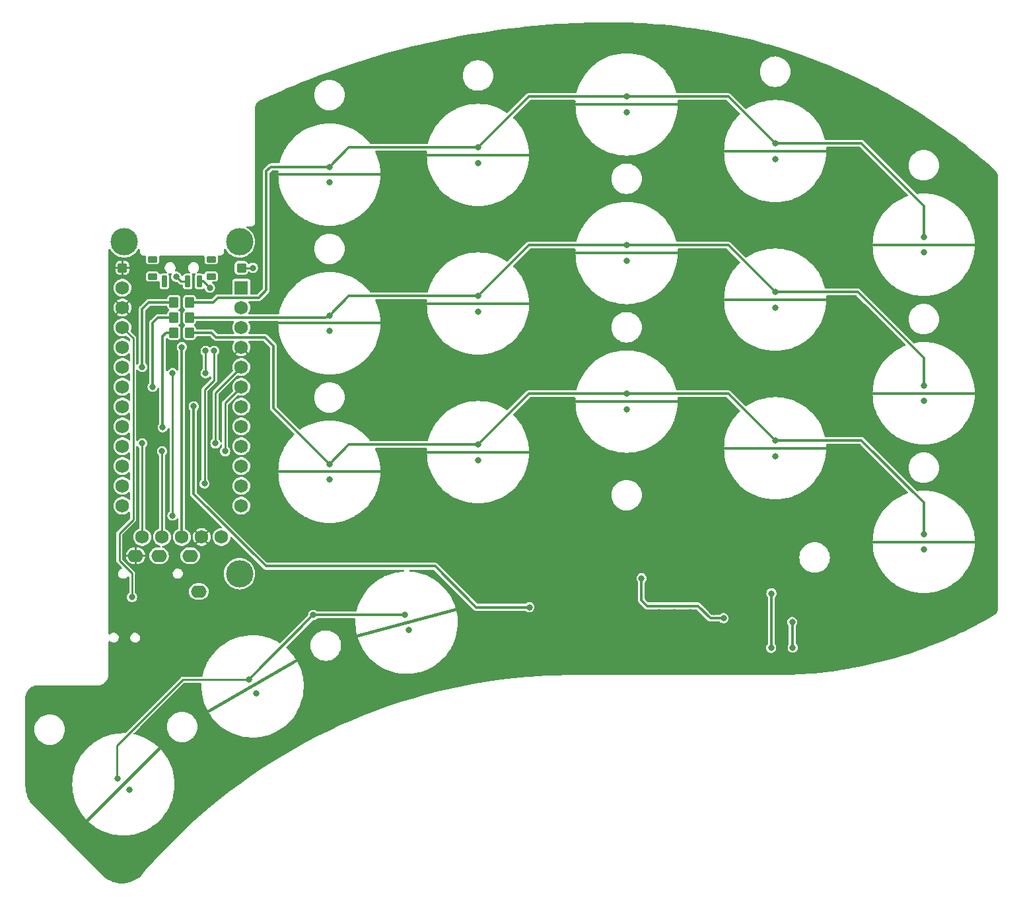
<source format=gbl>
%TF.GenerationSoftware,KiCad,Pcbnew,7.0.7-2.fc38*%
%TF.CreationDate,2023-10-08T12:29:28+05:30*%
%TF.ProjectId,tako_left,74616b6f-5f6c-4656-9674-2e6b69636164,rev?*%
%TF.SameCoordinates,Original*%
%TF.FileFunction,Copper,L2,Bot*%
%TF.FilePolarity,Positive*%
%FSLAX46Y46*%
G04 Gerber Fmt 4.6, Leading zero omitted, Abs format (unit mm)*
G04 Created by KiCad (PCBNEW 7.0.7-2.fc38) date 2023-10-08 12:29:28*
%MOMM*%
%LPD*%
G01*
G04 APERTURE LIST*
G04 Aperture macros list*
%AMRoundRect*
0 Rectangle with rounded corners*
0 $1 Rounding radius*
0 $2 $3 $4 $5 $6 $7 $8 $9 X,Y pos of 4 corners*
0 Add a 4 corners polygon primitive as box body*
4,1,4,$2,$3,$4,$5,$6,$7,$8,$9,$2,$3,0*
0 Add four circle primitives for the rounded corners*
1,1,$1+$1,$2,$3*
1,1,$1+$1,$4,$5*
1,1,$1+$1,$6,$7*
1,1,$1+$1,$8,$9*
0 Add four rect primitives between the rounded corners*
20,1,$1+$1,$2,$3,$4,$5,0*
20,1,$1+$1,$4,$5,$6,$7,0*
20,1,$1+$1,$6,$7,$8,$9,0*
20,1,$1+$1,$8,$9,$2,$3,0*%
%AMFreePoly0*
4,1,17,0.124698,6.656366,0.180194,6.586777,0.200000,6.500000,0.200000,-6.500000,0.180194,-6.586777,0.124698,-6.656366,0.044504,-6.694986,-0.044504,-6.694986,-0.124698,-6.656366,-0.180194,-6.586777,-0.200000,-6.500000,-0.200000,6.500000,-0.180194,6.586777,-0.124698,6.656366,-0.044504,6.694986,0.044504,6.694986,0.124698,6.656366,0.124698,6.656366,$1*%
G04 Aperture macros list end*
%TA.AperFunction,SMDPad,CuDef*%
%ADD10RoundRect,0.312500X-0.312500X-0.312500X0.312500X-0.312500X0.312500X0.312500X-0.312500X0.312500X0*%
%TD*%
%TA.AperFunction,SMDPad,CuDef*%
%ADD11FreePoly0,90.000000*%
%TD*%
%TA.AperFunction,ComponentPad*%
%ADD12C,3.500000*%
%TD*%
%TA.AperFunction,SMDPad,CuDef*%
%ADD13FreePoly0,135.000000*%
%TD*%
%TA.AperFunction,SMDPad,CuDef*%
%ADD14FreePoly0,105.000000*%
%TD*%
%TA.AperFunction,SMDPad,CuDef*%
%ADD15RoundRect,0.312500X0.312500X0.312500X-0.312500X0.312500X-0.312500X-0.312500X0.312500X-0.312500X0*%
%TD*%
%TA.AperFunction,ComponentPad*%
%ADD16C,1.752600*%
%TD*%
%TA.AperFunction,SMDPad,CuDef*%
%ADD17FreePoly0,120.000000*%
%TD*%
%TA.AperFunction,ComponentPad*%
%ADD18O,2.000000X1.600000*%
%TD*%
%TA.AperFunction,SMDPad,CuDef*%
%ADD19RoundRect,0.250000X0.350000X0.450000X-0.350000X0.450000X-0.350000X-0.450000X0.350000X-0.450000X0*%
%TD*%
%TA.AperFunction,SMDPad,CuDef*%
%ADD20RoundRect,0.120000X-0.480000X-0.280000X0.480000X-0.280000X0.480000X0.280000X-0.480000X0.280000X0*%
%TD*%
%TA.AperFunction,SMDPad,CuDef*%
%ADD21RoundRect,0.105000X-0.245000X-0.645000X0.245000X-0.645000X0.245000X0.645000X-0.245000X0.645000X0*%
%TD*%
%TA.AperFunction,SMDPad,CuDef*%
%ADD22RoundRect,0.250000X-0.350000X-0.450000X0.350000X-0.450000X0.350000X0.450000X-0.350000X0.450000X0*%
%TD*%
%TA.AperFunction,ComponentPad*%
%ADD23R,1.752600X1.752600*%
%TD*%
%TA.AperFunction,ViaPad*%
%ADD24C,0.800000*%
%TD*%
%TA.AperFunction,Conductor*%
%ADD25C,0.250000*%
%TD*%
%TA.AperFunction,Conductor*%
%ADD26C,0.350000*%
%TD*%
G04 APERTURE END LIST*
D10*
%TO.P,BAT_HOLE-101,1,1*%
%TO.N,GND_R*%
X38155480Y-57819423D03*
%TD*%
D11*
%TO.P,SW111,3,SG*%
%TO.N,GND_R*%
X140906339Y-92960495D03*
%TD*%
%TO.P,SW103,3,SG*%
%TO.N,GND_R*%
X102806345Y-36859995D03*
%TD*%
%TO.P,SW105,3,SG*%
%TO.N,GND_R*%
X64706339Y-45859993D03*
%TD*%
%TO.P,SW104,3,SG*%
%TO.N,GND_R*%
X83756340Y-43360003D03*
%TD*%
D12*
%TO.P,H115,*%
%TO.N,*%
X53181889Y-54480531D03*
%TD*%
D13*
%TO.P,SW116,3,SG*%
%TO.N,GND_R*%
X38296377Y-124047384D03*
%TD*%
D12*
%TO.P,H116,*%
%TO.N,*%
X38400564Y-54480077D03*
%TD*%
%TO.P,H117,*%
%TO.N,*%
X53181888Y-97039423D03*
%TD*%
D11*
%TO.P,SW114,3,SG*%
%TO.N,GND_R*%
X83756343Y-81459993D03*
%TD*%
%TO.P,SW107,3,SG*%
%TO.N,GND_R*%
X121856339Y-61910496D03*
%TD*%
%TO.P,SW102,3,SG*%
%TO.N,GND_R*%
X121856343Y-42860499D03*
%TD*%
D14*
%TO.P,SW118,3,SG*%
%TO.N,GND_R*%
X74603297Y-103300695D03*
%TD*%
D15*
%TO.P,BAT_HOLE+101,1,1*%
%TO.N,BAT+_R*%
X53428978Y-57819423D03*
%TD*%
D11*
%TO.P,SW109,3,SG*%
%TO.N,GND_R*%
X83756338Y-62409992D03*
%TD*%
D16*
%TO.P,DISP101,1,MOSI*%
%TO.N,MOSI_R*%
X40711557Y-92332635D03*
%TO.P,DISP101,2,SCK*%
%TO.N,SCK_R*%
X43251557Y-92332635D03*
%TO.P,DISP101,3,VCC*%
%TO.N,+3.3V_R*%
X45791557Y-92332635D03*
%TO.P,DISP101,4,GND*%
%TO.N,GND_R*%
X48331557Y-92332635D03*
%TO.P,DISP101,5,CS*%
%TO.N,CS_R*%
X50871557Y-92332635D03*
%TD*%
D11*
%TO.P,SW112,3,SG*%
%TO.N,GND_R*%
X121856338Y-80960495D03*
%TD*%
D17*
%TO.P,SW117,3,SG*%
%TO.N,GND_R*%
X54856377Y-111480384D03*
%TD*%
D11*
%TO.P,SW108,3,SG*%
%TO.N,GND_R*%
X102806341Y-55909999D03*
%TD*%
%TO.P,SW106,3,SG*%
%TO.N,GND_R*%
X140906336Y-73910494D03*
%TD*%
%TO.P,SW101,3,SG*%
%TO.N,GND_R*%
X140906348Y-54860496D03*
%TD*%
D18*
%TO.P,J101,A*%
%TO.N,unconnected-(J101-PadA)*%
X47962468Y-99330596D03*
%TO.P,J101,B*%
%TO.N,GND_R*%
X39862468Y-94730596D03*
%TO.P,J101,C*%
%TO.N,DATA_R*%
X42862468Y-94730596D03*
%TO.P,J101,D*%
%TO.N,+3.3V_R*%
X46862468Y-94730596D03*
%TD*%
D11*
%TO.P,SW115,3,SG*%
%TO.N,GND_R*%
X64706339Y-83959995D03*
%TD*%
%TO.P,SW113,3,SG*%
%TO.N,GND_R*%
X102806340Y-74959989D03*
%TD*%
%TO.P,SW110,3,SG*%
%TO.N,GND_R*%
X64706340Y-64909997D03*
%TD*%
D19*
%TO.P,R101,1*%
%TO.N,Net-(R101-Pad1)*%
X46773372Y-62242136D03*
%TO.P,R101,2*%
%TO.N,ROW0_R*%
X44773372Y-62242136D03*
%TD*%
D20*
%TO.P,PSW101,*%
%TO.N,*%
X42041307Y-56712135D03*
X42041307Y-58922135D03*
X49541307Y-56712135D03*
X49541307Y-58922135D03*
D21*
%TO.P,PSW101,1,A*%
%TO.N,unconnected-(PSW101-A-Pad1)*%
X43541307Y-59572135D03*
%TO.P,PSW101,2,B*%
%TO.N,BAT+_R*%
X46541307Y-59572135D03*
%TO.P,PSW101,3,C*%
%TO.N,RAW_R*%
X48041307Y-59572135D03*
%TD*%
D22*
%TO.P,R102,1*%
%TO.N,ROW1_R*%
X44773374Y-64192135D03*
%TO.P,R102,2*%
%TO.N,Net-(R102-Pad2)*%
X46773374Y-64192135D03*
%TD*%
D23*
%TO.P,U101,1,TX0/D3*%
%TO.N,DATA_R*%
X53411311Y-60373658D03*
D16*
%TO.P,U101,2,RX1/D2*%
%TO.N,HAND_R*%
X53411311Y-62913658D03*
%TO.P,U101,3,GND*%
%TO.N,GND_R*%
X53411311Y-65453658D03*
%TO.P,U101,4,GND*%
X53411311Y-67993658D03*
%TO.P,U101,5,2/D1/SDA*%
%TO.N,MOSI_R*%
X53411311Y-70533658D03*
%TO.P,U101,6,3/D0/SCL*%
%TO.N,SCK_R*%
X53411311Y-73073658D03*
%TO.P,U101,7,4/D4*%
%TO.N,APLEX_EN_PIN_0_R*%
X53411311Y-75613658D03*
%TO.P,U101,8,5/C6*%
%TO.N,POWER_R*%
X53411311Y-78153658D03*
%TO.P,U101,9,6/D7*%
%TO.N,APLEX_OUT_PIN_0_R*%
X53411311Y-80693658D03*
%TO.P,U101,10,7/E6*%
%TO.N,AMUX_SEL_2_R*%
X53411311Y-83233658D03*
%TO.P,U101,11,8/B4*%
%TO.N,AMUX_SEL_1_R*%
X53411311Y-85773658D03*
%TO.P,U101,12,9/B5*%
%TO.N,AMUX_SEL_0_R*%
X53411311Y-88313658D03*
%TO.P,U101,13,B6/10*%
%TO.N,CS_R*%
X38171311Y-88313658D03*
%TO.P,U101,14,B2/16*%
%TO.N,unconnected-(U101-B2{slash}16-Pad14)*%
X38171311Y-85773658D03*
%TO.P,U101,15,B3/14*%
%TO.N,ROW3_R*%
X38171311Y-83233658D03*
%TO.P,U101,16,B1/15*%
%TO.N,unconnected-(U101-B1{slash}15-Pad16)*%
X38171311Y-80693658D03*
%TO.P,U101,17,F7/A0*%
%TO.N,ROW2_R*%
X38171311Y-78153658D03*
%TO.P,U101,18,F6/A1*%
%TO.N,ADC_R*%
X38171311Y-75613658D03*
%TO.P,U101,19,F5/A2*%
%TO.N,ROW1_R*%
X38171311Y-73073658D03*
%TO.P,U101,20,F4/A3*%
%TO.N,ROW0_R*%
X38171311Y-70533658D03*
%TO.P,U101,21,VCC*%
%TO.N,+3.3V_R*%
X38171311Y-67993658D03*
%TO.P,U101,22,RST*%
%TO.N,RESET_R*%
X38171311Y-65453658D03*
%TO.P,U101,23,GND*%
%TO.N,GND_R*%
X38171311Y-62913658D03*
%TO.P,U101,24,RAW*%
%TO.N,RAW_R*%
X38171311Y-60373658D03*
%TD*%
D22*
%TO.P,R103,1*%
%TO.N,ROW2_R*%
X44773372Y-66142134D03*
%TO.P,R103,2*%
%TO.N,Net-(R103-Pad2)*%
X46773372Y-66142134D03*
%TD*%
D24*
%TO.N,BAT+_R*%
X54889966Y-57816057D03*
X45081801Y-58966055D03*
%TO.N,MOSI_R*%
X50089549Y-80330491D03*
X40711557Y-80330491D03*
%TO.N,SCK_R*%
X43251559Y-81330491D03*
X51339549Y-81330490D03*
%TO.N,DATA_R*%
X48839548Y-71330490D03*
X44589550Y-89580491D03*
X48839552Y-68466056D03*
X44589550Y-71330491D03*
%TO.N,ADC_R*%
X47309548Y-75580490D03*
X90339549Y-101330491D03*
%TO.N,RAW_R*%
X49381803Y-60366058D03*
%TO.N,Net-(R101-Pad1)*%
X140906344Y-53860500D03*
X64706339Y-44859994D03*
X83756336Y-42360002D03*
X102806342Y-35859995D03*
X121856344Y-41860498D03*
%TO.N,ROW0_R*%
X40709548Y-70533662D03*
%TO.N,ROW1_R*%
X42046381Y-73073660D03*
%TO.N,Net-(R102-Pad2)*%
X121856337Y-60910493D03*
X140906337Y-72910491D03*
X102806340Y-54909996D03*
X83756338Y-61409992D03*
X64706340Y-63909993D03*
%TO.N,ROW2_R*%
X43339548Y-78250491D03*
%TO.N,Net-(R103-Pad2)*%
X140906341Y-91960493D03*
X121856340Y-79960494D03*
X64706337Y-82959993D03*
X83756341Y-80459996D03*
X102806341Y-73959991D03*
%TO.N,Net-(R104-Pad2)*%
X54356376Y-110614360D03*
X74344478Y-102334771D03*
X37562468Y-123330596D03*
X62635965Y-102334771D03*
%TO.N,COL3_R*%
X83756338Y-44360001D03*
X83756345Y-82459992D03*
X83756338Y-63409992D03*
%TO.N,COL2_R*%
X102806339Y-75959992D03*
X102806345Y-56909998D03*
X102806349Y-37859994D03*
X121385896Y-99557581D03*
X121335897Y-106532582D03*
X74862115Y-104266622D03*
%TO.N,COL4_R*%
X64706341Y-65909997D03*
X64706340Y-46859995D03*
X64706337Y-84959996D03*
%TO.N,COL0_R*%
X140906340Y-74910489D03*
X39037468Y-124770627D03*
X140906347Y-55860495D03*
X140906338Y-93960490D03*
%TO.N,COL1_R*%
X124110896Y-106507580D03*
X121856340Y-81960498D03*
X121856344Y-43860498D03*
X124035895Y-103232582D03*
X121856341Y-62910497D03*
X55356376Y-112346413D03*
%TO.N,RESET_R*%
X39387468Y-100030596D03*
%TO.N,GND_R*%
X84049547Y-107000492D03*
X110876257Y-74950602D03*
X83759547Y-100330489D03*
X120210896Y-99932581D03*
X93876256Y-74960601D03*
X132626258Y-78960603D03*
X112058372Y-106466057D03*
X130126256Y-78960602D03*
X59589548Y-91830242D03*
X112876256Y-72950602D03*
X72289549Y-91830489D03*
X74876257Y-60450602D03*
X86589550Y-107000492D03*
X112741403Y-93892136D03*
X102423373Y-98842492D03*
X110866258Y-55910601D03*
X112876255Y-74950599D03*
X101829548Y-107000490D03*
X94589547Y-102500491D03*
X136510589Y-82117372D03*
X106938549Y-101942490D03*
X112866255Y-53910601D03*
X136275889Y-63279340D03*
X79909548Y-91830489D03*
X110876256Y-72950603D03*
X97689547Y-91830492D03*
X41959550Y-89530492D03*
X109449550Y-107000489D03*
X72876258Y-60450602D03*
X74876260Y-81450600D03*
X134861675Y-64693553D03*
X134861676Y-61865126D03*
X122685897Y-103932579D03*
X89129550Y-107000490D03*
X100229551Y-91830492D03*
X102769547Y-91830493D03*
X72876255Y-81450600D03*
X87529551Y-91830493D03*
X40926834Y-96389598D03*
X82449549Y-91830492D03*
X110866257Y-53910603D03*
X120410896Y-104032581D03*
X91669549Y-107000491D03*
X90589548Y-95750491D03*
X125101834Y-104039598D03*
X120435896Y-101857580D03*
X132176258Y-61950602D03*
X86759547Y-102330491D03*
X135096375Y-80703158D03*
X94209550Y-107000490D03*
X98638549Y-95542491D03*
X132626259Y-80960602D03*
X107638549Y-97342491D03*
X128960897Y-102257581D03*
X112866257Y-55910601D03*
X93876256Y-53900602D03*
X99338550Y-100042492D03*
X84989550Y-91830491D03*
X91876259Y-72960600D03*
X102638551Y-97242491D03*
X117057339Y-93892134D03*
X86759549Y-100330490D03*
X125710897Y-98407581D03*
X74876260Y-62450600D03*
X104431802Y-104416058D03*
X64669550Y-91830491D03*
X89559550Y-100330491D03*
X62129551Y-91830490D03*
X95149550Y-91830491D03*
X121316133Y-97362635D03*
X104938548Y-101942488D03*
X122710896Y-101807580D03*
X114038551Y-101942490D03*
X121373275Y-93892136D03*
X93876256Y-55900601D03*
X135096374Y-83531586D03*
X106909549Y-107000491D03*
X67209549Y-91830493D03*
X72876255Y-62450602D03*
X90069548Y-91830491D03*
X96749549Y-107000492D03*
X125326834Y-102314598D03*
X108938552Y-101942492D03*
X91876256Y-55900601D03*
X91876257Y-53900601D03*
X125635896Y-106032581D03*
X99289548Y-107000487D03*
X110938550Y-101942490D03*
X92609548Y-91830489D03*
X74829548Y-91830490D03*
X133682161Y-82117372D03*
X83759550Y-102330490D03*
X93876256Y-72960598D03*
X72876260Y-79450602D03*
X130176257Y-61950598D03*
X107849550Y-91830492D03*
X109559551Y-93080493D03*
X91876256Y-74960602D03*
X122585897Y-106082581D03*
X130176255Y-59950602D03*
X77369547Y-91830492D03*
X69749549Y-91830491D03*
X132176259Y-59950598D03*
X104369548Y-107000492D03*
X130126257Y-80960599D03*
X133447464Y-63279339D03*
X51080945Y-65466058D03*
X119685896Y-106132582D03*
X105309548Y-91830492D03*
X74876256Y-79450600D03*
X122485897Y-99957580D03*
%TO.N,+3.3V_R*%
X45791558Y-67982499D03*
%TO.N,POWER_R*%
X115238548Y-102742493D03*
X104723375Y-97624487D03*
%TO.N,HAND_R*%
X49939968Y-68466057D03*
X48689966Y-85466057D03*
%TD*%
D25*
%TO.N,BAT+_R*%
X45687879Y-59572134D02*
X45081801Y-58966055D01*
X54889966Y-57816057D02*
X53432350Y-57816056D01*
X53432350Y-57816056D02*
X53428978Y-57819423D01*
X46541309Y-59572135D02*
X45687879Y-59572134D01*
%TO.N,MOSI_R*%
X53411310Y-70533659D02*
X50089548Y-73855423D01*
X50089548Y-73855423D02*
X50089549Y-80330491D01*
X40711557Y-80330491D02*
X40711560Y-92332636D01*
%TO.N,SCK_R*%
X53411310Y-73073657D02*
X51339546Y-75145422D01*
X51339546Y-75145422D02*
X51339549Y-81330490D01*
X43251559Y-81330491D02*
X43251558Y-92332636D01*
%TO.N,DATA_R*%
X44589550Y-89580491D02*
X44589550Y-71330491D01*
X48839552Y-68466056D02*
X48839548Y-71330490D01*
D26*
%TO.N,ADC_R*%
X78259551Y-96080490D02*
X56559547Y-96080492D01*
X47309550Y-86830490D02*
X56559547Y-96080492D01*
X90339549Y-101330491D02*
X83509549Y-101330489D01*
X47309548Y-75580490D02*
X47309550Y-86830490D01*
X83509549Y-101330489D02*
X78259551Y-96080490D01*
%TO.N,RAW_R*%
X48041309Y-59572135D02*
X48587877Y-59572134D01*
X48587877Y-59572134D02*
X49381803Y-60366058D01*
%TO.N,Net-(R101-Pad1)*%
X56623374Y-60669489D02*
X55650725Y-61642133D01*
X121856344Y-41860498D02*
X115855841Y-35859996D01*
X50391755Y-61642134D02*
X49791757Y-62242133D01*
X57182865Y-44859994D02*
X56623371Y-45419488D01*
X64706340Y-44859992D02*
X57182865Y-44859994D01*
X115855841Y-35859996D02*
X102806342Y-35859995D01*
X83756336Y-42360002D02*
X90256340Y-35859997D01*
X49791757Y-62242133D02*
X46773373Y-62242136D01*
X56623371Y-45419488D02*
X56623374Y-60669489D01*
X132911538Y-41860498D02*
X121856344Y-41860498D01*
X140906344Y-53860500D02*
X140906345Y-49855306D01*
X90256340Y-35859997D02*
X102806342Y-35859995D01*
X55650725Y-61642133D02*
X50391755Y-61642134D01*
X140906345Y-49855306D02*
X132911538Y-41860498D01*
X64706339Y-44859994D02*
X67206331Y-42359999D01*
X64706340Y-44859992D02*
X64706339Y-44859994D01*
X67206331Y-42359999D02*
X83756336Y-42360002D01*
%TO.N,ROW0_R*%
X40709547Y-63083309D02*
X41550725Y-62242135D01*
X41550725Y-62242135D02*
X44773370Y-62242133D01*
X40709548Y-70533662D02*
X40709547Y-63083309D01*
%TO.N,ROW1_R*%
X42727904Y-64192137D02*
X42046382Y-64873660D01*
X44773373Y-64192135D02*
X42727904Y-64192137D01*
X42046382Y-64873660D02*
X42046381Y-73073660D01*
%TO.N,Net-(R102-Pad2)*%
X132431351Y-60910495D02*
X140906338Y-69385477D01*
X121856337Y-60910493D02*
X132431351Y-60910495D01*
X64217091Y-64192136D02*
X46773370Y-64192135D01*
X115855845Y-54909998D02*
X121856337Y-60910493D01*
X90256331Y-54909997D02*
X102806340Y-54909996D01*
X64706340Y-63909993D02*
X64570643Y-64045689D01*
X140906338Y-69385477D02*
X140906337Y-72910491D01*
X64706340Y-63909993D02*
X67206342Y-61409991D01*
X102806340Y-54909996D02*
X115855845Y-54909998D01*
X67206342Y-61409991D02*
X83756338Y-61409992D01*
X83756338Y-61409992D02*
X90256331Y-54909997D01*
X64217091Y-64192117D02*
G75*
G03*
X64570642Y-64045688I9J500017D01*
G01*
%TO.N,ROW2_R*%
X44773368Y-66142136D02*
X43777907Y-66142135D01*
X43777907Y-66142135D02*
X43339550Y-66580490D01*
X43339550Y-66580490D02*
X43339548Y-78250491D01*
%TO.N,Net-(R103-Pad2)*%
X83756341Y-80459996D02*
X67206339Y-80459995D01*
X83756341Y-80459996D02*
X90256345Y-73959991D01*
X49591046Y-66142134D02*
X46773372Y-66142134D01*
X67206339Y-80459995D02*
X64706337Y-82959993D01*
X64706337Y-82959993D02*
X57523376Y-75777036D01*
X115855837Y-73959994D02*
X121856340Y-79960494D01*
X140906340Y-87943091D02*
X132923748Y-79960494D01*
X102806341Y-73959991D02*
X115855837Y-73959994D01*
X57523372Y-67812627D02*
X56427879Y-66717136D01*
X132923748Y-79960494D02*
X121856340Y-79960494D01*
X140906341Y-91960493D02*
X140906340Y-87943091D01*
X56427879Y-66717136D02*
X50166046Y-66717137D01*
X50166046Y-66717137D02*
X49591046Y-66142134D01*
X57523376Y-75777036D02*
X57523372Y-67812627D01*
X90256345Y-73959991D02*
X102806341Y-73959991D01*
D25*
%TO.N,Net-(R104-Pad2)*%
X54356376Y-110614360D02*
X45933393Y-110614360D01*
X45933393Y-110614360D02*
X37490975Y-119056779D01*
D26*
X62635965Y-102334771D02*
X74344478Y-102334771D01*
D25*
X37490975Y-119056779D02*
X37490975Y-123195626D01*
D26*
X54356376Y-110614360D02*
X62635965Y-102334771D01*
%TO.N,COL2_R*%
X121385896Y-106482580D02*
X121335897Y-106532582D01*
X121385896Y-99557581D02*
X121385896Y-106482580D01*
D25*
%TO.N,COL1_R*%
X124110896Y-106507580D02*
X124135895Y-106532581D01*
D26*
X124035896Y-106432581D02*
X124110896Y-106507580D01*
X124035895Y-103232582D02*
X124035896Y-106432581D01*
D25*
%TO.N,RESET_R*%
X39559551Y-66841898D02*
X39559546Y-90080492D01*
X37776834Y-91863204D02*
X37776834Y-95364598D01*
X39412468Y-97000232D02*
X39412468Y-100005596D01*
X38171309Y-65453661D02*
X39559551Y-66841898D01*
X39559546Y-90080492D02*
X37776834Y-91863204D01*
X37776834Y-95364598D02*
X39412468Y-97000232D01*
X39412468Y-100005596D02*
X39387468Y-100030596D01*
D26*
%TO.N,+3.3V_R*%
X45791558Y-67982499D02*
X45791558Y-90330492D01*
X45791558Y-90330492D02*
X45791560Y-92332636D01*
X45791558Y-90330492D02*
X45791557Y-91559424D01*
%TO.N,POWER_R*%
X115238548Y-102742493D02*
X113539020Y-102742491D01*
X113539020Y-102742491D02*
X111962586Y-101166056D01*
X105431803Y-101166060D02*
X104723372Y-100457629D01*
X104723372Y-100457629D02*
X104723375Y-97624487D01*
X111962586Y-101166056D02*
X105431803Y-101166060D01*
D25*
%TO.N,HAND_R*%
X48689966Y-85466057D02*
X48689965Y-73466056D01*
X49939962Y-72216056D02*
X49939968Y-68466057D01*
X48689965Y-73466056D02*
X49939962Y-72216056D01*
%TD*%
%TA.AperFunction,Conductor*%
%TO.N,GND_R*%
G36*
X52435812Y-64641637D02*
G01*
X52482305Y-64695293D01*
X52492409Y-64765567D01*
X52468242Y-64823566D01*
X52444486Y-64855023D01*
X52350949Y-65042871D01*
X52350946Y-65042879D01*
X52293522Y-65244703D01*
X52274160Y-65453658D01*
X52293522Y-65662612D01*
X52350946Y-65864436D01*
X52350949Y-65864444D01*
X52444487Y-66052292D01*
X52469718Y-66085704D01*
X52494808Y-66152120D01*
X52480008Y-66221557D01*
X52430017Y-66271969D01*
X52369168Y-66287636D01*
X50396142Y-66287636D01*
X50328021Y-66267634D01*
X50307046Y-66250731D01*
X50226058Y-66169743D01*
X49914303Y-65857986D01*
X49909591Y-65852713D01*
X49886480Y-65823731D01*
X49839625Y-65791787D01*
X49794007Y-65758118D01*
X49786836Y-65754328D01*
X49779506Y-65750798D01*
X49779504Y-65750797D01*
X49779501Y-65750796D01*
X49779499Y-65750795D01*
X49762487Y-65745548D01*
X49725319Y-65734083D01*
X49671798Y-65715355D01*
X49671797Y-65715354D01*
X49671795Y-65715354D01*
X49663822Y-65713845D01*
X49655783Y-65712634D01*
X49599075Y-65712634D01*
X49542412Y-65710513D01*
X49533030Y-65711571D01*
X49532927Y-65710656D01*
X49517914Y-65712634D01*
X47748443Y-65712634D01*
X47680322Y-65692632D01*
X47633829Y-65638976D01*
X47623165Y-65600102D01*
X47621412Y-65583792D01*
X47570714Y-65447867D01*
X47483776Y-65331730D01*
X47398647Y-65268004D01*
X47356100Y-65211168D01*
X47351034Y-65140353D01*
X47385059Y-65078040D01*
X47398642Y-65066269D01*
X47483778Y-65002539D01*
X47570716Y-64886402D01*
X47621414Y-64750477D01*
X47623167Y-64734165D01*
X47650336Y-64668575D01*
X47708653Y-64628083D01*
X47748445Y-64621635D01*
X52367691Y-64621635D01*
X52435812Y-64641637D01*
G37*
%TD.AperFunction*%
%TA.AperFunction,Conductor*%
G36*
X102242792Y-26351094D02*
G01*
X102447619Y-26353450D01*
X103502270Y-26388755D01*
X104109861Y-26409731D01*
X105083357Y-26464082D01*
X105770381Y-26503640D01*
X106708447Y-26577035D01*
X107428279Y-26635123D01*
X108345902Y-26727556D01*
X109082740Y-26804113D01*
X109986512Y-26915567D01*
X110733011Y-27010534D01*
X111625889Y-27140927D01*
X112378073Y-27254256D01*
X113262262Y-27403595D01*
X113900357Y-27514805D01*
X114017189Y-27535166D01*
X114893549Y-27703372D01*
X115496682Y-27822845D01*
X115649436Y-27853104D01*
X116518679Y-28040139D01*
X117274030Y-28207911D01*
X118136466Y-28413713D01*
X118890112Y-28599397D01*
X119745943Y-28823915D01*
X120496891Y-29027368D01*
X121346151Y-29270535D01*
X122093431Y-29491567D01*
X122936034Y-29753302D01*
X123679066Y-29991799D01*
X124514905Y-30272026D01*
X125252751Y-30527724D01*
X125879178Y-30753408D01*
X126081844Y-30826423D01*
X126813853Y-31099117D01*
X127635960Y-31416191D01*
X128361516Y-31705659D01*
X129176469Y-32041045D01*
X129350434Y-32115134D01*
X129894885Y-32347005D01*
X130702557Y-32700664D01*
X131413154Y-33022802D01*
X132213292Y-33394648D01*
X132387271Y-33478396D01*
X132915619Y-33732725D01*
X133708130Y-34122755D01*
X134077439Y-34311113D01*
X134401242Y-34476261D01*
X135126885Y-34853719D01*
X135186097Y-34884519D01*
X135869344Y-35253040D01*
X136007910Y-35329092D01*
X136646564Y-35679619D01*
X137318975Y-36062520D01*
X137775317Y-36326400D01*
X138088666Y-36507594D01*
X138241586Y-36599395D01*
X138749335Y-36904207D01*
X139511701Y-37368040D01*
X140159606Y-37777558D01*
X140914912Y-38260505D01*
X141548410Y-38681617D01*
X142297603Y-39184548D01*
X142914669Y-39615530D01*
X143659029Y-40139675D01*
X144224438Y-40554251D01*
X144256470Y-40577737D01*
X144998533Y-41125429D01*
X145423657Y-41452444D01*
X145570988Y-41565774D01*
X146315345Y-42141245D01*
X146851119Y-42573350D01*
X147498422Y-43097270D01*
X147608890Y-43186681D01*
X148073321Y-43579220D01*
X148322730Y-43790468D01*
X148878438Y-44261151D01*
X149026202Y-44391988D01*
X149033828Y-44398740D01*
X150104428Y-45347352D01*
X150108907Y-45351739D01*
X150122192Y-45366124D01*
X150123120Y-45367129D01*
X150224033Y-45481044D01*
X150235106Y-45495538D01*
X150267575Y-45545108D01*
X150269618Y-45548449D01*
X150326049Y-45647532D01*
X150328982Y-45653365D01*
X150356757Y-45716560D01*
X150359070Y-45722664D01*
X150393914Y-45831248D01*
X150394995Y-45835016D01*
X150409558Y-45892454D01*
X150412749Y-45910418D01*
X150428361Y-46060898D01*
X150430224Y-46083419D01*
X150430439Y-46088617D01*
X150430441Y-60218149D01*
X150430439Y-86245958D01*
X150430439Y-86245959D01*
X150430446Y-101482973D01*
X150430220Y-101488304D01*
X150427964Y-101514882D01*
X150413212Y-101659510D01*
X150409812Y-101678412D01*
X150394273Y-101738212D01*
X150393390Y-101741290D01*
X150360588Y-101845458D01*
X150357923Y-101852446D01*
X150327916Y-101918973D01*
X150325516Y-101923744D01*
X150274705Y-102014905D01*
X150271911Y-102019455D01*
X150231108Y-102079973D01*
X150226566Y-102085915D01*
X150155209Y-102168616D01*
X150153055Y-102170988D01*
X150110380Y-102215641D01*
X150096094Y-102228472D01*
X149980853Y-102317082D01*
X149960230Y-102332389D01*
X149954101Y-102336408D01*
X149276853Y-102726165D01*
X148726346Y-103042515D01*
X148057691Y-103404975D01*
X147460506Y-103727218D01*
X146790537Y-104068604D01*
X146177276Y-104378639D01*
X145502066Y-104701304D01*
X144877504Y-104996352D01*
X144196038Y-105300935D01*
X143562089Y-105579930D01*
X142874165Y-105866607D01*
X142231901Y-106128991D01*
X141537672Y-106397753D01*
X140887876Y-106643147D01*
X140187442Y-106893990D01*
X139530967Y-107122039D01*
X138824645Y-107354871D01*
X138162015Y-107565373D01*
X137450154Y-107780090D01*
X136782053Y-107972819D01*
X136065026Y-108169315D01*
X135391903Y-108344134D01*
X134670103Y-108522302D01*
X133992723Y-108679017D01*
X133266414Y-108838788D01*
X132585315Y-108977284D01*
X131854902Y-109118555D01*
X131170816Y-109238703D01*
X130436528Y-109361410D01*
X129750232Y-109463107D01*
X129012258Y-109567184D01*
X128324681Y-109650346D01*
X127583113Y-109735729D01*
X126895408Y-109800299D01*
X126150022Y-109866935D01*
X125464509Y-109912844D01*
X124713940Y-109960710D01*
X124036225Y-109987917D01*
X123275894Y-110016985D01*
X122649269Y-110025372D01*
X121855244Y-110035487D01*
X95846698Y-110035149D01*
X95845999Y-110034943D01*
X95798295Y-110035133D01*
X94967190Y-110037794D01*
X94049130Y-110061637D01*
X94015726Y-110062134D01*
X94014033Y-110062549D01*
X93313810Y-110080735D01*
X92345230Y-110127970D01*
X92339640Y-110128184D01*
X92339373Y-110128256D01*
X91661837Y-110161299D01*
X90012125Y-110279442D01*
X88365529Y-110435105D01*
X86722903Y-110628206D01*
X85085098Y-110858646D01*
X83452962Y-111126304D01*
X81827342Y-111431043D01*
X80209078Y-111772704D01*
X78599011Y-112151110D01*
X76997974Y-112566066D01*
X75406797Y-113017356D01*
X73826304Y-113504747D01*
X72257314Y-114027985D01*
X70700640Y-114586800D01*
X69157089Y-115180903D01*
X67627460Y-115809985D01*
X66112546Y-116473720D01*
X64613133Y-117171765D01*
X63129996Y-117903758D01*
X61663905Y-118669319D01*
X60215618Y-119468052D01*
X58785887Y-120299543D01*
X57375453Y-121163362D01*
X55985045Y-122059060D01*
X54615385Y-122986173D01*
X53267183Y-123944222D01*
X51941136Y-124932709D01*
X50637932Y-125951123D01*
X49358246Y-126998936D01*
X48102741Y-128075605D01*
X46872068Y-129180572D01*
X45666864Y-130313264D01*
X44487753Y-131473095D01*
X43335349Y-132659464D01*
X42873934Y-133156635D01*
X42873755Y-133156741D01*
X42869980Y-133160894D01*
X42210246Y-133871755D01*
X41745560Y-134395888D01*
X41744439Y-134396590D01*
X41722341Y-134422079D01*
X41113028Y-135109342D01*
X40584623Y-135733400D01*
X40571760Y-135746518D01*
X40472397Y-135834066D01*
X40309096Y-135976925D01*
X40304381Y-135980668D01*
X40165563Y-136080440D01*
X40010342Y-136189520D01*
X40005644Y-136192520D01*
X39852767Y-136280888D01*
X39691403Y-136370388D01*
X39686821Y-136372691D01*
X39523705Y-136446517D01*
X39355658Y-136517613D01*
X39351281Y-136519276D01*
X39180338Y-136577051D01*
X39006590Y-136629671D01*
X39002498Y-136630762D01*
X38825879Y-136671529D01*
X38647864Y-136705379D01*
X38644121Y-136705975D01*
X38465242Y-136728952D01*
X38462360Y-136729255D01*
X38283253Y-136743929D01*
X38279914Y-136744113D01*
X38099537Y-136749286D01*
X38096193Y-136749293D01*
X37916554Y-136744907D01*
X37913658Y-136744770D01*
X37733724Y-136732076D01*
X37729953Y-136731696D01*
X37550320Y-136708107D01*
X37371644Y-136677527D01*
X37367495Y-136676672D01*
X37191007Y-136634091D01*
X37017052Y-136586211D01*
X37012595Y-136584804D01*
X36929044Y-136554976D01*
X36840742Y-136523451D01*
X36673648Y-136459087D01*
X36668941Y-136457050D01*
X36502755Y-136376964D01*
X36345032Y-136297485D01*
X36340170Y-136294759D01*
X36213521Y-136216196D01*
X36179024Y-136194797D01*
X36034641Y-136103095D01*
X36029725Y-136099632D01*
X35858614Y-135966450D01*
X35842505Y-135953820D01*
X35750277Y-135881509D01*
X35744157Y-135876029D01*
X26310208Y-126247192D01*
X26289604Y-126219363D01*
X26271289Y-126185796D01*
X26116420Y-125895798D01*
X26114223Y-125891250D01*
X26055221Y-125755426D01*
X25965156Y-125531822D01*
X25963813Y-125528160D01*
X25913049Y-125375048D01*
X25912220Y-125372348D01*
X25849785Y-125151332D01*
X25849097Y-125148668D01*
X25812239Y-124991591D01*
X25811470Y-124987779D01*
X25771227Y-124750089D01*
X25750442Y-124603466D01*
X25749939Y-124598476D01*
X25730166Y-124269974D01*
X25727415Y-124216242D01*
X25727334Y-124213045D01*
X25727334Y-124047383D01*
X31738122Y-124047383D01*
X31758337Y-124561928D01*
X31758337Y-124561935D01*
X31758338Y-124561938D01*
X31763256Y-124603493D01*
X31818863Y-125073324D01*
X31818863Y-125073323D01*
X31856649Y-125263281D01*
X31919327Y-125578378D01*
X32059105Y-126073998D01*
X32237339Y-126557120D01*
X32452927Y-127024770D01*
X32704545Y-127474064D01*
X32704550Y-127474072D01*
X32704551Y-127474073D01*
X32704551Y-127474074D01*
X32821479Y-127649069D01*
X32990637Y-127902230D01*
X33309440Y-128306629D01*
X33658988Y-128684771D01*
X34037132Y-129034321D01*
X34441531Y-129353124D01*
X34869696Y-129639216D01*
X35318991Y-129890834D01*
X35691413Y-130062521D01*
X35786643Y-130106423D01*
X35786644Y-130106423D01*
X36269766Y-130284656D01*
X36269765Y-130284656D01*
X36590397Y-130375083D01*
X36765383Y-130424434D01*
X36969050Y-130464946D01*
X37270437Y-130524896D01*
X37270438Y-130524896D01*
X37781830Y-130585424D01*
X37781831Y-130585424D01*
X38296376Y-130605639D01*
X38810921Y-130585424D01*
X38810928Y-130585423D01*
X38810931Y-130585423D01*
X38985198Y-130564797D01*
X39322317Y-130524898D01*
X39322316Y-130524898D01*
X39573136Y-130475005D01*
X39827371Y-130424434D01*
X40322991Y-130284656D01*
X40806110Y-130106423D01*
X40806111Y-130106423D01*
X41273763Y-129890834D01*
X41529440Y-129747647D01*
X41723057Y-129639216D01*
X41723066Y-129639210D01*
X41723067Y-129639210D01*
X41898062Y-129522281D01*
X42151223Y-129353124D01*
X42555622Y-129034321D01*
X42933764Y-128684773D01*
X43283314Y-128306629D01*
X43602117Y-127902230D01*
X43888209Y-127474065D01*
X44139827Y-127024770D01*
X44355415Y-126557120D01*
X44533649Y-126073995D01*
X44533649Y-126073996D01*
X44673426Y-125578381D01*
X44682688Y-125531822D01*
X44769974Y-125093004D01*
X44773889Y-125073324D01*
X44773889Y-125073323D01*
X44834417Y-124561931D01*
X44834417Y-124561930D01*
X44854632Y-124047385D01*
X44834417Y-123532840D01*
X44773891Y-123021444D01*
X44773891Y-123021445D01*
X44773890Y-123021444D01*
X44673426Y-122516387D01*
X44533652Y-122020781D01*
X44533649Y-122020770D01*
X44355415Y-121537648D01*
X44139827Y-121069998D01*
X43888209Y-120620704D01*
X43888203Y-120620695D01*
X43888203Y-120620694D01*
X43771274Y-120445698D01*
X43602117Y-120192538D01*
X43283314Y-119788139D01*
X42933766Y-119409997D01*
X42555622Y-119060447D01*
X42151223Y-118741644D01*
X41723058Y-118455552D01*
X41273763Y-118203934D01*
X40806113Y-117988346D01*
X40806111Y-117988345D01*
X40806110Y-117988345D01*
X40706676Y-117951662D01*
X40322988Y-117810112D01*
X40322989Y-117810112D01*
X40002356Y-117719684D01*
X39827371Y-117670334D01*
X39752604Y-117655461D01*
X39713875Y-117647758D01*
X39650965Y-117614850D01*
X39615834Y-117553155D01*
X39619634Y-117482260D01*
X39649360Y-117435086D01*
X40413354Y-116671092D01*
X43874508Y-116671092D01*
X43894411Y-116949383D01*
X43953718Y-117222014D01*
X44051221Y-117483429D01*
X44051222Y-117483433D01*
X44153279Y-117670335D01*
X44184934Y-117728306D01*
X44316275Y-117903758D01*
X44352136Y-117951662D01*
X44352144Y-117951671D01*
X44549411Y-118148938D01*
X44549420Y-118148946D01*
X44549422Y-118148948D01*
X44772777Y-118316149D01*
X45017653Y-118449862D01*
X45279067Y-118547364D01*
X45551696Y-118606671D01*
X45760333Y-118621593D01*
X45760339Y-118621593D01*
X45899641Y-118621593D01*
X45899647Y-118621593D01*
X46108284Y-118606671D01*
X46380913Y-118547364D01*
X46642327Y-118449862D01*
X46887203Y-118316149D01*
X47110558Y-118148948D01*
X47307845Y-117951661D01*
X47475046Y-117728306D01*
X47608759Y-117483430D01*
X47706261Y-117222016D01*
X47765568Y-116949387D01*
X47785472Y-116671093D01*
X47765568Y-116392799D01*
X47706261Y-116120170D01*
X47608759Y-115858756D01*
X47475046Y-115613880D01*
X47307845Y-115390525D01*
X47307843Y-115390523D01*
X47307835Y-115390514D01*
X47110568Y-115193247D01*
X47110559Y-115193239D01*
X46938046Y-115064098D01*
X46887203Y-115026037D01*
X46887201Y-115026036D01*
X46887200Y-115026035D01*
X46642330Y-114892325D01*
X46642327Y-114892324D01*
X46486824Y-114834324D01*
X46380911Y-114794821D01*
X46108280Y-114735514D01*
X45977969Y-114726194D01*
X45899647Y-114720593D01*
X45760333Y-114720593D01*
X45686622Y-114725864D01*
X45551699Y-114735514D01*
X45279068Y-114794821D01*
X45017653Y-114892324D01*
X45017649Y-114892325D01*
X44772779Y-115026035D01*
X44549420Y-115193239D01*
X44549411Y-115193247D01*
X44352144Y-115390514D01*
X44352136Y-115390523D01*
X44184932Y-115613882D01*
X44051222Y-115858752D01*
X44051221Y-115858756D01*
X43953718Y-116120171D01*
X43894411Y-116392802D01*
X43874508Y-116671092D01*
X40413354Y-116671092D01*
X46053682Y-111030764D01*
X46115994Y-110996739D01*
X46142777Y-110993860D01*
X48186476Y-110993860D01*
X48254597Y-111013862D01*
X48301090Y-111067518D01*
X48312205Y-111128099D01*
X48301307Y-111294410D01*
X48300369Y-111308715D01*
X48307108Y-111823617D01*
X48354228Y-112336408D01*
X48354228Y-112336409D01*
X48373065Y-112446035D01*
X48441434Y-112843919D01*
X48441435Y-112843922D01*
X48568193Y-113343030D01*
X48733717Y-113830652D01*
X48936992Y-114303786D01*
X49176759Y-114759512D01*
X49451548Y-115195020D01*
X49581869Y-115369542D01*
X49676574Y-115496369D01*
X49759655Y-115607628D01*
X49870506Y-115734030D01*
X50099190Y-115994795D01*
X50099190Y-115994794D01*
X50468050Y-116354120D01*
X50468049Y-116354119D01*
X50736165Y-116577109D01*
X50863968Y-116683401D01*
X51240329Y-116949387D01*
X51284495Y-116980600D01*
X51727048Y-117243891D01*
X51727060Y-117243898D01*
X51727060Y-117243897D01*
X52188900Y-117471652D01*
X52188900Y-117471651D01*
X52667186Y-117662469D01*
X53158976Y-117815174D01*
X53513206Y-117895327D01*
X53661234Y-117928822D01*
X53818752Y-117951661D01*
X54170853Y-118002714D01*
X54684702Y-118036392D01*
X54684706Y-118036391D01*
X54684707Y-118036392D01*
X54684708Y-118036392D01*
X55199610Y-118029653D01*
X55712401Y-117982533D01*
X55712402Y-117982533D01*
X55892065Y-117951661D01*
X56219912Y-117895326D01*
X56219912Y-117895327D01*
X56555456Y-117810109D01*
X56719023Y-117768568D01*
X57206645Y-117603044D01*
X57679779Y-117399769D01*
X58135505Y-117160002D01*
X58571013Y-116885213D01*
X58983621Y-116577106D01*
X59370782Y-116237576D01*
X59370788Y-116237571D01*
X59370787Y-116237571D01*
X59730113Y-115868711D01*
X59730112Y-115868712D01*
X59738396Y-115858752D01*
X59947253Y-115607628D01*
X60059391Y-115472797D01*
X60117543Y-115390514D01*
X60356589Y-115052272D01*
X60372198Y-115026037D01*
X60619884Y-114609713D01*
X60619884Y-114609711D01*
X60619891Y-114609701D01*
X60619890Y-114609701D01*
X60847645Y-114147861D01*
X60847644Y-114147861D01*
X60895470Y-114027985D01*
X61038462Y-113669575D01*
X61191167Y-113177785D01*
X61191167Y-113177783D01*
X61191168Y-113177782D01*
X61304814Y-112675531D01*
X61320854Y-112564911D01*
X61353985Y-112336408D01*
X61378707Y-112165908D01*
X61412385Y-111652059D01*
X61411303Y-111569422D01*
X61405646Y-111137151D01*
X61358526Y-110624360D01*
X61358526Y-110624359D01*
X61301445Y-110292170D01*
X61271320Y-110116849D01*
X61174527Y-109735729D01*
X61144561Y-109617738D01*
X60979037Y-109130116D01*
X60775762Y-108656982D01*
X60535995Y-108201256D01*
X60515841Y-108169315D01*
X60422804Y-108021862D01*
X60261206Y-107765748D01*
X60047857Y-107480037D01*
X59953103Y-107353145D01*
X59953102Y-107353144D01*
X59953101Y-107353143D01*
X59953099Y-107353140D01*
X59687410Y-107050179D01*
X59613564Y-106965973D01*
X59613564Y-106965974D01*
X59244704Y-106606648D01*
X59244705Y-106606649D01*
X59201728Y-106570905D01*
X59162144Y-106511968D01*
X59160707Y-106440986D01*
X59193200Y-106384938D01*
X59335045Y-106243093D01*
X62292508Y-106243093D01*
X62312411Y-106521383D01*
X62371718Y-106794014D01*
X62401020Y-106872576D01*
X62467263Y-107050181D01*
X62469221Y-107055429D01*
X62469222Y-107055433D01*
X62602932Y-107300303D01*
X62602934Y-107300306D01*
X62698479Y-107427940D01*
X62770136Y-107523662D01*
X62770144Y-107523671D01*
X62967411Y-107720938D01*
X62967420Y-107720946D01*
X62967422Y-107720948D01*
X63190777Y-107888149D01*
X63435653Y-108021862D01*
X63697067Y-108119364D01*
X63969696Y-108178671D01*
X64178333Y-108193593D01*
X64178339Y-108193593D01*
X64317641Y-108193593D01*
X64317647Y-108193593D01*
X64526284Y-108178671D01*
X64798913Y-108119364D01*
X65060327Y-108021862D01*
X65305203Y-107888149D01*
X65528558Y-107720948D01*
X65725845Y-107523661D01*
X65893046Y-107300306D01*
X66026759Y-107055430D01*
X66124261Y-106794016D01*
X66183568Y-106521387D01*
X66203472Y-106243093D01*
X66183568Y-105964799D01*
X66124261Y-105692170D01*
X66026759Y-105430756D01*
X66023846Y-105425422D01*
X65924000Y-105242568D01*
X65893046Y-105185880D01*
X65725845Y-104962525D01*
X65725843Y-104962523D01*
X65725835Y-104962514D01*
X65528568Y-104765247D01*
X65528559Y-104765239D01*
X65468837Y-104720532D01*
X65305203Y-104598037D01*
X65305201Y-104598036D01*
X65305200Y-104598035D01*
X65060330Y-104464325D01*
X65060327Y-104464324D01*
X64830596Y-104378639D01*
X64798911Y-104366821D01*
X64526280Y-104307514D01*
X64395969Y-104298194D01*
X64317647Y-104292593D01*
X64178333Y-104292593D01*
X64104622Y-104297864D01*
X63969699Y-104307514D01*
X63697068Y-104366821D01*
X63435653Y-104464324D01*
X63435649Y-104464325D01*
X63190779Y-104598035D01*
X62967420Y-104765239D01*
X62967411Y-104765247D01*
X62770144Y-104962514D01*
X62770136Y-104962523D01*
X62602932Y-105185882D01*
X62469222Y-105430752D01*
X62469221Y-105430756D01*
X62371718Y-105692171D01*
X62312411Y-105964802D01*
X62292508Y-106243093D01*
X59335045Y-106243093D01*
X62551964Y-103026176D01*
X62614277Y-102992150D01*
X62641060Y-102989271D01*
X62715435Y-102989271D01*
X62715436Y-102989271D01*
X62869758Y-102951234D01*
X63010494Y-102877370D01*
X63037397Y-102853535D01*
X63102389Y-102795959D01*
X63166642Y-102765758D01*
X63185942Y-102764271D01*
X67933672Y-102764271D01*
X68001793Y-102784273D01*
X68048286Y-102837929D01*
X68059143Y-102901800D01*
X68054029Y-102957461D01*
X68051257Y-103169269D01*
X68047289Y-103472371D01*
X68080968Y-103986219D01*
X68154860Y-104495842D01*
X68179582Y-104605096D01*
X68264014Y-104978235D01*
X68268509Y-104998097D01*
X68421213Y-105489886D01*
X68612032Y-105968178D01*
X68668645Y-106082978D01*
X68839785Y-106430018D01*
X68966584Y-106643147D01*
X69083092Y-106838980D01*
X69103084Y-106872582D01*
X69400280Y-107293104D01*
X69400280Y-107293105D01*
X69729554Y-107689016D01*
X69729555Y-107689017D01*
X69729562Y-107689025D01*
X70088892Y-108057885D01*
X70476052Y-108397417D01*
X70888659Y-108705524D01*
X71324169Y-108980312D01*
X71433543Y-109037856D01*
X71779888Y-109220077D01*
X71779895Y-109220080D01*
X72253029Y-109423355D01*
X72740652Y-109588878D01*
X73239759Y-109715638D01*
X73747273Y-109802844D01*
X74141821Y-109839098D01*
X74260063Y-109849963D01*
X74774967Y-109856703D01*
X74774967Y-109856702D01*
X74774973Y-109856703D01*
X75288821Y-109823024D01*
X75798444Y-109749132D01*
X76107861Y-109679118D01*
X76300696Y-109635484D01*
X76300696Y-109635483D01*
X76300699Y-109635483D01*
X76792488Y-109482779D01*
X77270780Y-109291960D01*
X77419223Y-109218755D01*
X77732620Y-109064207D01*
X78155026Y-108812901D01*
X78175178Y-108800912D01*
X78242047Y-108753654D01*
X78595706Y-108503712D01*
X78595707Y-108503712D01*
X78991618Y-108174437D01*
X78991621Y-108174434D01*
X78991627Y-108174430D01*
X79360487Y-107815100D01*
X79700019Y-107427940D01*
X80008126Y-107015333D01*
X80282914Y-106579823D01*
X80307767Y-106532585D01*
X120676590Y-106532585D01*
X120695746Y-106690361D01*
X120742627Y-106813972D01*
X120752110Y-106838977D01*
X120842399Y-106969783D01*
X120961368Y-107075181D01*
X120961369Y-107075181D01*
X120961371Y-107075183D01*
X121036097Y-107114402D01*
X121102104Y-107149045D01*
X121256426Y-107187082D01*
X121256427Y-107187082D01*
X121415367Y-107187082D01*
X121415368Y-107187082D01*
X121569690Y-107149045D01*
X121710426Y-107075181D01*
X121829395Y-106969783D01*
X121919684Y-106838977D01*
X121976046Y-106690364D01*
X121976046Y-106690363D01*
X121976047Y-106690361D01*
X121995204Y-106532585D01*
X121995204Y-106532578D01*
X121976047Y-106374802D01*
X121956335Y-106322826D01*
X121919684Y-106226187D01*
X121895979Y-106191845D01*
X121837700Y-106107412D01*
X121815464Y-106039987D01*
X121815396Y-106035836D01*
X121815396Y-103232585D01*
X123376588Y-103232585D01*
X123395744Y-103390361D01*
X123401287Y-103404975D01*
X123452108Y-103538977D01*
X123542397Y-103669783D01*
X123563949Y-103688876D01*
X123601673Y-103749017D01*
X123606395Y-103783187D01*
X123606395Y-106047055D01*
X123586393Y-106115176D01*
X123584091Y-106118630D01*
X123527111Y-106201180D01*
X123527110Y-106201181D01*
X123470745Y-106349800D01*
X123451588Y-106507576D01*
X123451588Y-106507583D01*
X123470745Y-106665359D01*
X123492679Y-106723192D01*
X123527109Y-106813975D01*
X123617398Y-106944781D01*
X123736367Y-107050179D01*
X123736368Y-107050179D01*
X123736370Y-107050181D01*
X123784000Y-107075179D01*
X123877103Y-107124043D01*
X124031425Y-107162080D01*
X124031426Y-107162080D01*
X124190366Y-107162080D01*
X124190367Y-107162080D01*
X124344689Y-107124043D01*
X124485425Y-107050179D01*
X124604394Y-106944781D01*
X124694683Y-106813975D01*
X124751045Y-106665362D01*
X124751045Y-106665361D01*
X124751046Y-106665359D01*
X124770203Y-106507583D01*
X124770203Y-106507576D01*
X124751046Y-106349800D01*
X124737434Y-106313911D01*
X124694683Y-106201185D01*
X124604394Y-106070379D01*
X124507840Y-105984839D01*
X124470116Y-105924695D01*
X124465395Y-105890528D01*
X124465395Y-103783187D01*
X124485397Y-103715066D01*
X124507837Y-103688879D01*
X124529393Y-103669783D01*
X124619682Y-103538977D01*
X124676044Y-103390364D01*
X124676044Y-103390363D01*
X124676045Y-103390361D01*
X124695202Y-103232585D01*
X124695202Y-103232578D01*
X124676045Y-103074802D01*
X124657603Y-103026176D01*
X124619682Y-102926187D01*
X124529393Y-102795381D01*
X124410424Y-102689983D01*
X124410423Y-102689982D01*
X124410420Y-102689980D01*
X124269692Y-102616121D01*
X124269690Y-102616120D01*
X124269688Y-102616119D01*
X124269686Y-102616118D01*
X124269685Y-102616118D01*
X124115367Y-102578082D01*
X124115366Y-102578082D01*
X123956424Y-102578082D01*
X123956422Y-102578082D01*
X123802104Y-102616118D01*
X123802097Y-102616121D01*
X123661369Y-102689980D01*
X123661364Y-102689984D01*
X123542396Y-102795382D01*
X123452110Y-102926183D01*
X123452107Y-102926189D01*
X123395744Y-103074802D01*
X123376588Y-103232578D01*
X123376588Y-103232585D01*
X121815396Y-103232585D01*
X121815396Y-100108186D01*
X121835398Y-100040065D01*
X121857838Y-100013878D01*
X121879394Y-99994782D01*
X121969683Y-99863976D01*
X122026045Y-99715363D01*
X122026045Y-99715362D01*
X122026046Y-99715360D01*
X122045203Y-99557584D01*
X122045203Y-99557577D01*
X122026046Y-99399801D01*
X122002435Y-99337545D01*
X121969683Y-99251186D01*
X121879394Y-99120380D01*
X121760425Y-99014982D01*
X121760424Y-99014981D01*
X121760421Y-99014979D01*
X121619693Y-98941120D01*
X121619691Y-98941119D01*
X121619689Y-98941118D01*
X121619687Y-98941117D01*
X121619686Y-98941117D01*
X121465368Y-98903081D01*
X121465367Y-98903081D01*
X121306425Y-98903081D01*
X121306423Y-98903081D01*
X121152105Y-98941117D01*
X121152098Y-98941120D01*
X121011370Y-99014979D01*
X121011365Y-99014983D01*
X120892397Y-99120381D01*
X120802111Y-99251182D01*
X120802108Y-99251188D01*
X120745745Y-99399801D01*
X120726588Y-99557577D01*
X120726588Y-99557584D01*
X120745745Y-99715360D01*
X120794343Y-99843499D01*
X120802109Y-99863976D01*
X120892398Y-99994782D01*
X120913950Y-100013875D01*
X120951674Y-100074016D01*
X120956396Y-100108186D01*
X120956396Y-105937679D01*
X120936394Y-106005800D01*
X120913950Y-106031991D01*
X120842401Y-106095378D01*
X120752112Y-106226183D01*
X120752109Y-106226189D01*
X120695746Y-106374802D01*
X120676590Y-106532578D01*
X120676590Y-106532585D01*
X80307767Y-106532585D01*
X80386119Y-106383662D01*
X80522679Y-106124104D01*
X80562254Y-106031991D01*
X80725957Y-105650963D01*
X80891480Y-105163340D01*
X81018240Y-104664233D01*
X81105446Y-104156719D01*
X81152565Y-103643929D01*
X81157949Y-103232582D01*
X81159305Y-103129025D01*
X81159140Y-103126506D01*
X81125626Y-102615171D01*
X81051734Y-102105548D01*
X80994463Y-101852446D01*
X80938086Y-101603296D01*
X80938085Y-101603295D01*
X80938085Y-101603293D01*
X80785381Y-101111504D01*
X80594562Y-100633212D01*
X80512988Y-100467797D01*
X80366809Y-100171372D01*
X80183925Y-99863973D01*
X80103514Y-99728814D01*
X80100255Y-99724203D01*
X79806314Y-99308286D01*
X79806314Y-99308285D01*
X79477039Y-98912373D01*
X79477036Y-98912370D01*
X79477032Y-98912365D01*
X79117702Y-98543505D01*
X78730542Y-98203973D01*
X78691865Y-98175092D01*
X78386993Y-97947434D01*
X78317935Y-97895866D01*
X77946772Y-97661678D01*
X77882430Y-97621081D01*
X77882428Y-97621080D01*
X77882425Y-97621078D01*
X77668561Y-97508559D01*
X77426706Y-97381313D01*
X77349254Y-97348037D01*
X76953565Y-97178035D01*
X76476606Y-97016132D01*
X76465945Y-97012513D01*
X76465944Y-97012512D01*
X76465942Y-97012512D01*
X75966835Y-96885752D01*
X75459321Y-96798546D01*
X75372266Y-96790546D01*
X75055737Y-96761461D01*
X74989732Y-96735310D01*
X74948344Y-96677625D01*
X74944713Y-96606722D01*
X74979991Y-96545110D01*
X75042979Y-96512353D01*
X75067264Y-96509990D01*
X78029455Y-96509990D01*
X78097576Y-96529992D01*
X78118550Y-96546895D01*
X80643852Y-99072196D01*
X83186295Y-101614640D01*
X83190998Y-101619903D01*
X83214112Y-101648888D01*
X83214113Y-101648888D01*
X83214115Y-101648891D01*
X83249257Y-101672850D01*
X83260141Y-101680271D01*
X83260972Y-101680837D01*
X83306590Y-101714505D01*
X83306592Y-101714505D01*
X83313777Y-101718303D01*
X83321088Y-101721824D01*
X83321091Y-101721826D01*
X83333867Y-101725766D01*
X83375283Y-101738543D01*
X83418077Y-101753516D01*
X83428798Y-101757268D01*
X83428804Y-101757268D01*
X83436800Y-101758781D01*
X83444811Y-101759989D01*
X83444812Y-101759989D01*
X83501536Y-101759989D01*
X83558181Y-101762108D01*
X83567560Y-101761051D01*
X83567663Y-101761967D01*
X83582674Y-101759989D01*
X89789574Y-101759989D01*
X89857692Y-101779991D01*
X89873120Y-101791673D01*
X89965020Y-101873090D01*
X89965021Y-101873090D01*
X89965023Y-101873092D01*
X90012385Y-101897949D01*
X90105756Y-101946954D01*
X90260078Y-101984991D01*
X90260079Y-101984991D01*
X90419019Y-101984991D01*
X90419020Y-101984991D01*
X90573342Y-101946954D01*
X90714078Y-101873090D01*
X90833047Y-101767692D01*
X90923336Y-101636886D01*
X90979698Y-101488273D01*
X90979698Y-101488272D01*
X90979699Y-101488270D01*
X90998856Y-101330494D01*
X90998856Y-101330487D01*
X90979699Y-101172711D01*
X90956486Y-101111504D01*
X90923336Y-101024096D01*
X90833047Y-100893290D01*
X90714078Y-100787892D01*
X90714077Y-100787891D01*
X90714074Y-100787889D01*
X90573346Y-100714030D01*
X90573344Y-100714029D01*
X90573342Y-100714028D01*
X90573340Y-100714027D01*
X90573339Y-100714027D01*
X90419021Y-100675991D01*
X90419020Y-100675991D01*
X90260078Y-100675991D01*
X90260076Y-100675991D01*
X90105758Y-100714027D01*
X90105751Y-100714030D01*
X89965023Y-100787889D01*
X89965019Y-100787893D01*
X89873127Y-100869302D01*
X89808874Y-100899502D01*
X89789574Y-100900989D01*
X83739643Y-100900989D01*
X83671522Y-100880987D01*
X83650548Y-100864084D01*
X82501824Y-99715360D01*
X80410955Y-97624490D01*
X104064068Y-97624490D01*
X104083224Y-97782266D01*
X104139587Y-97930879D01*
X104139590Y-97930885D01*
X104229877Y-98061688D01*
X104251427Y-98080780D01*
X104289152Y-98140924D01*
X104293873Y-98175092D01*
X104293872Y-100429964D01*
X104293476Y-100437022D01*
X104289324Y-100473870D01*
X104299869Y-100529601D01*
X104304504Y-100560357D01*
X104308317Y-100585654D01*
X104310716Y-100593433D01*
X104313395Y-100601087D01*
X104339889Y-100651216D01*
X104364492Y-100702307D01*
X104369043Y-100708980D01*
X104373892Y-100715552D01*
X104373894Y-100715555D01*
X104373896Y-100715557D01*
X104373899Y-100715561D01*
X104413988Y-100755649D01*
X104443906Y-100787893D01*
X104452559Y-100797218D01*
X104452560Y-100797219D01*
X104459944Y-100803107D01*
X104459369Y-100803827D01*
X104471382Y-100813043D01*
X105108545Y-101450207D01*
X105113256Y-101455479D01*
X105136366Y-101484459D01*
X105136367Y-101484459D01*
X105136369Y-101484462D01*
X105171511Y-101508421D01*
X105180987Y-101514882D01*
X105183226Y-101516408D01*
X105228844Y-101550076D01*
X105228846Y-101550076D01*
X105236031Y-101553874D01*
X105243342Y-101557395D01*
X105243345Y-101557397D01*
X105256121Y-101561337D01*
X105297537Y-101574114D01*
X105340331Y-101589087D01*
X105351052Y-101592839D01*
X105351058Y-101592839D01*
X105359036Y-101594349D01*
X105367056Y-101595557D01*
X105367066Y-101595560D01*
X105423773Y-101595559D01*
X105480435Y-101597680D01*
X105480439Y-101597678D01*
X105489824Y-101596622D01*
X105489927Y-101597543D01*
X105504935Y-101595558D01*
X111732490Y-101595556D01*
X111800611Y-101615558D01*
X111821585Y-101632461D01*
X112502115Y-102312991D01*
X113215766Y-103026642D01*
X113220469Y-103031905D01*
X113243583Y-103060890D01*
X113243584Y-103060890D01*
X113243586Y-103060893D01*
X113290443Y-103092839D01*
X113336061Y-103126507D01*
X113336063Y-103126507D01*
X113343261Y-103130312D01*
X113350560Y-103133827D01*
X113350562Y-103133828D01*
X113404758Y-103150545D01*
X113442985Y-103163921D01*
X113458265Y-103169269D01*
X113458267Y-103169269D01*
X113458269Y-103169270D01*
X113458270Y-103169270D01*
X113466270Y-103170783D01*
X113474281Y-103171991D01*
X113474282Y-103171991D01*
X113531008Y-103171991D01*
X113587652Y-103174110D01*
X113597032Y-103173053D01*
X113597135Y-103173969D01*
X113612145Y-103171991D01*
X114688573Y-103171991D01*
X114756691Y-103191993D01*
X114772119Y-103203675D01*
X114864019Y-103285092D01*
X114864020Y-103285092D01*
X114864022Y-103285094D01*
X114938748Y-103324313D01*
X115004755Y-103358956D01*
X115159077Y-103396993D01*
X115159078Y-103396993D01*
X115318018Y-103396993D01*
X115318019Y-103396993D01*
X115472341Y-103358956D01*
X115613077Y-103285092D01*
X115732046Y-103179694D01*
X115822335Y-103048888D01*
X115878697Y-102900275D01*
X115878697Y-102900274D01*
X115878698Y-102900272D01*
X115897855Y-102742496D01*
X115897855Y-102742489D01*
X115878698Y-102584713D01*
X115865086Y-102548823D01*
X115822335Y-102436098D01*
X115732046Y-102305292D01*
X115613077Y-102199894D01*
X115613076Y-102199893D01*
X115613073Y-102199891D01*
X115472345Y-102126032D01*
X115472343Y-102126031D01*
X115472341Y-102126030D01*
X115472339Y-102126029D01*
X115472338Y-102126029D01*
X115318020Y-102087993D01*
X115318019Y-102087993D01*
X115159077Y-102087993D01*
X115159075Y-102087993D01*
X115004757Y-102126029D01*
X115004750Y-102126032D01*
X114864022Y-102199891D01*
X114864018Y-102199895D01*
X114772126Y-102281304D01*
X114707873Y-102311504D01*
X114688573Y-102312991D01*
X113769115Y-102312991D01*
X113700994Y-102292989D01*
X113680019Y-102276086D01*
X113350887Y-101946954D01*
X112285842Y-100881907D01*
X112281130Y-100876634D01*
X112258019Y-100847653D01*
X112258020Y-100847653D01*
X112211161Y-100815706D01*
X112165546Y-100782040D01*
X112158368Y-100778246D01*
X112151042Y-100774718D01*
X112096851Y-100758002D01*
X112043337Y-100739277D01*
X112035358Y-100737766D01*
X112027323Y-100736556D01*
X111970600Y-100736556D01*
X111913953Y-100734436D01*
X111904571Y-100735494D01*
X111904468Y-100734580D01*
X111889457Y-100736556D01*
X105661896Y-100736558D01*
X105593775Y-100716556D01*
X105572801Y-100699653D01*
X105189777Y-100316629D01*
X105155751Y-100254317D01*
X105152872Y-100227534D01*
X105152872Y-99863973D01*
X105152873Y-98175089D01*
X105172875Y-98106972D01*
X105195313Y-98080788D01*
X105216873Y-98061688D01*
X105307162Y-97930882D01*
X105363524Y-97782269D01*
X105363524Y-97782268D01*
X105363525Y-97782266D01*
X105382682Y-97624490D01*
X105382682Y-97624483D01*
X105363525Y-97466707D01*
X105334205Y-97389398D01*
X105307162Y-97318092D01*
X105216873Y-97187286D01*
X105097904Y-97081888D01*
X105097903Y-97081887D01*
X105097900Y-97081885D01*
X104957172Y-97008026D01*
X104957170Y-97008025D01*
X104957168Y-97008024D01*
X104957166Y-97008023D01*
X104957165Y-97008023D01*
X104802847Y-96969987D01*
X104802846Y-96969987D01*
X104643904Y-96969987D01*
X104643902Y-96969987D01*
X104489584Y-97008023D01*
X104489577Y-97008026D01*
X104348849Y-97081885D01*
X104348844Y-97081889D01*
X104229876Y-97187287D01*
X104139590Y-97318088D01*
X104139587Y-97318094D01*
X104083224Y-97466707D01*
X104064068Y-97624483D01*
X104064068Y-97624490D01*
X80410955Y-97624490D01*
X78582802Y-95796336D01*
X78578099Y-95791073D01*
X78563558Y-95772839D01*
X78554985Y-95762088D01*
X78554984Y-95762087D01*
X78554985Y-95762087D01*
X78508126Y-95730140D01*
X78462511Y-95696474D01*
X78455333Y-95692680D01*
X78448007Y-95689152D01*
X78393816Y-95672436D01*
X78340302Y-95653711D01*
X78332323Y-95652200D01*
X78324288Y-95650990D01*
X78267564Y-95650990D01*
X78210918Y-95648870D01*
X78201536Y-95649928D01*
X78201433Y-95649014D01*
X78186422Y-95650990D01*
X56789642Y-95650990D01*
X56721521Y-95630988D01*
X56700547Y-95614085D01*
X56046960Y-94960498D01*
X124950856Y-94960498D01*
X124970759Y-95238789D01*
X125030066Y-95511420D01*
X125030067Y-95511422D01*
X125126451Y-95769839D01*
X125127569Y-95772835D01*
X125127570Y-95772839D01*
X125261280Y-96017709D01*
X125428484Y-96241068D01*
X125428492Y-96241077D01*
X125625759Y-96438344D01*
X125625768Y-96438352D01*
X125625770Y-96438354D01*
X125849125Y-96605555D01*
X126094001Y-96739268D01*
X126355415Y-96836770D01*
X126628044Y-96896077D01*
X126836681Y-96910999D01*
X126836687Y-96910999D01*
X126975989Y-96910999D01*
X126975995Y-96910999D01*
X127184632Y-96896077D01*
X127457261Y-96836770D01*
X127718675Y-96739268D01*
X127963551Y-96605555D01*
X128186906Y-96438354D01*
X128384193Y-96241067D01*
X128551394Y-96017712D01*
X128685107Y-95772836D01*
X128782609Y-95511422D01*
X128841916Y-95238793D01*
X128861820Y-94960499D01*
X128841916Y-94682205D01*
X128782609Y-94409576D01*
X128685107Y-94148162D01*
X128551394Y-93903286D01*
X128384193Y-93679931D01*
X128384191Y-93679929D01*
X128384183Y-93679920D01*
X128186916Y-93482653D01*
X128186907Y-93482645D01*
X128176761Y-93475050D01*
X127963551Y-93315443D01*
X127963549Y-93315442D01*
X127963548Y-93315441D01*
X127718678Y-93181731D01*
X127718675Y-93181730D01*
X127493416Y-93097713D01*
X127457259Y-93084227D01*
X127184628Y-93024920D01*
X127054317Y-93015600D01*
X126975995Y-93009999D01*
X126836681Y-93009999D01*
X126762970Y-93015270D01*
X126628047Y-93024920D01*
X126355416Y-93084227D01*
X126094001Y-93181730D01*
X126093997Y-93181731D01*
X125849127Y-93315441D01*
X125625768Y-93482645D01*
X125625759Y-93482653D01*
X125428492Y-93679920D01*
X125428484Y-93679929D01*
X125261280Y-93903288D01*
X125127570Y-94148158D01*
X125127569Y-94148162D01*
X125030066Y-94409577D01*
X124970759Y-94682208D01*
X124950856Y-94960498D01*
X56046960Y-94960498D01*
X49400120Y-88313657D01*
X52275667Y-88313657D01*
X52295003Y-88522333D01*
X52352353Y-88723895D01*
X52352354Y-88723897D01*
X52352355Y-88723900D01*
X52445767Y-88911498D01*
X52445768Y-88911499D01*
X52445769Y-88911501D01*
X52572059Y-89078735D01*
X52572060Y-89078736D01*
X52726933Y-89219921D01*
X52905111Y-89330245D01*
X52905115Y-89330246D01*
X52905116Y-89330247D01*
X53100522Y-89405948D01*
X53100527Y-89405950D01*
X53306527Y-89444458D01*
X53306529Y-89444458D01*
X53516093Y-89444458D01*
X53516095Y-89444458D01*
X53722095Y-89405950D01*
X53917511Y-89330245D01*
X54095689Y-89219921D01*
X54250562Y-89078736D01*
X54376855Y-88911498D01*
X54470267Y-88723900D01*
X54527619Y-88522332D01*
X54546955Y-88313658D01*
X54527619Y-88104984D01*
X54470267Y-87903416D01*
X54376855Y-87715818D01*
X54250562Y-87548580D01*
X54095689Y-87407395D01*
X53917511Y-87297071D01*
X53917509Y-87297070D01*
X53917505Y-87297068D01*
X53722099Y-87221367D01*
X53722100Y-87221367D01*
X53722095Y-87221366D01*
X53516095Y-87182858D01*
X53306527Y-87182858D01*
X53151078Y-87211916D01*
X53100521Y-87221367D01*
X52905116Y-87297068D01*
X52905107Y-87297073D01*
X52726932Y-87407395D01*
X52572059Y-87548580D01*
X52445769Y-87715814D01*
X52352353Y-87903420D01*
X52295003Y-88104982D01*
X52275667Y-88313657D01*
X49400120Y-88313657D01*
X49305703Y-88219240D01*
X47775951Y-86689487D01*
X47741927Y-86627178D01*
X47739048Y-86600404D01*
X47739048Y-85466060D01*
X48030659Y-85466060D01*
X48049815Y-85623836D01*
X48085997Y-85719238D01*
X48106179Y-85772452D01*
X48196468Y-85903258D01*
X48315437Y-86008656D01*
X48315438Y-86008656D01*
X48315440Y-86008658D01*
X48390166Y-86047877D01*
X48456173Y-86082520D01*
X48610495Y-86120557D01*
X48610496Y-86120557D01*
X48769436Y-86120557D01*
X48769437Y-86120557D01*
X48923759Y-86082520D01*
X49064495Y-86008656D01*
X49183464Y-85903258D01*
X49272921Y-85773657D01*
X52275667Y-85773657D01*
X52295003Y-85982333D01*
X52352353Y-86183895D01*
X52352354Y-86183897D01*
X52352355Y-86183900D01*
X52445767Y-86371498D01*
X52445768Y-86371499D01*
X52445769Y-86371501D01*
X52529957Y-86482983D01*
X52572060Y-86538736D01*
X52726933Y-86679921D01*
X52905111Y-86790245D01*
X52905115Y-86790246D01*
X52905116Y-86790247D01*
X52946734Y-86806370D01*
X53050922Y-86846733D01*
X53100522Y-86865948D01*
X53100527Y-86865950D01*
X53306527Y-86904458D01*
X53306529Y-86904458D01*
X53516093Y-86904458D01*
X53516095Y-86904458D01*
X53722095Y-86865950D01*
X53917511Y-86790245D01*
X54095689Y-86679921D01*
X54250562Y-86538736D01*
X54376855Y-86371498D01*
X54470267Y-86183900D01*
X54527619Y-85982332D01*
X54546955Y-85773658D01*
X54527619Y-85564984D01*
X54470267Y-85363416D01*
X54376855Y-85175818D01*
X54364654Y-85159662D01*
X54250562Y-85008580D01*
X54095689Y-84867395D01*
X54011621Y-84815342D01*
X53917511Y-84757071D01*
X53917509Y-84757070D01*
X53917505Y-84757068D01*
X53722099Y-84681367D01*
X53722100Y-84681367D01*
X53722095Y-84681366D01*
X53516095Y-84642858D01*
X53306527Y-84642858D01*
X53151078Y-84671916D01*
X53100521Y-84681367D01*
X52905116Y-84757068D01*
X52905107Y-84757073D01*
X52726932Y-84867395D01*
X52572059Y-85008580D01*
X52445769Y-85175814D01*
X52352353Y-85363420D01*
X52295003Y-85564982D01*
X52275667Y-85773657D01*
X49272921Y-85773657D01*
X49273753Y-85772452D01*
X49330115Y-85623839D01*
X49330115Y-85623838D01*
X49330116Y-85623836D01*
X49349273Y-85466060D01*
X49349273Y-85466053D01*
X49330116Y-85308277D01*
X49312777Y-85262559D01*
X49273753Y-85159662D01*
X49183464Y-85028856D01*
X49111911Y-84965465D01*
X49074186Y-84905321D01*
X49069465Y-84871153D01*
X49069465Y-83233657D01*
X52275667Y-83233657D01*
X52295003Y-83442333D01*
X52352353Y-83643895D01*
X52352354Y-83643897D01*
X52352355Y-83643900D01*
X52445767Y-83831498D01*
X52445768Y-83831499D01*
X52445769Y-83831501D01*
X52550153Y-83969727D01*
X52572060Y-83998736D01*
X52726933Y-84139921D01*
X52905111Y-84250245D01*
X52905115Y-84250246D01*
X52905116Y-84250247D01*
X53100522Y-84325948D01*
X53100527Y-84325950D01*
X53306527Y-84364458D01*
X53306529Y-84364458D01*
X53516093Y-84364458D01*
X53516095Y-84364458D01*
X53722095Y-84325950D01*
X53917511Y-84250245D01*
X54095689Y-84139921D01*
X54250562Y-83998736D01*
X54376855Y-83831498D01*
X54470267Y-83643900D01*
X54527619Y-83442332D01*
X54546955Y-83233658D01*
X54527619Y-83024984D01*
X54470267Y-82823416D01*
X54376855Y-82635818D01*
X54250562Y-82468580D01*
X54095689Y-82327395D01*
X53917511Y-82217071D01*
X53917509Y-82217070D01*
X53917505Y-82217068D01*
X53722099Y-82141367D01*
X53722100Y-82141367D01*
X53722095Y-82141366D01*
X53516095Y-82102858D01*
X53306527Y-82102858D01*
X53151078Y-82131916D01*
X53100521Y-82141367D01*
X52905116Y-82217068D01*
X52905107Y-82217073D01*
X52726932Y-82327395D01*
X52572059Y-82468580D01*
X52445769Y-82635814D01*
X52352353Y-82823420D01*
X52295003Y-83024982D01*
X52275667Y-83233657D01*
X49069465Y-83233657D01*
X49069465Y-80330494D01*
X49430242Y-80330494D01*
X49449398Y-80488270D01*
X49479807Y-80568450D01*
X49505762Y-80636886D01*
X49596051Y-80767692D01*
X49715020Y-80873090D01*
X49715021Y-80873090D01*
X49715023Y-80873092D01*
X49756244Y-80894726D01*
X49855756Y-80946954D01*
X50010078Y-80984991D01*
X50010079Y-80984991D01*
X50169019Y-80984991D01*
X50169020Y-80984991D01*
X50323342Y-80946954D01*
X50464078Y-80873090D01*
X50583047Y-80767692D01*
X50673336Y-80636886D01*
X50716236Y-80523768D01*
X50759093Y-80467169D01*
X50825749Y-80442724D01*
X50895039Y-80458196D01*
X50944964Y-80508673D01*
X50960047Y-80568450D01*
X50960047Y-80735587D01*
X50940045Y-80803708D01*
X50917602Y-80829898D01*
X50846053Y-80893286D01*
X50755764Y-81024091D01*
X50755761Y-81024097D01*
X50699398Y-81172710D01*
X50680242Y-81330486D01*
X50680242Y-81330493D01*
X50699398Y-81488269D01*
X50736622Y-81586417D01*
X50755762Y-81636885D01*
X50846051Y-81767691D01*
X50965020Y-81873089D01*
X50965021Y-81873089D01*
X50965023Y-81873091D01*
X50999575Y-81891225D01*
X51105756Y-81946953D01*
X51260078Y-81984990D01*
X51260079Y-81984990D01*
X51419019Y-81984990D01*
X51419020Y-81984990D01*
X51573342Y-81946953D01*
X51714078Y-81873089D01*
X51833047Y-81767691D01*
X51923336Y-81636885D01*
X51979698Y-81488272D01*
X51979698Y-81488271D01*
X51979699Y-81488269D01*
X51998856Y-81330493D01*
X51998856Y-81330486D01*
X51979699Y-81172710D01*
X51940080Y-81068246D01*
X51923336Y-81024095D01*
X51833047Y-80893289D01*
X51828764Y-80889495D01*
X51792392Y-80857272D01*
X51761492Y-80829897D01*
X51723768Y-80769755D01*
X51719047Y-80735593D01*
X51719047Y-80693658D01*
X52275667Y-80693658D01*
X52295003Y-80902333D01*
X52352353Y-81103895D01*
X52352354Y-81103897D01*
X52352355Y-81103900D01*
X52445767Y-81291498D01*
X52445768Y-81291499D01*
X52445769Y-81291501D01*
X52572059Y-81458735D01*
X52572060Y-81458736D01*
X52726933Y-81599921D01*
X52905111Y-81710245D01*
X52905115Y-81710246D01*
X52905116Y-81710247D01*
X53100522Y-81785948D01*
X53100527Y-81785950D01*
X53306527Y-81824458D01*
X53306529Y-81824458D01*
X53516093Y-81824458D01*
X53516095Y-81824458D01*
X53722095Y-81785950D01*
X53917511Y-81710245D01*
X54095689Y-81599921D01*
X54250562Y-81458736D01*
X54376855Y-81291498D01*
X54470267Y-81103900D01*
X54527619Y-80902332D01*
X54546955Y-80693658D01*
X54527619Y-80484984D01*
X54470267Y-80283416D01*
X54376855Y-80095818D01*
X54250562Y-79928580D01*
X54095689Y-79787395D01*
X53917511Y-79677071D01*
X53917509Y-79677070D01*
X53917505Y-79677068D01*
X53722099Y-79601367D01*
X53722100Y-79601367D01*
X53700750Y-79597376D01*
X53516095Y-79562858D01*
X53306527Y-79562858D01*
X53151078Y-79591916D01*
X53100521Y-79601367D01*
X52905116Y-79677068D01*
X52905107Y-79677073D01*
X52726932Y-79787395D01*
X52572059Y-79928580D01*
X52445769Y-80095814D01*
X52352353Y-80283420D01*
X52295003Y-80484982D01*
X52275667Y-80693658D01*
X51719047Y-80693658D01*
X51719046Y-78153658D01*
X52275667Y-78153658D01*
X52295003Y-78362333D01*
X52352353Y-78563895D01*
X52352354Y-78563897D01*
X52352355Y-78563900D01*
X52445767Y-78751498D01*
X52445768Y-78751499D01*
X52445769Y-78751501D01*
X52561679Y-78904990D01*
X52572060Y-78918736D01*
X52726933Y-79059921D01*
X52905111Y-79170245D01*
X52905115Y-79170246D01*
X52905116Y-79170247D01*
X53002819Y-79208097D01*
X53031565Y-79219234D01*
X53100522Y-79245948D01*
X53100527Y-79245950D01*
X53306527Y-79284458D01*
X53306529Y-79284458D01*
X53516093Y-79284458D01*
X53516095Y-79284458D01*
X53722095Y-79245950D01*
X53917511Y-79170245D01*
X54095689Y-79059921D01*
X54250562Y-78918736D01*
X54376855Y-78751498D01*
X54470267Y-78563900D01*
X54527619Y-78362332D01*
X54546955Y-78153658D01*
X54527619Y-77944984D01*
X54470267Y-77743416D01*
X54376855Y-77555818D01*
X54360237Y-77533813D01*
X54250562Y-77388580D01*
X54095689Y-77247395D01*
X53917514Y-77137073D01*
X53917511Y-77137071D01*
X53917509Y-77137070D01*
X53917505Y-77137068D01*
X53722099Y-77061367D01*
X53722100Y-77061367D01*
X53722095Y-77061366D01*
X53516095Y-77022858D01*
X53306527Y-77022858D01*
X53151078Y-77051916D01*
X53100521Y-77061367D01*
X52905116Y-77137068D01*
X52905107Y-77137073D01*
X52726932Y-77247395D01*
X52572059Y-77388580D01*
X52445769Y-77555814D01*
X52352353Y-77743420D01*
X52295003Y-77944982D01*
X52275667Y-78153658D01*
X51719046Y-78153658D01*
X51719046Y-75613658D01*
X52275667Y-75613658D01*
X52295003Y-75822333D01*
X52352353Y-76023895D01*
X52352354Y-76023897D01*
X52352355Y-76023900D01*
X52445767Y-76211498D01*
X52445768Y-76211499D01*
X52445769Y-76211501D01*
X52521108Y-76311265D01*
X52572060Y-76378736D01*
X52726933Y-76519921D01*
X52905111Y-76630245D01*
X53088392Y-76701249D01*
X53100522Y-76705948D01*
X53100527Y-76705950D01*
X53306527Y-76744458D01*
X53306529Y-76744458D01*
X53516093Y-76744458D01*
X53516095Y-76744458D01*
X53722095Y-76705950D01*
X53917511Y-76630245D01*
X54095689Y-76519921D01*
X54250562Y-76378736D01*
X54376855Y-76211498D01*
X54470267Y-76023900D01*
X54527619Y-75822332D01*
X54546955Y-75613658D01*
X54527619Y-75404984D01*
X54470267Y-75203416D01*
X54376855Y-75015818D01*
X54250562Y-74848580D01*
X54095689Y-74707395D01*
X53917511Y-74597071D01*
X53917509Y-74597070D01*
X53917505Y-74597068D01*
X53722099Y-74521367D01*
X53722100Y-74521367D01*
X53717136Y-74520439D01*
X53516095Y-74482858D01*
X53306527Y-74482858D01*
X53151078Y-74511916D01*
X53100521Y-74521367D01*
X52905116Y-74597068D01*
X52905107Y-74597073D01*
X52726932Y-74707395D01*
X52572059Y-74848580D01*
X52445769Y-75015814D01*
X52352353Y-75203420D01*
X52295003Y-75404982D01*
X52275667Y-75613658D01*
X51719046Y-75613658D01*
X51719046Y-75354803D01*
X51739048Y-75286683D01*
X51755946Y-75265714D01*
X52866018Y-74155642D01*
X52928328Y-74121618D01*
X52999143Y-74126683D01*
X53000492Y-74127196D01*
X53100527Y-74165950D01*
X53306527Y-74204458D01*
X53306529Y-74204458D01*
X53516093Y-74204458D01*
X53516095Y-74204458D01*
X53722095Y-74165950D01*
X53917511Y-74090245D01*
X54095689Y-73979921D01*
X54250562Y-73838736D01*
X54376855Y-73671498D01*
X54470267Y-73483900D01*
X54527619Y-73282332D01*
X54546955Y-73073658D01*
X54527619Y-72864984D01*
X54470267Y-72663416D01*
X54376855Y-72475818D01*
X54250562Y-72308580D01*
X54095689Y-72167395D01*
X53917511Y-72057071D01*
X53917509Y-72057070D01*
X53917505Y-72057068D01*
X53722099Y-71981367D01*
X53722100Y-71981367D01*
X53722095Y-71981366D01*
X53516095Y-71942858D01*
X53306527Y-71942858D01*
X53151078Y-71971916D01*
X53100521Y-71981367D01*
X52905116Y-72057068D01*
X52905107Y-72057073D01*
X52726932Y-72167395D01*
X52572059Y-72308580D01*
X52445769Y-72475814D01*
X52352353Y-72663420D01*
X52295003Y-72864982D01*
X52275667Y-73073658D01*
X52295003Y-73282333D01*
X52352355Y-73483902D01*
X52353975Y-73488083D01*
X52359931Y-73558829D01*
X52326693Y-73621565D01*
X52325578Y-73622693D01*
X51108268Y-74840003D01*
X51088095Y-74856387D01*
X51078964Y-74862353D01*
X51056940Y-74890649D01*
X51051777Y-74896495D01*
X51050831Y-74897441D01*
X51048961Y-74899312D01*
X51035251Y-74918515D01*
X51001174Y-74962298D01*
X50997381Y-74969306D01*
X50993892Y-74976444D01*
X50978066Y-75029604D01*
X50960045Y-75082095D01*
X50958740Y-75089917D01*
X50957753Y-75097833D01*
X50960046Y-75153248D01*
X50960047Y-80092531D01*
X50940045Y-80160652D01*
X50886389Y-80207145D01*
X50816115Y-80217249D01*
X50751535Y-80187755D01*
X50716235Y-80137211D01*
X50673336Y-80024096D01*
X50583047Y-79893290D01*
X50582661Y-79892948D01*
X50511494Y-79829899D01*
X50473769Y-79769755D01*
X50469048Y-79735587D01*
X50469048Y-74064805D01*
X50489050Y-73996684D01*
X50505948Y-73975714D01*
X52866017Y-71615644D01*
X52928329Y-71581620D01*
X52999144Y-71586684D01*
X53000629Y-71587249D01*
X53100522Y-71625948D01*
X53100527Y-71625950D01*
X53306527Y-71664458D01*
X53306529Y-71664458D01*
X53516093Y-71664458D01*
X53516095Y-71664458D01*
X53722095Y-71625950D01*
X53917511Y-71550245D01*
X54095689Y-71439921D01*
X54250562Y-71298736D01*
X54376855Y-71131498D01*
X54470267Y-70943900D01*
X54527619Y-70742332D01*
X54546955Y-70533658D01*
X54527619Y-70324984D01*
X54470267Y-70123416D01*
X54376855Y-69935818D01*
X54250562Y-69768580D01*
X54095689Y-69627395D01*
X53917511Y-69517071D01*
X53917509Y-69517070D01*
X53917505Y-69517068D01*
X53722099Y-69441367D01*
X53722100Y-69441367D01*
X53722095Y-69441366D01*
X53516095Y-69402858D01*
X53306527Y-69402858D01*
X53151078Y-69431916D01*
X53100521Y-69441367D01*
X52905116Y-69517068D01*
X52905107Y-69517073D01*
X52726932Y-69627395D01*
X52572059Y-69768580D01*
X52445769Y-69935814D01*
X52352353Y-70123420D01*
X52295003Y-70324982D01*
X52275667Y-70533658D01*
X52295003Y-70742333D01*
X52352354Y-70943899D01*
X52353975Y-70948082D01*
X52359932Y-71018828D01*
X52326696Y-71081565D01*
X52325579Y-71082695D01*
X49858270Y-73550004D01*
X49838097Y-73566388D01*
X49828966Y-73572354D01*
X49806942Y-73600650D01*
X49801779Y-73606496D01*
X49801593Y-73606684D01*
X49798963Y-73609313D01*
X49785253Y-73628516D01*
X49751176Y-73672299D01*
X49747383Y-73679307D01*
X49743894Y-73686445D01*
X49728068Y-73739605D01*
X49710047Y-73792096D01*
X49708742Y-73799918D01*
X49707755Y-73807833D01*
X49710048Y-73863248D01*
X49710048Y-79735588D01*
X49690046Y-79803709D01*
X49667602Y-79829900D01*
X49596053Y-79893287D01*
X49505764Y-80024092D01*
X49505761Y-80024098D01*
X49449398Y-80172711D01*
X49430242Y-80330487D01*
X49430242Y-80330494D01*
X49069465Y-80330494D01*
X49069465Y-73675439D01*
X49089467Y-73607318D01*
X49106365Y-73586348D01*
X50171240Y-72521470D01*
X50191418Y-72505085D01*
X50200544Y-72499124D01*
X50222564Y-72470832D01*
X50227744Y-72464967D01*
X50230543Y-72462169D01*
X50244251Y-72442969D01*
X50278337Y-72399176D01*
X50278337Y-72399173D01*
X50282111Y-72392202D01*
X50285615Y-72385034D01*
X50287264Y-72379497D01*
X50301439Y-72331881D01*
X50319462Y-72279384D01*
X50319462Y-72279379D01*
X50320771Y-72271534D01*
X50321754Y-72263647D01*
X50319462Y-72208233D01*
X50319462Y-71891225D01*
X50319466Y-69060955D01*
X50339468Y-68992838D01*
X50361909Y-68966651D01*
X50433466Y-68903258D01*
X50523755Y-68772452D01*
X50580117Y-68623839D01*
X50580117Y-68623838D01*
X50580118Y-68623836D01*
X50599275Y-68466060D01*
X50599275Y-68466053D01*
X50580118Y-68308277D01*
X50556977Y-68247261D01*
X50523755Y-68159662D01*
X50433466Y-68028856D01*
X50314497Y-67923458D01*
X50314496Y-67923457D01*
X50314493Y-67923455D01*
X50173765Y-67849596D01*
X50173763Y-67849595D01*
X50173761Y-67849594D01*
X50173759Y-67849593D01*
X50173758Y-67849593D01*
X50019440Y-67811557D01*
X50019439Y-67811557D01*
X49860497Y-67811557D01*
X49860495Y-67811557D01*
X49706177Y-67849593D01*
X49706170Y-67849596D01*
X49565442Y-67923455D01*
X49565437Y-67923459D01*
X49473314Y-68005074D01*
X49409061Y-68035275D01*
X49338680Y-68025944D01*
X49306209Y-68005076D01*
X49214081Y-67923457D01*
X49214080Y-67923456D01*
X49214077Y-67923454D01*
X49073349Y-67849595D01*
X49073347Y-67849594D01*
X49073345Y-67849593D01*
X49073343Y-67849592D01*
X49073342Y-67849592D01*
X48919024Y-67811556D01*
X48919023Y-67811556D01*
X48760081Y-67811556D01*
X48760079Y-67811556D01*
X48605761Y-67849592D01*
X48605754Y-67849595D01*
X48465026Y-67923454D01*
X48465021Y-67923458D01*
X48346053Y-68028856D01*
X48255767Y-68159657D01*
X48255764Y-68159663D01*
X48199401Y-68308276D01*
X48180245Y-68466052D01*
X48180245Y-68466059D01*
X48199401Y-68623835D01*
X48227882Y-68698931D01*
X48255765Y-68772451D01*
X48346054Y-68903257D01*
X48417604Y-68966645D01*
X48455329Y-69026790D01*
X48460050Y-69060957D01*
X48460048Y-70735586D01*
X48440046Y-70803707D01*
X48417602Y-70829898D01*
X48346051Y-70893287D01*
X48346048Y-70893290D01*
X48255763Y-71024091D01*
X48255760Y-71024097D01*
X48199397Y-71172710D01*
X48180241Y-71330486D01*
X48180241Y-71330493D01*
X48199397Y-71488269D01*
X48236722Y-71586684D01*
X48255761Y-71636885D01*
X48346050Y-71767691D01*
X48465019Y-71873089D01*
X48465020Y-71873089D01*
X48465022Y-71873091D01*
X48485600Y-71883891D01*
X48605755Y-71946953D01*
X48760077Y-71984990D01*
X48760078Y-71984990D01*
X48919018Y-71984990D01*
X48919019Y-71984990D01*
X49073341Y-71946953D01*
X49214077Y-71873089D01*
X49333046Y-71767691D01*
X49333051Y-71767682D01*
X49338102Y-71761984D01*
X49339911Y-71763586D01*
X49385905Y-71726301D01*
X49456472Y-71718506D01*
X49520052Y-71750101D01*
X49556457Y-71811053D01*
X49560462Y-71842569D01*
X49560462Y-72006670D01*
X49540460Y-72074791D01*
X49523558Y-72095765D01*
X48458687Y-73160638D01*
X48438511Y-73177023D01*
X48429386Y-73182984D01*
X48429385Y-73182985D01*
X48407359Y-73211283D01*
X48402193Y-73217133D01*
X48399381Y-73219944D01*
X48385670Y-73239149D01*
X48351593Y-73282932D01*
X48347800Y-73289940D01*
X48344311Y-73297078D01*
X48328485Y-73350238D01*
X48310464Y-73402729D01*
X48309159Y-73410551D01*
X48308172Y-73418466D01*
X48310465Y-73473881D01*
X48310465Y-84871154D01*
X48290463Y-84939275D01*
X48268020Y-84965465D01*
X48196466Y-85028857D01*
X48106181Y-85159658D01*
X48106178Y-85159664D01*
X48049815Y-85308277D01*
X48030659Y-85466053D01*
X48030659Y-85466060D01*
X47739048Y-85466060D01*
X47739048Y-76131094D01*
X47759050Y-76062974D01*
X47781490Y-76036787D01*
X47803046Y-76017691D01*
X47893335Y-75886885D01*
X47949697Y-75738272D01*
X47949697Y-75738271D01*
X47949698Y-75738269D01*
X47968855Y-75580493D01*
X47968855Y-75580486D01*
X47949698Y-75422710D01*
X47904151Y-75302615D01*
X47893335Y-75274095D01*
X47803046Y-75143289D01*
X47684077Y-75037891D01*
X47684076Y-75037890D01*
X47684073Y-75037888D01*
X47543345Y-74964029D01*
X47543343Y-74964028D01*
X47543341Y-74964027D01*
X47543339Y-74964026D01*
X47543338Y-74964026D01*
X47389020Y-74925990D01*
X47389019Y-74925990D01*
X47230077Y-74925990D01*
X47230075Y-74925990D01*
X47075757Y-74964026D01*
X47075750Y-74964029D01*
X46935022Y-75037888D01*
X46935017Y-75037892D01*
X46816049Y-75143290D01*
X46725763Y-75274091D01*
X46725760Y-75274097D01*
X46669397Y-75422710D01*
X46650241Y-75580486D01*
X46650241Y-75580493D01*
X46669397Y-75738269D01*
X46701279Y-75822332D01*
X46725761Y-75886885D01*
X46816050Y-76017691D01*
X46837602Y-76036784D01*
X46875326Y-76096925D01*
X46880048Y-76131095D01*
X46880048Y-86802828D01*
X46879652Y-86809885D01*
X46875501Y-86846728D01*
X46875502Y-86846733D01*
X46886047Y-86902462D01*
X46894495Y-86958514D01*
X46896894Y-86966294D01*
X46899573Y-86973948D01*
X46926067Y-87024077D01*
X46950670Y-87075168D01*
X46955221Y-87081841D01*
X46960070Y-87088413D01*
X46960072Y-87088416D01*
X46960074Y-87088418D01*
X46960077Y-87088422D01*
X46988701Y-87117045D01*
X47000166Y-87128510D01*
X47038737Y-87170079D01*
X47038738Y-87170080D01*
X47046122Y-87175968D01*
X47045548Y-87176687D01*
X47057562Y-87185906D01*
X50858393Y-90986740D01*
X50892419Y-91049052D01*
X50887354Y-91119868D01*
X50844807Y-91176703D01*
X50778287Y-91201514D01*
X50769298Y-91201835D01*
X50766773Y-91201835D01*
X50611324Y-91230893D01*
X50560767Y-91240344D01*
X50365362Y-91316045D01*
X50365353Y-91316050D01*
X50187178Y-91426372D01*
X50032305Y-91567557D01*
X49906015Y-91734791D01*
X49812599Y-91922397D01*
X49755249Y-92123959D01*
X49735913Y-92332634D01*
X49755249Y-92541310D01*
X49812599Y-92742872D01*
X49812600Y-92742874D01*
X49812601Y-92742877D01*
X49906013Y-92930475D01*
X49906014Y-92930476D01*
X49906015Y-92930478D01*
X50032305Y-93097712D01*
X50032306Y-93097713D01*
X50187179Y-93238898D01*
X50365357Y-93349222D01*
X50365361Y-93349223D01*
X50365362Y-93349224D01*
X50560768Y-93424925D01*
X50560773Y-93424927D01*
X50766773Y-93463435D01*
X50766775Y-93463435D01*
X50976339Y-93463435D01*
X50976341Y-93463435D01*
X51182341Y-93424927D01*
X51377757Y-93349222D01*
X51555935Y-93238898D01*
X51710808Y-93097713D01*
X51837101Y-92930475D01*
X51930513Y-92742877D01*
X51987865Y-92541309D01*
X51999149Y-92419521D01*
X52025351Y-92353539D01*
X52083068Y-92312195D01*
X52153974Y-92308618D01*
X52213706Y-92342053D01*
X56236293Y-96364643D01*
X56240996Y-96369906D01*
X56264110Y-96398891D01*
X56264111Y-96398891D01*
X56264113Y-96398894D01*
X56310970Y-96430840D01*
X56356588Y-96464508D01*
X56356590Y-96464508D01*
X56363775Y-96468306D01*
X56371086Y-96471827D01*
X56371089Y-96471829D01*
X56383865Y-96475769D01*
X56425281Y-96488546D01*
X56468075Y-96503519D01*
X56478796Y-96507271D01*
X56478802Y-96507271D01*
X56486780Y-96508781D01*
X56494800Y-96509989D01*
X56494810Y-96509992D01*
X56551518Y-96509991D01*
X56608179Y-96512112D01*
X56608183Y-96512110D01*
X56617568Y-96511054D01*
X56617671Y-96511975D01*
X56632679Y-96509990D01*
X74163500Y-96509990D01*
X74231621Y-96529992D01*
X74278114Y-96583648D01*
X74288218Y-96653922D01*
X74258724Y-96718502D01*
X74198998Y-96756886D01*
X74171741Y-96761720D01*
X74112518Y-96765601D01*
X73917773Y-96778366D01*
X73408150Y-96852258D01*
X73272993Y-96882841D01*
X72905898Y-96965906D01*
X72905897Y-96965906D01*
X72905895Y-96965907D01*
X72414106Y-97118611D01*
X71935814Y-97309430D01*
X71857527Y-97348037D01*
X71473974Y-97537183D01*
X71258014Y-97665666D01*
X71031416Y-97800478D01*
X71031412Y-97800480D01*
X71031410Y-97800482D01*
X70610888Y-98097678D01*
X70610887Y-98097678D01*
X70214976Y-98426952D01*
X70214975Y-98426953D01*
X70214967Y-98426960D01*
X69846107Y-98786290D01*
X69550044Y-99123884D01*
X69506571Y-99173455D01*
X69405892Y-99308282D01*
X69198468Y-99586057D01*
X68923680Y-100021567D01*
X68893017Y-100079848D01*
X68683915Y-100477286D01*
X68683911Y-100477293D01*
X68683912Y-100477293D01*
X68480637Y-100950427D01*
X68315114Y-101438050D01*
X68302359Y-101488273D01*
X68220575Y-101810287D01*
X68184420Y-101871388D01*
X68120970Y-101903242D01*
X68098452Y-101905271D01*
X63185942Y-101905271D01*
X63117821Y-101885269D01*
X63102389Y-101873583D01*
X63010499Y-101792176D01*
X63010490Y-101792169D01*
X62869762Y-101718310D01*
X62869760Y-101718309D01*
X62869758Y-101718308D01*
X62869756Y-101718307D01*
X62869755Y-101718307D01*
X62715437Y-101680271D01*
X62715436Y-101680271D01*
X62556494Y-101680271D01*
X62556492Y-101680271D01*
X62402174Y-101718307D01*
X62402167Y-101718310D01*
X62261439Y-101792169D01*
X62261434Y-101792173D01*
X62142466Y-101897571D01*
X62052180Y-102028372D01*
X62052177Y-102028378D01*
X61995814Y-102176991D01*
X61975739Y-102342336D01*
X61974399Y-102342173D01*
X61956656Y-102402603D01*
X61939753Y-102423577D01*
X58469280Y-105894049D01*
X58406968Y-105928075D01*
X58336152Y-105923010D01*
X58315762Y-105913239D01*
X57985694Y-105716870D01*
X57985694Y-105716871D01*
X57523854Y-105489116D01*
X57045568Y-105298299D01*
X56553778Y-105145594D01*
X56068437Y-105035774D01*
X56051520Y-105031946D01*
X55818068Y-104998097D01*
X55541901Y-104958054D01*
X55028052Y-104924376D01*
X55028047Y-104924376D01*
X55028046Y-104924376D01*
X54513144Y-104931115D01*
X54000353Y-104978235D01*
X54000352Y-104978235D01*
X53884763Y-104998097D01*
X53492841Y-105065441D01*
X53492842Y-105065441D01*
X53307714Y-105112458D01*
X52993731Y-105192200D01*
X52506109Y-105357724D01*
X52032975Y-105560999D01*
X51577249Y-105800766D01*
X51577245Y-105800768D01*
X51577244Y-105800769D01*
X51513071Y-105841260D01*
X51141741Y-106075555D01*
X50973501Y-106201185D01*
X50741001Y-106374800D01*
X50729133Y-106383662D01*
X50520039Y-106567032D01*
X50341966Y-106723197D01*
X50341967Y-106723197D01*
X49982641Y-107092057D01*
X49982642Y-107092056D01*
X49956041Y-107124040D01*
X49703291Y-107427940D01*
X49653360Y-107487975D01*
X49446914Y-107780090D01*
X49356161Y-107908502D01*
X49200994Y-108169315D01*
X49092863Y-108351067D01*
X49092864Y-108351067D01*
X48865109Y-108812907D01*
X48865110Y-108812907D01*
X48674292Y-109291193D01*
X48521587Y-109782983D01*
X48506431Y-109849963D01*
X48441557Y-110136668D01*
X48407014Y-110198694D01*
X48344421Y-110232199D01*
X48318664Y-110234860D01*
X45985820Y-110234860D01*
X45959961Y-110232178D01*
X45949291Y-110229940D01*
X45925986Y-110232846D01*
X45913709Y-110234376D01*
X45905919Y-110234860D01*
X45901949Y-110234860D01*
X45890312Y-110236801D01*
X45878675Y-110238743D01*
X45874095Y-110239314D01*
X45823608Y-110245607D01*
X45816017Y-110247867D01*
X45808464Y-110250460D01*
X45782209Y-110264669D01*
X45759682Y-110276860D01*
X45754401Y-110279442D01*
X45709830Y-110301230D01*
X45703363Y-110305847D01*
X45697078Y-110310740D01*
X45659512Y-110351546D01*
X38552375Y-117458683D01*
X38490063Y-117492709D01*
X38458334Y-117495491D01*
X38296378Y-117489129D01*
X37781833Y-117509344D01*
X37781825Y-117509344D01*
X37781823Y-117509345D01*
X37607555Y-117529970D01*
X37270437Y-117569870D01*
X37270438Y-117569870D01*
X37019617Y-117619762D01*
X36765383Y-117670334D01*
X36269763Y-117810112D01*
X35786644Y-117988345D01*
X35786643Y-117988345D01*
X35605590Y-118071811D01*
X35318991Y-118203934D01*
X34869697Y-118455552D01*
X34869688Y-118455558D01*
X34869687Y-118455558D01*
X34732291Y-118547364D01*
X34441531Y-118741644D01*
X34037132Y-119060447D01*
X33658990Y-119409995D01*
X33309440Y-119788139D01*
X32990637Y-120192538D01*
X32704545Y-120620703D01*
X32452927Y-121069998D01*
X32237339Y-121537648D01*
X32059105Y-122020773D01*
X32059105Y-122020772D01*
X31919328Y-122516387D01*
X31818865Y-123021444D01*
X31818865Y-123021445D01*
X31758337Y-123532837D01*
X31758337Y-123532838D01*
X31738122Y-124047383D01*
X25727334Y-124047383D01*
X25727334Y-117014598D01*
X26896352Y-117014598D01*
X26916255Y-117292888D01*
X26975562Y-117565519D01*
X26975563Y-117565521D01*
X27068678Y-117815174D01*
X27073065Y-117826934D01*
X27073066Y-117826938D01*
X27206776Y-118071808D01*
X27206778Y-118071811D01*
X27305682Y-118203932D01*
X27373980Y-118295167D01*
X27373988Y-118295176D01*
X27571255Y-118492443D01*
X27571264Y-118492451D01*
X27571266Y-118492453D01*
X27794621Y-118659654D01*
X27794623Y-118659655D01*
X27944786Y-118741651D01*
X28039497Y-118793367D01*
X28300911Y-118890869D01*
X28573540Y-118950176D01*
X28782177Y-118965098D01*
X28782183Y-118965098D01*
X28921485Y-118965098D01*
X28921491Y-118965098D01*
X29130128Y-118950176D01*
X29402757Y-118890869D01*
X29664171Y-118793367D01*
X29909047Y-118659654D01*
X30132402Y-118492453D01*
X30329689Y-118295166D01*
X30496890Y-118071811D01*
X30630603Y-117826935D01*
X30728105Y-117565521D01*
X30787412Y-117292892D01*
X30807316Y-117014598D01*
X30787412Y-116736304D01*
X30728105Y-116463675D01*
X30630603Y-116202261D01*
X30496890Y-115957385D01*
X30329689Y-115734030D01*
X30329687Y-115734028D01*
X30329679Y-115734019D01*
X30132412Y-115536752D01*
X30132403Y-115536744D01*
X30078468Y-115496369D01*
X29909047Y-115369542D01*
X29909045Y-115369541D01*
X29909044Y-115369540D01*
X29664174Y-115235830D01*
X29664171Y-115235829D01*
X29508668Y-115177829D01*
X29402755Y-115138326D01*
X29130124Y-115079019D01*
X28999813Y-115069699D01*
X28921491Y-115064098D01*
X28782177Y-115064098D01*
X28708466Y-115069369D01*
X28573543Y-115079019D01*
X28300912Y-115138326D01*
X28039497Y-115235829D01*
X28039493Y-115235830D01*
X27794623Y-115369540D01*
X27571264Y-115536744D01*
X27571255Y-115536752D01*
X27373988Y-115734019D01*
X27373980Y-115734028D01*
X27206776Y-115957387D01*
X27073066Y-116202257D01*
X27073065Y-116202261D01*
X26975562Y-116463676D01*
X26916255Y-116736307D01*
X26896352Y-117014598D01*
X25727334Y-117014598D01*
X25727334Y-112891847D01*
X25727495Y-112887352D01*
X25728361Y-112875229D01*
X25732320Y-112819880D01*
X25744174Y-112669276D01*
X25745416Y-112660853D01*
X25762566Y-112582016D01*
X25766288Y-112564911D01*
X25785702Y-112484045D01*
X25794827Y-112446035D01*
X25797056Y-112438738D01*
X25833473Y-112341100D01*
X25878297Y-112232886D01*
X25881194Y-112226831D01*
X25931653Y-112134424D01*
X25933200Y-112131752D01*
X25992724Y-112034620D01*
X25995990Y-112029806D01*
X26059654Y-111944763D01*
X26062144Y-111941650D01*
X26135621Y-111855620D01*
X26138925Y-111852046D01*
X26214272Y-111776701D01*
X26217849Y-111773395D01*
X26303898Y-111699904D01*
X26306960Y-111697455D01*
X26392052Y-111633757D01*
X26396824Y-111630519D01*
X26493988Y-111570979D01*
X26496615Y-111569458D01*
X26589072Y-111518974D01*
X26595125Y-111516079D01*
X26703299Y-111471273D01*
X26800994Y-111434836D01*
X26808263Y-111432618D01*
X26927141Y-111404080D01*
X27023105Y-111383206D01*
X27031508Y-111381966D01*
X27178689Y-111370363D01*
X27250106Y-111365257D01*
X27254587Y-111365098D01*
X27336480Y-111365098D01*
X27336515Y-111365094D01*
X34851632Y-111364887D01*
X34862679Y-111368130D01*
X34892965Y-111365263D01*
X34897903Y-111364990D01*
X34902255Y-111364920D01*
X34902256Y-111364922D01*
X35010194Y-111363203D01*
X35109082Y-111347450D01*
X35114262Y-111348114D01*
X35126995Y-111344866D01*
X35132652Y-111343695D01*
X35148073Y-111341238D01*
X35152034Y-111340736D01*
X35214652Y-111334808D01*
X35231741Y-111326667D01*
X35336298Y-111294410D01*
X35342215Y-111294329D01*
X35353627Y-111289434D01*
X35359894Y-111287130D01*
X35364587Y-111285681D01*
X35389989Y-111277844D01*
X35392968Y-111277006D01*
X35433737Y-111266604D01*
X35448501Y-111256732D01*
X35549614Y-111209064D01*
X35556670Y-111207962D01*
X35567687Y-111201046D01*
X35574327Y-111197414D01*
X35578458Y-111195466D01*
X35625004Y-111173523D01*
X35625041Y-111173498D01*
X35625824Y-111173060D01*
X35631839Y-111170092D01*
X35640260Y-111166479D01*
X35652481Y-111155448D01*
X35746785Y-111093418D01*
X35754855Y-111090955D01*
X35765061Y-111082076D01*
X35771788Y-111076972D01*
X35805383Y-111054875D01*
X35809700Y-111051064D01*
X35826076Y-111038825D01*
X35829605Y-111036609D01*
X35839190Y-111025037D01*
X35924158Y-110950047D01*
X35932940Y-110945939D01*
X35938811Y-110938960D01*
X35951853Y-110925603D01*
X35967257Y-110912009D01*
X35980587Y-110896388D01*
X35993733Y-110883114D01*
X35997571Y-110879774D01*
X36004565Y-110868287D01*
X36078127Y-110782080D01*
X36087217Y-110776140D01*
X36091697Y-110768733D01*
X36103664Y-110752152D01*
X36107402Y-110747773D01*
X36128931Y-110713821D01*
X36133925Y-110707004D01*
X36140368Y-110699343D01*
X36144966Y-110688533D01*
X36205415Y-110593205D01*
X36214381Y-110585340D01*
X36219708Y-110572328D01*
X36222573Y-110566270D01*
X36223005Y-110565466D01*
X36223023Y-110565439D01*
X36246071Y-110514355D01*
X36249588Y-110507666D01*
X36254761Y-110499112D01*
X36257299Y-110489471D01*
X36303275Y-110387572D01*
X36311684Y-110377777D01*
X36322634Y-110331659D01*
X36323429Y-110328645D01*
X36328627Y-110310741D01*
X36332190Y-110298470D01*
X36334387Y-110292170D01*
X36338138Y-110283006D01*
X36339068Y-110274778D01*
X36369583Y-110169675D01*
X36376987Y-110158078D01*
X36382315Y-110089777D01*
X36382753Y-110085801D01*
X36384955Y-110070324D01*
X36386031Y-110064641D01*
X36388554Y-110054015D01*
X36388318Y-110046676D01*
X36402417Y-109947549D01*
X36402334Y-109839598D01*
X36402334Y-109839098D01*
X36402333Y-109835658D01*
X36402522Y-109830765D01*
X36404571Y-109804502D01*
X36402331Y-109791979D01*
X36402100Y-105759703D01*
X36422098Y-105691584D01*
X36475751Y-105645088D01*
X36546025Y-105634980D01*
X36610607Y-105664470D01*
X36614353Y-105667849D01*
X36691886Y-105740658D01*
X36830376Y-105816793D01*
X36830379Y-105816794D01*
X36925667Y-105841260D01*
X36983449Y-105856096D01*
X36983452Y-105856096D01*
X37101814Y-105856096D01*
X37101818Y-105856096D01*
X37219260Y-105841260D01*
X37366200Y-105783082D01*
X37494055Y-105690190D01*
X37594792Y-105568419D01*
X37662082Y-105425422D01*
X37691695Y-105270184D01*
X37686714Y-105191008D01*
X39183241Y-105191008D01*
X39193163Y-105348730D01*
X39193163Y-105348732D01*
X39242001Y-105499037D01*
X39242003Y-105499041D01*
X39286031Y-105568418D01*
X39326682Y-105632473D01*
X39441886Y-105740658D01*
X39548385Y-105799206D01*
X39580376Y-105816793D01*
X39580379Y-105816794D01*
X39675667Y-105841260D01*
X39733449Y-105856096D01*
X39733452Y-105856096D01*
X39851814Y-105856096D01*
X39851818Y-105856096D01*
X39969260Y-105841260D01*
X40116200Y-105783082D01*
X40244055Y-105690190D01*
X40344792Y-105568419D01*
X40412082Y-105425422D01*
X40441695Y-105270184D01*
X40431772Y-105112458D01*
X40382935Y-104962155D01*
X40380332Y-104958054D01*
X40298256Y-104828722D01*
X40298255Y-104828721D01*
X40298254Y-104828719D01*
X40183050Y-104720534D01*
X40183047Y-104720532D01*
X40044559Y-104644398D01*
X40044556Y-104644397D01*
X39891494Y-104605097D01*
X39891488Y-104605096D01*
X39891487Y-104605096D01*
X39773118Y-104605096D01*
X39773115Y-104605096D01*
X39773103Y-104605097D01*
X39655679Y-104619931D01*
X39508735Y-104678110D01*
X39508732Y-104678111D01*
X39380882Y-104771000D01*
X39380881Y-104771001D01*
X39280143Y-104892773D01*
X39212854Y-105035768D01*
X39212852Y-105035774D01*
X39183241Y-105191001D01*
X39183241Y-105191008D01*
X37686714Y-105191008D01*
X37681772Y-105112458D01*
X37632935Y-104962155D01*
X37630332Y-104958054D01*
X37548256Y-104828722D01*
X37548255Y-104828721D01*
X37548254Y-104828719D01*
X37433050Y-104720534D01*
X37433047Y-104720532D01*
X37294559Y-104644398D01*
X37294556Y-104644397D01*
X37141494Y-104605097D01*
X37141488Y-104605096D01*
X37141487Y-104605096D01*
X37023118Y-104605096D01*
X37023115Y-104605096D01*
X37023103Y-104605097D01*
X36905679Y-104619931D01*
X36758735Y-104678110D01*
X36758732Y-104678111D01*
X36630882Y-104771000D01*
X36630877Y-104771005D01*
X36625122Y-104777962D01*
X36566287Y-104817699D01*
X36495309Y-104819319D01*
X36434723Y-104782307D01*
X36403764Y-104718416D01*
X36402040Y-104697651D01*
X36401442Y-94239646D01*
X36401395Y-88313657D01*
X37035667Y-88313657D01*
X37055003Y-88522333D01*
X37112353Y-88723895D01*
X37112354Y-88723897D01*
X37112355Y-88723900D01*
X37205767Y-88911498D01*
X37205768Y-88911499D01*
X37205769Y-88911501D01*
X37332059Y-89078735D01*
X37332060Y-89078736D01*
X37486933Y-89219921D01*
X37665111Y-89330245D01*
X37665115Y-89330246D01*
X37665116Y-89330247D01*
X37860522Y-89405948D01*
X37860527Y-89405950D01*
X38066527Y-89444458D01*
X38066529Y-89444458D01*
X38276093Y-89444458D01*
X38276095Y-89444458D01*
X38482095Y-89405950D01*
X38677511Y-89330245D01*
X38855689Y-89219921D01*
X38969161Y-89116477D01*
X39032977Y-89085367D01*
X39103483Y-89093697D01*
X39158294Y-89138823D01*
X39180006Y-89206418D01*
X39180046Y-89209593D01*
X39180046Y-89871107D01*
X39160044Y-89939228D01*
X39143141Y-89960202D01*
X37545558Y-91557784D01*
X37525385Y-91574168D01*
X37516253Y-91580134D01*
X37516250Y-91580137D01*
X37494228Y-91608431D01*
X37489065Y-91614277D01*
X37488119Y-91615223D01*
X37486249Y-91617094D01*
X37472539Y-91636297D01*
X37438462Y-91680080D01*
X37434669Y-91687088D01*
X37431180Y-91694226D01*
X37415354Y-91747386D01*
X37397333Y-91799877D01*
X37396028Y-91807699D01*
X37395041Y-91815614D01*
X37397334Y-91871029D01*
X37397334Y-95312171D01*
X37394652Y-95338028D01*
X37392414Y-95348697D01*
X37394739Y-95367344D01*
X37396850Y-95384281D01*
X37397334Y-95392071D01*
X37397334Y-95396039D01*
X37401217Y-95419314D01*
X37408081Y-95474379D01*
X37410351Y-95482004D01*
X37412932Y-95489522D01*
X37439331Y-95538303D01*
X37463709Y-95588168D01*
X37468327Y-95594636D01*
X37473210Y-95600910D01*
X37514020Y-95638478D01*
X38086744Y-96211203D01*
X38120770Y-96273515D01*
X38115705Y-96344330D01*
X38073158Y-96401166D01*
X38044033Y-96417450D01*
X37946599Y-96456026D01*
X37946594Y-96456029D01*
X37813632Y-96552631D01*
X37813631Y-96552632D01*
X37708867Y-96679270D01*
X37638888Y-96827985D01*
X37638887Y-96827986D01*
X37608092Y-96989419D01*
X37608092Y-96989426D01*
X37618411Y-97153452D01*
X37618411Y-97153457D01*
X37669199Y-97309766D01*
X37757264Y-97448535D01*
X37877074Y-97561043D01*
X37877075Y-97561044D01*
X38021100Y-97640223D01*
X38021102Y-97640224D01*
X38120202Y-97665668D01*
X38180291Y-97681096D01*
X38180294Y-97681096D01*
X38303390Y-97681096D01*
X38303393Y-97681096D01*
X38330506Y-97677670D01*
X38425521Y-97665668D01*
X38425522Y-97665667D01*
X38425526Y-97665667D01*
X38578339Y-97605164D01*
X38711305Y-97508559D01*
X38809883Y-97389397D01*
X38868717Y-97349660D01*
X38939695Y-97348037D01*
X39000282Y-97385046D01*
X39031243Y-97448936D01*
X39032968Y-97469713D01*
X39032968Y-99413545D01*
X39012966Y-99481666D01*
X38990522Y-99507856D01*
X38893971Y-99593394D01*
X38893969Y-99593396D01*
X38803683Y-99724197D01*
X38803680Y-99724203D01*
X38747317Y-99872816D01*
X38728161Y-100030592D01*
X38728161Y-100030599D01*
X38747317Y-100188375D01*
X38781962Y-100279724D01*
X38803681Y-100336991D01*
X38893970Y-100467797D01*
X39012939Y-100573195D01*
X39012940Y-100573195D01*
X39012942Y-100573197D01*
X39087668Y-100612416D01*
X39153675Y-100647059D01*
X39307997Y-100685096D01*
X39307998Y-100685096D01*
X39466938Y-100685096D01*
X39466939Y-100685096D01*
X39621261Y-100647059D01*
X39761997Y-100573195D01*
X39880966Y-100467797D01*
X39971255Y-100336991D01*
X40027617Y-100188378D01*
X40027617Y-100188377D01*
X40027618Y-100188375D01*
X40046775Y-100030599D01*
X40046775Y-100030592D01*
X40027618Y-99872816D01*
X39973004Y-99728814D01*
X39971255Y-99724201D01*
X39880966Y-99593395D01*
X39872687Y-99586060D01*
X39834414Y-99552153D01*
X39796689Y-99492009D01*
X39791968Y-99457841D01*
X39791968Y-99330599D01*
X46702866Y-99330599D01*
X46723224Y-99537307D01*
X46783523Y-99736088D01*
X46881442Y-99919282D01*
X47013215Y-100079848D01*
X47173781Y-100211620D01*
X47173781Y-100211621D01*
X47173785Y-100211623D01*
X47356976Y-100309541D01*
X47555750Y-100369838D01*
X47555754Y-100369838D01*
X47555756Y-100369839D01*
X47643808Y-100378511D01*
X47710667Y-100385096D01*
X47710676Y-100385096D01*
X48214260Y-100385096D01*
X48214269Y-100385096D01*
X48302327Y-100376422D01*
X48369179Y-100369839D01*
X48369180Y-100369838D01*
X48369186Y-100369838D01*
X48567960Y-100309541D01*
X48751151Y-100211623D01*
X48751152Y-100211621D01*
X48751154Y-100211621D01*
X48751154Y-100211620D01*
X48911720Y-100079848D01*
X49043495Y-99919279D01*
X49141413Y-99736088D01*
X49201710Y-99537314D01*
X49203539Y-99518751D01*
X49222070Y-99330599D01*
X49222070Y-99330592D01*
X49201711Y-99123884D01*
X49201710Y-99123882D01*
X49201710Y-99123878D01*
X49141413Y-98925104D01*
X49043495Y-98741913D01*
X49043493Y-98741909D01*
X48911720Y-98581343D01*
X48751154Y-98449571D01*
X48751154Y-98449570D01*
X48567960Y-98351651D01*
X48369179Y-98291352D01*
X48214275Y-98276096D01*
X48214269Y-98276096D01*
X47710667Y-98276096D01*
X47710660Y-98276096D01*
X47555756Y-98291352D01*
X47356975Y-98351651D01*
X47173781Y-98449570D01*
X47173781Y-98449571D01*
X47013215Y-98581343D01*
X46881443Y-98741909D01*
X46881442Y-98741909D01*
X46783523Y-98925103D01*
X46723224Y-99123884D01*
X46702866Y-99330592D01*
X46702866Y-99330599D01*
X39791968Y-99330599D01*
X39791968Y-97052658D01*
X39794650Y-97026798D01*
X39796887Y-97016132D01*
X39793558Y-96989426D01*
X44608092Y-96989426D01*
X44618411Y-97153452D01*
X44618411Y-97153457D01*
X44669199Y-97309766D01*
X44757264Y-97448535D01*
X44877074Y-97561043D01*
X44877075Y-97561044D01*
X45021100Y-97640223D01*
X45021102Y-97640224D01*
X45120202Y-97665668D01*
X45180291Y-97681096D01*
X45180294Y-97681096D01*
X45303390Y-97681096D01*
X45303393Y-97681096D01*
X45330506Y-97677670D01*
X45425521Y-97665668D01*
X45425522Y-97665667D01*
X45425526Y-97665667D01*
X45578339Y-97605164D01*
X45711305Y-97508559D01*
X45816068Y-97381922D01*
X45886047Y-97233209D01*
X45888617Y-97219740D01*
X45916843Y-97071772D01*
X45916844Y-97071761D01*
X45914809Y-97039422D01*
X51172268Y-97039422D01*
X51192723Y-97325425D01*
X51253669Y-97605589D01*
X51253669Y-97605590D01*
X51353872Y-97874248D01*
X51393834Y-97947432D01*
X51487181Y-98118385D01*
X51491290Y-98125909D01*
X51663114Y-98355438D01*
X51663117Y-98355441D01*
X51663119Y-98355444D01*
X51865867Y-98558192D01*
X52095405Y-98730023D01*
X52347062Y-98867438D01*
X52615713Y-98967639D01*
X52615716Y-98967639D01*
X52615720Y-98967641D01*
X52777860Y-99002912D01*
X52895889Y-99028588D01*
X53181888Y-99049043D01*
X53467887Y-99028588D01*
X53748054Y-98967641D01*
X53748055Y-98967641D01*
X53748056Y-98967640D01*
X53748063Y-98967639D01*
X54016714Y-98867438D01*
X54268371Y-98730023D01*
X54497909Y-98558192D01*
X54700657Y-98355444D01*
X54872488Y-98125906D01*
X55009903Y-97874249D01*
X55110104Y-97605598D01*
X55171053Y-97325422D01*
X55191508Y-97039423D01*
X55171053Y-96753424D01*
X55118611Y-96512353D01*
X55110106Y-96473256D01*
X55110106Y-96473255D01*
X55110104Y-96473251D01*
X55110104Y-96473248D01*
X55009903Y-96204597D01*
X54872488Y-95952940D01*
X54729617Y-95762088D01*
X54700661Y-95723407D01*
X54700653Y-95723398D01*
X54497912Y-95520657D01*
X54497903Y-95520649D01*
X54268374Y-95348825D01*
X54268372Y-95348824D01*
X54268371Y-95348823D01*
X54066284Y-95238475D01*
X54016713Y-95211407D01*
X53748055Y-95111204D01*
X53467889Y-95050258D01*
X53467891Y-95050258D01*
X53181888Y-95029803D01*
X52895885Y-95050258D01*
X52615721Y-95111204D01*
X52615720Y-95111204D01*
X52347062Y-95211407D01*
X52095401Y-95348825D01*
X51865872Y-95520649D01*
X51865863Y-95520657D01*
X51663122Y-95723398D01*
X51663114Y-95723407D01*
X51491290Y-95952936D01*
X51353872Y-96204597D01*
X51253669Y-96473255D01*
X51253669Y-96473256D01*
X51192723Y-96753420D01*
X51172268Y-97039422D01*
X45914809Y-97039422D01*
X45906524Y-96907739D01*
X45906524Y-96907734D01*
X45855736Y-96751425D01*
X45767671Y-96612656D01*
X45647861Y-96500148D01*
X45647860Y-96500147D01*
X45503835Y-96420968D01*
X45503833Y-96420967D01*
X45344652Y-96380097D01*
X45344646Y-96380096D01*
X45344645Y-96380096D01*
X45221543Y-96380096D01*
X45221540Y-96380096D01*
X45221527Y-96380097D01*
X45099414Y-96395523D01*
X45099409Y-96395525D01*
X44946601Y-96456025D01*
X44946594Y-96456029D01*
X44813632Y-96552631D01*
X44813631Y-96552632D01*
X44708867Y-96679270D01*
X44638888Y-96827985D01*
X44638887Y-96827986D01*
X44608092Y-96989419D01*
X44608092Y-96989426D01*
X39793558Y-96989426D01*
X39792451Y-96980549D01*
X39791968Y-96972757D01*
X39791968Y-96968787D01*
X39788084Y-96945514D01*
X39781220Y-96890450D01*
X39781218Y-96890446D01*
X39778954Y-96882841D01*
X39776368Y-96875307D01*
X39776368Y-96875305D01*
X39749967Y-96826521D01*
X39725594Y-96776664D01*
X39725591Y-96776661D01*
X39725591Y-96776660D01*
X39720990Y-96770215D01*
X39716089Y-96763918D01*
X39713701Y-96761720D01*
X39675281Y-96726351D01*
X38966639Y-96017709D01*
X38193239Y-95244308D01*
X38159213Y-95181996D01*
X38156334Y-95155213D01*
X38156334Y-94858597D01*
X38613964Y-94858597D01*
X38621745Y-94937601D01*
X38682130Y-95136665D01*
X38780187Y-95320117D01*
X38912150Y-95480913D01*
X39072946Y-95612876D01*
X39256398Y-95710933D01*
X39455462Y-95771318D01*
X39610579Y-95786595D01*
X39610595Y-95786596D01*
X39734468Y-95786596D01*
X39734468Y-95306596D01*
X39754470Y-95238475D01*
X39808126Y-95191982D01*
X39860468Y-95180596D01*
X39864468Y-95180596D01*
X39932589Y-95200598D01*
X39979082Y-95254254D01*
X39990468Y-95306596D01*
X39990468Y-95786596D01*
X40114341Y-95786596D01*
X40114356Y-95786595D01*
X40269473Y-95771318D01*
X40468537Y-95710933D01*
X40651989Y-95612876D01*
X40812785Y-95480913D01*
X40944748Y-95320117D01*
X41042805Y-95136665D01*
X41103190Y-94937601D01*
X41110971Y-94858597D01*
X41110971Y-94858596D01*
X40640232Y-94858596D01*
X40572111Y-94838594D01*
X40525618Y-94784938D01*
X40514583Y-94741988D01*
X40514284Y-94737988D01*
X40515866Y-94730599D01*
X41602866Y-94730599D01*
X41623224Y-94937307D01*
X41623225Y-94937313D01*
X41623226Y-94937314D01*
X41683523Y-95136087D01*
X41683523Y-95136088D01*
X41781442Y-95319282D01*
X41913215Y-95479848D01*
X42073781Y-95611620D01*
X42073781Y-95611621D01*
X42073785Y-95611623D01*
X42256976Y-95709541D01*
X42455750Y-95769838D01*
X42455754Y-95769838D01*
X42455756Y-95769839D01*
X42543808Y-95778511D01*
X42610667Y-95785096D01*
X42610676Y-95785096D01*
X43114260Y-95785096D01*
X43114269Y-95785096D01*
X43202327Y-95776422D01*
X43269179Y-95769839D01*
X43269180Y-95769838D01*
X43269186Y-95769838D01*
X43467960Y-95709541D01*
X43651151Y-95611623D01*
X43651152Y-95611621D01*
X43651154Y-95611621D01*
X43651154Y-95611620D01*
X43811720Y-95479848D01*
X43943495Y-95319279D01*
X44041413Y-95136088D01*
X44101710Y-94937314D01*
X44111001Y-94842989D01*
X44122070Y-94730599D01*
X45602866Y-94730599D01*
X45623224Y-94937307D01*
X45623225Y-94937313D01*
X45623226Y-94937314D01*
X45683523Y-95136087D01*
X45683523Y-95136088D01*
X45781442Y-95319282D01*
X45913215Y-95479848D01*
X46073781Y-95611620D01*
X46073781Y-95611621D01*
X46073785Y-95611623D01*
X46256976Y-95709541D01*
X46455750Y-95769838D01*
X46455754Y-95769838D01*
X46455756Y-95769839D01*
X46543808Y-95778511D01*
X46610667Y-95785096D01*
X46610676Y-95785096D01*
X47114260Y-95785096D01*
X47114269Y-95785096D01*
X47202327Y-95776422D01*
X47269179Y-95769839D01*
X47269180Y-95769838D01*
X47269186Y-95769838D01*
X47467960Y-95709541D01*
X47651151Y-95611623D01*
X47651152Y-95611621D01*
X47651154Y-95611621D01*
X47651154Y-95611620D01*
X47811720Y-95479848D01*
X47943495Y-95319279D01*
X48041413Y-95136088D01*
X48101710Y-94937314D01*
X48111001Y-94842989D01*
X48122070Y-94730599D01*
X48122070Y-94730592D01*
X48101711Y-94523884D01*
X48101710Y-94523882D01*
X48101710Y-94523878D01*
X48041413Y-94325104D01*
X47943495Y-94141913D01*
X47943493Y-94141909D01*
X47811720Y-93981343D01*
X47651154Y-93849571D01*
X47651154Y-93849570D01*
X47467960Y-93751651D01*
X47463368Y-93750258D01*
X47269186Y-93691354D01*
X47269185Y-93691353D01*
X47269179Y-93691352D01*
X47114275Y-93676096D01*
X47114269Y-93676096D01*
X46610667Y-93676096D01*
X46610660Y-93676096D01*
X46455756Y-93691352D01*
X46256975Y-93751651D01*
X46073781Y-93849570D01*
X46073781Y-93849571D01*
X45913215Y-93981343D01*
X45781443Y-94141909D01*
X45781442Y-94141909D01*
X45683523Y-94325103D01*
X45623224Y-94523884D01*
X45602866Y-94730592D01*
X45602866Y-94730599D01*
X44122070Y-94730599D01*
X44122070Y-94730592D01*
X44101711Y-94523884D01*
X44101710Y-94523882D01*
X44101710Y-94523878D01*
X44041413Y-94325104D01*
X43943495Y-94141913D01*
X43943493Y-94141909D01*
X43811720Y-93981343D01*
X43651154Y-93849571D01*
X43651154Y-93849570D01*
X43467960Y-93751651D01*
X43463368Y-93750258D01*
X43329492Y-93709647D01*
X43270111Y-93670733D01*
X43241195Y-93605891D01*
X43251926Y-93535710D01*
X43298896Y-93482472D01*
X43350686Y-93464887D01*
X43350615Y-93464505D01*
X43353280Y-93464006D01*
X43354449Y-93463610D01*
X43356328Y-93463435D01*
X43356341Y-93463435D01*
X43562341Y-93424927D01*
X43757757Y-93349222D01*
X43935935Y-93238898D01*
X44090808Y-93097713D01*
X44217101Y-92930475D01*
X44310513Y-92742877D01*
X44367865Y-92541309D01*
X44387201Y-92332635D01*
X44367865Y-92123961D01*
X44310513Y-91922393D01*
X44217101Y-91734795D01*
X44090808Y-91567557D01*
X43935935Y-91426372D01*
X43757757Y-91316048D01*
X43757752Y-91316046D01*
X43757750Y-91316045D01*
X43711541Y-91298143D01*
X43655246Y-91254883D01*
X43631276Y-91188056D01*
X43631058Y-91180652D01*
X43631058Y-81925393D01*
X43651060Y-81857272D01*
X43673500Y-81831085D01*
X43745057Y-81767692D01*
X43835346Y-81636886D01*
X43891708Y-81488273D01*
X43891708Y-81488272D01*
X43891709Y-81488270D01*
X43910866Y-81330494D01*
X43910866Y-81330487D01*
X43891709Y-81172711D01*
X43852090Y-81068246D01*
X43835346Y-81024096D01*
X43745057Y-80893290D01*
X43626088Y-80787892D01*
X43626087Y-80787891D01*
X43626084Y-80787889D01*
X43485356Y-80714030D01*
X43485354Y-80714029D01*
X43485352Y-80714028D01*
X43485350Y-80714027D01*
X43485349Y-80714027D01*
X43331031Y-80675991D01*
X43331030Y-80675991D01*
X43172088Y-80675991D01*
X43172086Y-80675991D01*
X43017768Y-80714027D01*
X43017761Y-80714030D01*
X42877033Y-80787889D01*
X42877028Y-80787893D01*
X42758060Y-80893291D01*
X42667774Y-81024092D01*
X42667771Y-81024098D01*
X42611408Y-81172711D01*
X42592252Y-81330487D01*
X42592252Y-81330494D01*
X42611408Y-81488270D01*
X42653753Y-81599921D01*
X42667772Y-81636886D01*
X42758061Y-81767692D01*
X42829612Y-81831082D01*
X42867337Y-81891225D01*
X42872058Y-81925393D01*
X42872058Y-91180651D01*
X42852056Y-91248772D01*
X42798400Y-91295265D01*
X42791576Y-91298142D01*
X42745359Y-91316046D01*
X42745353Y-91316050D01*
X42567178Y-91426372D01*
X42412305Y-91567557D01*
X42286015Y-91734791D01*
X42192599Y-91922397D01*
X42135249Y-92123959D01*
X42115913Y-92332635D01*
X42135249Y-92541310D01*
X42192599Y-92742872D01*
X42192600Y-92742874D01*
X42192601Y-92742877D01*
X42286013Y-92930475D01*
X42286014Y-92930476D01*
X42286015Y-92930478D01*
X42412305Y-93097712D01*
X42412306Y-93097713D01*
X42567179Y-93238898D01*
X42745357Y-93349222D01*
X42745361Y-93349223D01*
X42745362Y-93349224D01*
X42940768Y-93424925D01*
X42940769Y-93424925D01*
X42940773Y-93424927D01*
X42947806Y-93426241D01*
X43011090Y-93458420D01*
X43046933Y-93519704D01*
X43043952Y-93590638D01*
X43003095Y-93648701D01*
X42937333Y-93675456D01*
X42924653Y-93676096D01*
X42610660Y-93676096D01*
X42455756Y-93691352D01*
X42256975Y-93751651D01*
X42073781Y-93849570D01*
X42073781Y-93849571D01*
X41913215Y-93981343D01*
X41781443Y-94141909D01*
X41781442Y-94141909D01*
X41683523Y-94325103D01*
X41623224Y-94523884D01*
X41602866Y-94730592D01*
X41602866Y-94730599D01*
X40515866Y-94730599D01*
X40529152Y-94668566D01*
X40579193Y-94618203D01*
X40639933Y-94602596D01*
X41110971Y-94602596D01*
X41110971Y-94602594D01*
X41103190Y-94523590D01*
X41042805Y-94324526D01*
X40944748Y-94141074D01*
X40812785Y-93980278D01*
X40651989Y-93848315D01*
X40468537Y-93750258D01*
X40269473Y-93689873D01*
X40114356Y-93674596D01*
X39990468Y-93674596D01*
X39990468Y-94154596D01*
X39970466Y-94222717D01*
X39916810Y-94269210D01*
X39864468Y-94280596D01*
X39860468Y-94280596D01*
X39792347Y-94260594D01*
X39745854Y-94206938D01*
X39734468Y-94154596D01*
X39734468Y-93674596D01*
X39610579Y-93674596D01*
X39455462Y-93689873D01*
X39256398Y-93750258D01*
X39072946Y-93848315D01*
X38912150Y-93980278D01*
X38780187Y-94141074D01*
X38682130Y-94324526D01*
X38621745Y-94523590D01*
X38613964Y-94602594D01*
X38613965Y-94602596D01*
X39084704Y-94602596D01*
X39152825Y-94622598D01*
X39199318Y-94676254D01*
X39210353Y-94719204D01*
X39210652Y-94723204D01*
X39195784Y-94792626D01*
X39145743Y-94842989D01*
X39085003Y-94858596D01*
X38613965Y-94858596D01*
X38613964Y-94858597D01*
X38156334Y-94858597D01*
X38156334Y-92072587D01*
X38176336Y-92004466D01*
X38193234Y-91983497D01*
X39790822Y-90385908D01*
X39810999Y-90369523D01*
X39820128Y-90363560D01*
X39842153Y-90335261D01*
X39847321Y-90329409D01*
X39850126Y-90326606D01*
X39850130Y-90326601D01*
X39863840Y-90307398D01*
X39897918Y-90263615D01*
X39897918Y-90263614D01*
X39897921Y-90263611D01*
X39897922Y-90263606D01*
X39901702Y-90256623D01*
X39905195Y-90249476D01*
X39905199Y-90249472D01*
X39921024Y-90196312D01*
X39939046Y-90143819D01*
X39939046Y-90143815D01*
X39940351Y-90135996D01*
X39941337Y-90128083D01*
X39939046Y-90072681D01*
X39939046Y-87174174D01*
X39939047Y-80767819D01*
X39959049Y-80699701D01*
X40012705Y-80653208D01*
X40082979Y-80643105D01*
X40147559Y-80672598D01*
X40168741Y-80696243D01*
X40218059Y-80767692D01*
X40289612Y-80831083D01*
X40327336Y-80891225D01*
X40332057Y-80925393D01*
X40332058Y-91180650D01*
X40312056Y-91248771D01*
X40258400Y-91295264D01*
X40251578Y-91298140D01*
X40205362Y-91316045D01*
X40205353Y-91316050D01*
X40027178Y-91426372D01*
X39872305Y-91567557D01*
X39746015Y-91734791D01*
X39652599Y-91922397D01*
X39595249Y-92123959D01*
X39575913Y-92332634D01*
X39595249Y-92541310D01*
X39652599Y-92742872D01*
X39652600Y-92742874D01*
X39652601Y-92742877D01*
X39746013Y-92930475D01*
X39746014Y-92930476D01*
X39746015Y-92930478D01*
X39872305Y-93097712D01*
X39872306Y-93097713D01*
X40027179Y-93238898D01*
X40205357Y-93349222D01*
X40205361Y-93349223D01*
X40205362Y-93349224D01*
X40400768Y-93424925D01*
X40400773Y-93424927D01*
X40606773Y-93463435D01*
X40606775Y-93463435D01*
X40816339Y-93463435D01*
X40816341Y-93463435D01*
X41022341Y-93424927D01*
X41217757Y-93349222D01*
X41395935Y-93238898D01*
X41550808Y-93097713D01*
X41677101Y-92930475D01*
X41770513Y-92742877D01*
X41827865Y-92541309D01*
X41847201Y-92332635D01*
X41827865Y-92123961D01*
X41770513Y-91922393D01*
X41677101Y-91734795D01*
X41550808Y-91567557D01*
X41395935Y-91426372D01*
X41217757Y-91316048D01*
X41217752Y-91316046D01*
X41217750Y-91316045D01*
X41171541Y-91298143D01*
X41115246Y-91254883D01*
X41091276Y-91188056D01*
X41091058Y-91180685D01*
X41091057Y-80925392D01*
X41111059Y-80857272D01*
X41133503Y-80831081D01*
X41205055Y-80767692D01*
X41295344Y-80636886D01*
X41351706Y-80488273D01*
X41351706Y-80488272D01*
X41351707Y-80488270D01*
X41370864Y-80330494D01*
X41370864Y-80330487D01*
X41351707Y-80172711D01*
X41338095Y-80136822D01*
X41295344Y-80024096D01*
X41205055Y-79893290D01*
X41086086Y-79787892D01*
X41086085Y-79787891D01*
X41086082Y-79787889D01*
X40945354Y-79714030D01*
X40945352Y-79714029D01*
X40945350Y-79714028D01*
X40945348Y-79714027D01*
X40945347Y-79714027D01*
X40791029Y-79675991D01*
X40791028Y-79675991D01*
X40632086Y-79675991D01*
X40632084Y-79675991D01*
X40477766Y-79714027D01*
X40477759Y-79714030D01*
X40337031Y-79787889D01*
X40337026Y-79787893D01*
X40319174Y-79803709D01*
X40218063Y-79893287D01*
X40218057Y-79893292D01*
X40218056Y-79893292D01*
X40168742Y-79964736D01*
X40113583Y-80009435D01*
X40043015Y-80017218D01*
X39979441Y-79985612D01*
X39943047Y-79924654D01*
X39939047Y-79893164D01*
X39939049Y-70973904D01*
X39959051Y-70905785D01*
X40012707Y-70859292D01*
X40082981Y-70849189D01*
X40147561Y-70878682D01*
X40168745Y-70902330D01*
X40216048Y-70970861D01*
X40216049Y-70970862D01*
X40216050Y-70970863D01*
X40335019Y-71076261D01*
X40335020Y-71076261D01*
X40335022Y-71076263D01*
X40360672Y-71089725D01*
X40475755Y-71150125D01*
X40630077Y-71188162D01*
X40630078Y-71188162D01*
X40789018Y-71188162D01*
X40789019Y-71188162D01*
X40943341Y-71150125D01*
X41084077Y-71076261D01*
X41203046Y-70970863D01*
X41293335Y-70840057D01*
X41349697Y-70691444D01*
X41349697Y-70691443D01*
X41349698Y-70691441D01*
X41365800Y-70558826D01*
X41375216Y-70536947D01*
X41369985Y-70528808D01*
X41365800Y-70508497D01*
X41349698Y-70375882D01*
X41336086Y-70339993D01*
X41293335Y-70227267D01*
X41203046Y-70096461D01*
X41181492Y-70077366D01*
X41143768Y-70017222D01*
X41139047Y-69983055D01*
X41139047Y-63313405D01*
X41159049Y-63245284D01*
X41175952Y-63224310D01*
X41565534Y-62834728D01*
X41691725Y-62708536D01*
X41754036Y-62674512D01*
X41780809Y-62671633D01*
X43798300Y-62671633D01*
X43866421Y-62691635D01*
X43912914Y-62745291D01*
X43923578Y-62784166D01*
X43925331Y-62800475D01*
X43925331Y-62800477D01*
X43976029Y-62936402D01*
X44062966Y-63052538D01*
X44062967Y-63052538D01*
X44062968Y-63052540D01*
X44148099Y-63116268D01*
X44190645Y-63173103D01*
X44195711Y-63243919D01*
X44161686Y-63306231D01*
X44148099Y-63318004D01*
X44062970Y-63381730D01*
X43976031Y-63497869D01*
X43925336Y-63633785D01*
X43925334Y-63633792D01*
X43923580Y-63650108D01*
X43896408Y-63715699D01*
X43838089Y-63756188D01*
X43798302Y-63762635D01*
X42755556Y-63762635D01*
X42748499Y-63762239D01*
X42711665Y-63758089D01*
X42711662Y-63758089D01*
X42655944Y-63768631D01*
X42599876Y-63777083D01*
X42592087Y-63779485D01*
X42584444Y-63782159D01*
X42534306Y-63808659D01*
X42483221Y-63833261D01*
X42476523Y-63837827D01*
X42469974Y-63842661D01*
X42429869Y-63882766D01*
X42388316Y-63921322D01*
X42382431Y-63928702D01*
X42381716Y-63928132D01*
X42372496Y-63940138D01*
X41762236Y-64550399D01*
X41756966Y-64555109D01*
X41727980Y-64578224D01*
X41696029Y-64625088D01*
X41662365Y-64670702D01*
X41658561Y-64677898D01*
X41655043Y-64685204D01*
X41645342Y-64716656D01*
X41638327Y-64739398D01*
X41629170Y-64765567D01*
X41619602Y-64792909D01*
X41618092Y-64800887D01*
X41616881Y-64808922D01*
X41616881Y-64865647D01*
X41614762Y-64922291D01*
X41615819Y-64931669D01*
X41614905Y-64931771D01*
X41616881Y-64946781D01*
X41616881Y-70493310D01*
X41605268Y-70532858D01*
X41615174Y-70553345D01*
X41616881Y-70574013D01*
X41616881Y-72523053D01*
X41596879Y-72591174D01*
X41574435Y-72617365D01*
X41552885Y-72636456D01*
X41462596Y-72767261D01*
X41462593Y-72767267D01*
X41406230Y-72915880D01*
X41387074Y-73073656D01*
X41387074Y-73073663D01*
X41406230Y-73231439D01*
X41443471Y-73329632D01*
X41462594Y-73380055D01*
X41552883Y-73510861D01*
X41671852Y-73616259D01*
X41671853Y-73616259D01*
X41671855Y-73616261D01*
X41720118Y-73641591D01*
X41812588Y-73690123D01*
X41966910Y-73728160D01*
X41966911Y-73728160D01*
X42125851Y-73728160D01*
X42125852Y-73728160D01*
X42280174Y-73690123D01*
X42420910Y-73616259D01*
X42539879Y-73510861D01*
X42630168Y-73380055D01*
X42666236Y-73284951D01*
X42709094Y-73228350D01*
X42775750Y-73203906D01*
X42845040Y-73219378D01*
X42894966Y-73269855D01*
X42910048Y-73329632D01*
X42910048Y-77699884D01*
X42890046Y-77768005D01*
X42867602Y-77794196D01*
X42846052Y-77813287D01*
X42755763Y-77944092D01*
X42755760Y-77944098D01*
X42699397Y-78092711D01*
X42680241Y-78250487D01*
X42680241Y-78250494D01*
X42699397Y-78408270D01*
X42715513Y-78450762D01*
X42755761Y-78556886D01*
X42846050Y-78687692D01*
X42965019Y-78793090D01*
X42965020Y-78793090D01*
X42965022Y-78793092D01*
X43039748Y-78832311D01*
X43105755Y-78866954D01*
X43260077Y-78904991D01*
X43260078Y-78904991D01*
X43419018Y-78904991D01*
X43419019Y-78904991D01*
X43573341Y-78866954D01*
X43714077Y-78793090D01*
X43833046Y-78687692D01*
X43923335Y-78556886D01*
X43966239Y-78443758D01*
X44009095Y-78387160D01*
X44075750Y-78362715D01*
X44145040Y-78378187D01*
X44194966Y-78428663D01*
X44210049Y-78488441D01*
X44210050Y-88985587D01*
X44190048Y-89053708D01*
X44167604Y-89079899D01*
X44096053Y-89143288D01*
X44096050Y-89143291D01*
X44005765Y-89274092D01*
X44005762Y-89274098D01*
X43949399Y-89422711D01*
X43930243Y-89580487D01*
X43930243Y-89580494D01*
X43949399Y-89738270D01*
X43997997Y-89866410D01*
X44005763Y-89886886D01*
X44096052Y-90017692D01*
X44215021Y-90123090D01*
X44215022Y-90123090D01*
X44215024Y-90123092D01*
X44289750Y-90162311D01*
X44355757Y-90196954D01*
X44510079Y-90234991D01*
X44510080Y-90234991D01*
X44669020Y-90234991D01*
X44669021Y-90234991D01*
X44823343Y-90196954D01*
X44964079Y-90123090D01*
X45083048Y-90017692D01*
X45132362Y-89946247D01*
X45187519Y-89901549D01*
X45258088Y-89893766D01*
X45321662Y-89925370D01*
X45358057Y-89986329D01*
X45362057Y-90017825D01*
X45362057Y-91200022D01*
X45342055Y-91268143D01*
X45290328Y-91312964D01*
X45290571Y-91313452D01*
X45288677Y-91314395D01*
X45288399Y-91314636D01*
X45287057Y-91315201D01*
X45285353Y-91316050D01*
X45107178Y-91426372D01*
X44952305Y-91567557D01*
X44826015Y-91734791D01*
X44732599Y-91922397D01*
X44675249Y-92123959D01*
X44655913Y-92332634D01*
X44675249Y-92541310D01*
X44732599Y-92742872D01*
X44732600Y-92742874D01*
X44732601Y-92742877D01*
X44826013Y-92930475D01*
X44826014Y-92930476D01*
X44826015Y-92930478D01*
X44952305Y-93097712D01*
X44952306Y-93097713D01*
X45107179Y-93238898D01*
X45285357Y-93349222D01*
X45285361Y-93349223D01*
X45285362Y-93349224D01*
X45480768Y-93424925D01*
X45480773Y-93424927D01*
X45686773Y-93463435D01*
X45686775Y-93463435D01*
X45896339Y-93463435D01*
X45896341Y-93463435D01*
X46102341Y-93424927D01*
X46297757Y-93349222D01*
X46475935Y-93238898D01*
X46630808Y-93097713D01*
X46757101Y-92930475D01*
X46850513Y-92742877D01*
X46907865Y-92541309D01*
X46927201Y-92332635D01*
X47194406Y-92332635D01*
X47213768Y-92541589D01*
X47271192Y-92743413D01*
X47271195Y-92743421D01*
X47364733Y-92931269D01*
X47445262Y-93037908D01*
X47445263Y-93037908D01*
X47765571Y-92717600D01*
X47827884Y-92683575D01*
X47898699Y-92688639D01*
X47946746Y-92720687D01*
X47949482Y-92723616D01*
X47981361Y-92787050D01*
X47973885Y-92857652D01*
X47946495Y-92898715D01*
X47624738Y-93220472D01*
X47624738Y-93220473D01*
X47646264Y-93240097D01*
X47646267Y-93240099D01*
X47824678Y-93350567D01*
X47824683Y-93350569D01*
X48020358Y-93426374D01*
X48226637Y-93464935D01*
X48436477Y-93464935D01*
X48642755Y-93426374D01*
X48838430Y-93350569D01*
X48838434Y-93350567D01*
X49016841Y-93240102D01*
X49016843Y-93240101D01*
X49038374Y-93220471D01*
X48718652Y-92900750D01*
X48684627Y-92838437D01*
X48689691Y-92767622D01*
X48728233Y-92713912D01*
X48731358Y-92711371D01*
X48796822Y-92683901D01*
X48866748Y-92696186D01*
X48899963Y-92720021D01*
X49217849Y-93037908D01*
X49217850Y-93037908D01*
X49298380Y-92931269D01*
X49391918Y-92743421D01*
X49391921Y-92743413D01*
X49449345Y-92541589D01*
X49468707Y-92332635D01*
X49449345Y-92123680D01*
X49391921Y-91921856D01*
X49391918Y-91921848D01*
X49298380Y-91734000D01*
X49217850Y-91627360D01*
X49217848Y-91627360D01*
X48897541Y-91947668D01*
X48835229Y-91981694D01*
X48764414Y-91976629D01*
X48716380Y-91944596D01*
X48716243Y-91944450D01*
X48713645Y-91941668D01*
X48681755Y-91878240D01*
X48689219Y-91807637D01*
X48716618Y-91766552D01*
X49038375Y-91444796D01*
X49016849Y-91425172D01*
X49016846Y-91425170D01*
X48838435Y-91314702D01*
X48838430Y-91314700D01*
X48642755Y-91238895D01*
X48436477Y-91200335D01*
X48226637Y-91200335D01*
X48020358Y-91238895D01*
X47824683Y-91314700D01*
X47824678Y-91314702D01*
X47646271Y-91425167D01*
X47624738Y-91444797D01*
X47944461Y-91764519D01*
X47978486Y-91826832D01*
X47973422Y-91897647D01*
X47934877Y-91951359D01*
X47931757Y-91953897D01*
X47866291Y-91981368D01*
X47796365Y-91969083D01*
X47763150Y-91945248D01*
X47445263Y-91627360D01*
X47445262Y-91627360D01*
X47364732Y-91734000D01*
X47271195Y-91921848D01*
X47271192Y-91921856D01*
X47213768Y-92123680D01*
X47194406Y-92332635D01*
X46927201Y-92332635D01*
X46907865Y-92123961D01*
X46850513Y-91922393D01*
X46757101Y-91734795D01*
X46630808Y-91567557D01*
X46475935Y-91426372D01*
X46297757Y-91316048D01*
X46297752Y-91316046D01*
X46292543Y-91313452D01*
X46293567Y-91311395D01*
X46245224Y-91274224D01*
X46221274Y-91207389D01*
X46221058Y-91200022D01*
X46221058Y-68533104D01*
X46241060Y-68464983D01*
X46263500Y-68438796D01*
X46285056Y-68419700D01*
X46375345Y-68288894D01*
X46431707Y-68140281D01*
X46431707Y-68140280D01*
X46431708Y-68140278D01*
X46450865Y-67982502D01*
X46450865Y-67982495D01*
X46431708Y-67824719D01*
X46401907Y-67746142D01*
X46375345Y-67676104D01*
X46285056Y-67545298D01*
X46166087Y-67439900D01*
X46166086Y-67439899D01*
X46166083Y-67439897D01*
X46025355Y-67366038D01*
X46025353Y-67366037D01*
X46025351Y-67366036D01*
X46025349Y-67366035D01*
X46025348Y-67366035D01*
X45871030Y-67327999D01*
X45871029Y-67327999D01*
X45712087Y-67327999D01*
X45712085Y-67327999D01*
X45557767Y-67366035D01*
X45557760Y-67366038D01*
X45417032Y-67439897D01*
X45417027Y-67439901D01*
X45298059Y-67545299D01*
X45207773Y-67676100D01*
X45207770Y-67676106D01*
X45151407Y-67824719D01*
X45132251Y-67982495D01*
X45132251Y-67982502D01*
X45151407Y-68140278D01*
X45207770Y-68288891D01*
X45207773Y-68288897D01*
X45298058Y-68419698D01*
X45298059Y-68419699D01*
X45298060Y-68419700D01*
X45319608Y-68438790D01*
X45319611Y-68438792D01*
X45357336Y-68498936D01*
X45362057Y-68533104D01*
X45362057Y-70893157D01*
X45342055Y-70961278D01*
X45288399Y-71007771D01*
X45218125Y-71017875D01*
X45153545Y-70988381D01*
X45132363Y-70964736D01*
X45083048Y-70893290D01*
X44964079Y-70787892D01*
X44964078Y-70787891D01*
X44964075Y-70787889D01*
X44823347Y-70714030D01*
X44823345Y-70714029D01*
X44823343Y-70714028D01*
X44823341Y-70714027D01*
X44823340Y-70714027D01*
X44669022Y-70675991D01*
X44669021Y-70675991D01*
X44510079Y-70675991D01*
X44510077Y-70675991D01*
X44355759Y-70714027D01*
X44355752Y-70714030D01*
X44215024Y-70787889D01*
X44215019Y-70787893D01*
X44112541Y-70878682D01*
X44096056Y-70893287D01*
X44096051Y-70893291D01*
X44061122Y-70943895D01*
X44005767Y-71024091D01*
X44001434Y-71030368D01*
X43999961Y-71029351D01*
X43957235Y-71073500D01*
X43888117Y-71089725D01*
X43821200Y-71066006D01*
X43777729Y-71009875D01*
X43769048Y-70963919D01*
X43769048Y-66938472D01*
X43789050Y-66870355D01*
X43842706Y-66823862D01*
X43912980Y-66813758D01*
X43977560Y-66843252D01*
X43995916Y-66862967D01*
X44033259Y-66912851D01*
X44062968Y-66952538D01*
X44179105Y-67039476D01*
X44315030Y-67090174D01*
X44375117Y-67096634D01*
X45171626Y-67096633D01*
X45231714Y-67090174D01*
X45367639Y-67039476D01*
X45483776Y-66952538D01*
X45570714Y-66836401D01*
X45621412Y-66700476D01*
X45627872Y-66640389D01*
X45627872Y-66640380D01*
X45918872Y-66640380D01*
X45918874Y-66640404D01*
X45925331Y-66700473D01*
X45925331Y-66700475D01*
X45976029Y-66836400D01*
X45992047Y-66857797D01*
X46062968Y-66952538D01*
X46179105Y-67039476D01*
X46315030Y-67090174D01*
X46375117Y-67096634D01*
X47171626Y-67096633D01*
X47231714Y-67090174D01*
X47367639Y-67039476D01*
X47483776Y-66952538D01*
X47570714Y-66836401D01*
X47621412Y-66700476D01*
X47623165Y-66684164D01*
X47650334Y-66618574D01*
X47708651Y-66578082D01*
X47748443Y-66571634D01*
X49360950Y-66571634D01*
X49429071Y-66591636D01*
X49450044Y-66608537D01*
X49525672Y-66684166D01*
X49842783Y-67001279D01*
X49847493Y-67006550D01*
X49861808Y-67024499D01*
X49870612Y-67035539D01*
X49917466Y-67067483D01*
X49963086Y-67101153D01*
X49963088Y-67101153D01*
X49970266Y-67104948D01*
X49977590Y-67108475D01*
X50031772Y-67125188D01*
X50072936Y-67139591D01*
X50085294Y-67143916D01*
X50085298Y-67143916D01*
X50093263Y-67145423D01*
X50101299Y-67146634D01*
X50101309Y-67146637D01*
X50158016Y-67146636D01*
X50214677Y-67148757D01*
X50214681Y-67148755D01*
X50224066Y-67147699D01*
X50224169Y-67148614D01*
X50239185Y-67146636D01*
X52379018Y-67146636D01*
X52447139Y-67166638D01*
X52493632Y-67220294D01*
X52503736Y-67290568D01*
X52479569Y-67348567D01*
X52444486Y-67395023D01*
X52350949Y-67582871D01*
X52350946Y-67582879D01*
X52293522Y-67784703D01*
X52274160Y-67993658D01*
X52293522Y-68202612D01*
X52350946Y-68404436D01*
X52350949Y-68404444D01*
X52444487Y-68592292D01*
X52525016Y-68698931D01*
X52525017Y-68698931D01*
X52845325Y-68378623D01*
X52907638Y-68344598D01*
X52978453Y-68349662D01*
X53026500Y-68381710D01*
X53029236Y-68384639D01*
X53061115Y-68448073D01*
X53053639Y-68518675D01*
X53026249Y-68559738D01*
X52704492Y-68881495D01*
X52704492Y-68881496D01*
X52726018Y-68901120D01*
X52726021Y-68901122D01*
X52904432Y-69011590D01*
X52904437Y-69011592D01*
X53100112Y-69087397D01*
X53306391Y-69125958D01*
X53516231Y-69125958D01*
X53722509Y-69087397D01*
X53918184Y-69011592D01*
X53918188Y-69011590D01*
X54096595Y-68901125D01*
X54096597Y-68901124D01*
X54118128Y-68881494D01*
X53798406Y-68561773D01*
X53764381Y-68499460D01*
X53769445Y-68428645D01*
X53807987Y-68374935D01*
X53811112Y-68372394D01*
X53876576Y-68344924D01*
X53946502Y-68357209D01*
X53979717Y-68381044D01*
X54297603Y-68698931D01*
X54297604Y-68698931D01*
X54378134Y-68592292D01*
X54471672Y-68404444D01*
X54471675Y-68404436D01*
X54529099Y-68202612D01*
X54548461Y-67993658D01*
X54529099Y-67784703D01*
X54471675Y-67582879D01*
X54471672Y-67582871D01*
X54378135Y-67395023D01*
X54343053Y-67348567D01*
X54317964Y-67282152D01*
X54332764Y-67212715D01*
X54382755Y-67162303D01*
X54443604Y-67146636D01*
X56197783Y-67146636D01*
X56265904Y-67166638D01*
X56286878Y-67183540D01*
X56431338Y-67327999D01*
X56952936Y-67849596D01*
X57056967Y-67953626D01*
X57090992Y-68015939D01*
X57093872Y-68042722D01*
X57093874Y-75749373D01*
X57093478Y-75756430D01*
X57089327Y-75793273D01*
X57089328Y-75793279D01*
X57099873Y-75849008D01*
X57108321Y-75905060D01*
X57110720Y-75912840D01*
X57113399Y-75920494D01*
X57139893Y-75970623D01*
X57164496Y-76021714D01*
X57169047Y-76028387D01*
X57173896Y-76034959D01*
X57173898Y-76034962D01*
X57173900Y-76034964D01*
X57173903Y-76034968D01*
X57213991Y-76075055D01*
X57229307Y-76091562D01*
X57252563Y-76116625D01*
X57252564Y-76116626D01*
X57259948Y-76122514D01*
X57259374Y-76123233D01*
X57271388Y-76132452D01*
X58744083Y-77605147D01*
X60180295Y-79041358D01*
X60214321Y-79103670D01*
X60209256Y-79174485D01*
X60176730Y-79222977D01*
X60110222Y-79284458D01*
X60068952Y-79322608D01*
X59719402Y-79700749D01*
X59719401Y-79700750D01*
X59400597Y-80105148D01*
X59114509Y-80533313D01*
X59114507Y-80533316D01*
X58912910Y-80893291D01*
X58862889Y-80982609D01*
X58760480Y-81204754D01*
X58647301Y-81450259D01*
X58469067Y-81933381D01*
X58329288Y-82429001D01*
X58288151Y-82635814D01*
X58228827Y-82934057D01*
X58168299Y-83445448D01*
X58168299Y-83445449D01*
X58148083Y-83959995D01*
X58168299Y-84474541D01*
X58168299Y-84474542D01*
X58188221Y-84642858D01*
X58228828Y-84985932D01*
X58329288Y-85490989D01*
X58469067Y-85986609D01*
X58624921Y-86409067D01*
X58647300Y-86469728D01*
X58647300Y-86469729D01*
X58762806Y-86720283D01*
X58862889Y-86937381D01*
X59114507Y-87386674D01*
X59114510Y-87386678D01*
X59114509Y-87386677D01*
X59400597Y-87814842D01*
X59719400Y-88219241D01*
X59921474Y-88437842D01*
X60068952Y-88597382D01*
X60447093Y-88946932D01*
X60447094Y-88946932D01*
X60447094Y-88946933D01*
X60851492Y-89265737D01*
X61279657Y-89551825D01*
X61279660Y-89551827D01*
X61612576Y-89738270D01*
X61728953Y-89803445D01*
X62196605Y-90019034D01*
X62196606Y-90019034D01*
X62679725Y-90197267D01*
X63175345Y-90337046D01*
X63680400Y-90437506D01*
X63680401Y-90437507D01*
X64191792Y-90498035D01*
X64191793Y-90498035D01*
X64706339Y-90518251D01*
X65220885Y-90498035D01*
X65220886Y-90498035D01*
X65732276Y-90437506D01*
X65732275Y-90437506D01*
X66237333Y-90337046D01*
X66732953Y-90197267D01*
X67216072Y-90019034D01*
X67216073Y-90019034D01*
X67683725Y-89803445D01*
X67800102Y-89738270D01*
X68133018Y-89551827D01*
X68133021Y-89551825D01*
X68561186Y-89265737D01*
X68965585Y-88946934D01*
X69343726Y-88597382D01*
X69343726Y-88597381D01*
X69693276Y-88219241D01*
X69693277Y-88219240D01*
X70012081Y-87814842D01*
X70298169Y-87386677D01*
X70298168Y-87386678D01*
X70298171Y-87386674D01*
X70549789Y-86937381D01*
X70649872Y-86720283D01*
X70765378Y-86469729D01*
X70765378Y-86469728D01*
X70787757Y-86409067D01*
X70943611Y-85986609D01*
X71083390Y-85490989D01*
X71183851Y-84985933D01*
X71244378Y-84474550D01*
X71244377Y-84474550D01*
X71244379Y-84474542D01*
X71244379Y-84474541D01*
X71264595Y-83959995D01*
X71244379Y-83445449D01*
X71244379Y-83445448D01*
X71183850Y-82934058D01*
X71161842Y-82823416D01*
X71083390Y-82429001D01*
X70943611Y-81933381D01*
X70765377Y-81450259D01*
X70692188Y-81291498D01*
X70589268Y-81068246D01*
X70578913Y-80998008D01*
X70608176Y-80933323D01*
X70667765Y-80894726D01*
X70703694Y-80889495D01*
X77089454Y-80889495D01*
X77157575Y-80909497D01*
X77204068Y-80963153D01*
X77215357Y-81020442D01*
X77198087Y-81459993D01*
X77218303Y-81974539D01*
X77218303Y-81974540D01*
X77218304Y-81974548D01*
X77278832Y-82485930D01*
X77379292Y-82990987D01*
X77519071Y-83486607D01*
X77646309Y-83831498D01*
X77697304Y-83969726D01*
X77697304Y-83969727D01*
X77825510Y-84247829D01*
X77912893Y-84437379D01*
X78164511Y-84886672D01*
X78164514Y-84886676D01*
X78164513Y-84886675D01*
X78450601Y-85314840D01*
X78738014Y-85679421D01*
X78769405Y-85719240D01*
X79118956Y-86097380D01*
X79497097Y-86446930D01*
X79497098Y-86446930D01*
X79497098Y-86446931D01*
X79901496Y-86765735D01*
X80329661Y-87051823D01*
X80329664Y-87051825D01*
X80767574Y-87297068D01*
X80778957Y-87303443D01*
X81246609Y-87519032D01*
X81246610Y-87519032D01*
X81729729Y-87697265D01*
X82225349Y-87837044D01*
X82559027Y-87903416D01*
X82730405Y-87937505D01*
X83241796Y-87998033D01*
X83241797Y-87998033D01*
X83756343Y-88018249D01*
X84270889Y-87998033D01*
X84270890Y-87998033D01*
X84782280Y-87937504D01*
X84953635Y-87903420D01*
X85287337Y-87837044D01*
X85782957Y-87697265D01*
X86266076Y-87519032D01*
X86266077Y-87519032D01*
X86733729Y-87303443D01*
X86745112Y-87297068D01*
X87183022Y-87051825D01*
X87183025Y-87051823D01*
X87320466Y-86959989D01*
X100850856Y-86959989D01*
X100851307Y-86966294D01*
X100870759Y-87238279D01*
X100930066Y-87510910D01*
X101027569Y-87772325D01*
X101027570Y-87772329D01*
X101099152Y-87903420D01*
X101161282Y-88017202D01*
X101312525Y-88219240D01*
X101328484Y-88240558D01*
X101328492Y-88240567D01*
X101525759Y-88437834D01*
X101525768Y-88437842D01*
X101525770Y-88437844D01*
X101749125Y-88605045D01*
X101749127Y-88605046D01*
X101966790Y-88723900D01*
X101994001Y-88738758D01*
X102255415Y-88836260D01*
X102528044Y-88895567D01*
X102736681Y-88910489D01*
X102736687Y-88910489D01*
X102875989Y-88910489D01*
X102875995Y-88910489D01*
X103084632Y-88895567D01*
X103357261Y-88836260D01*
X103618675Y-88738758D01*
X103863551Y-88605045D01*
X104086906Y-88437844D01*
X104284193Y-88240557D01*
X104451394Y-88017202D01*
X104585107Y-87772326D01*
X104682609Y-87510912D01*
X104741916Y-87238283D01*
X104761820Y-86959989D01*
X104741916Y-86681695D01*
X104682609Y-86409066D01*
X104585107Y-86147652D01*
X104570311Y-86120556D01*
X104451395Y-85902778D01*
X104451394Y-85902776D01*
X104284193Y-85679421D01*
X104284191Y-85679419D01*
X104284183Y-85679410D01*
X104086916Y-85482143D01*
X104086907Y-85482135D01*
X104065433Y-85466060D01*
X103863551Y-85314933D01*
X103863549Y-85314932D01*
X103863548Y-85314931D01*
X103618678Y-85181221D01*
X103618675Y-85181220D01*
X103463172Y-85123220D01*
X103357259Y-85083717D01*
X103084628Y-85024410D01*
X102954317Y-85015090D01*
X102875995Y-85009489D01*
X102736681Y-85009489D01*
X102662970Y-85014760D01*
X102528047Y-85024410D01*
X102255416Y-85083717D01*
X101994001Y-85181220D01*
X101993997Y-85181221D01*
X101749127Y-85314931D01*
X101525768Y-85482135D01*
X101525759Y-85482143D01*
X101328492Y-85679410D01*
X101328484Y-85679419D01*
X101161280Y-85902778D01*
X101027570Y-86147648D01*
X101027569Y-86147652D01*
X100930066Y-86409067D01*
X100870759Y-86681698D01*
X100852473Y-86937381D01*
X100850856Y-86959989D01*
X87320466Y-86959989D01*
X87611190Y-86765735D01*
X88015589Y-86446932D01*
X88393730Y-86097380D01*
X88475744Y-86008658D01*
X88743280Y-85719239D01*
X88743281Y-85719238D01*
X89062085Y-85314840D01*
X89348173Y-84886675D01*
X89348172Y-84886676D01*
X89348175Y-84886672D01*
X89599793Y-84437379D01*
X89687176Y-84247829D01*
X89815382Y-83969727D01*
X89815382Y-83969726D01*
X89866377Y-83831498D01*
X89993615Y-83486607D01*
X90133394Y-82990987D01*
X90233855Y-82485931D01*
X90294382Y-81974548D01*
X90294381Y-81974548D01*
X90294383Y-81974540D01*
X90294383Y-81974539D01*
X90314599Y-81459993D01*
X90294383Y-80945447D01*
X90294383Y-80945446D01*
X90233854Y-80434056D01*
X90204712Y-80287545D01*
X90133394Y-79928999D01*
X89993615Y-79433379D01*
X89815381Y-78950257D01*
X89742927Y-78793092D01*
X89599793Y-78482607D01*
X89546064Y-78386668D01*
X89348175Y-78033314D01*
X89348173Y-78033311D01*
X89062085Y-77605146D01*
X88743282Y-77200747D01*
X88393730Y-76822606D01*
X88393730Y-76822605D01*
X88285947Y-76722973D01*
X88249504Y-76662046D01*
X88251785Y-76591087D01*
X88282381Y-76541357D01*
X90397343Y-74426396D01*
X90459656Y-74392370D01*
X90486439Y-74389491D01*
X96139451Y-74389491D01*
X96207572Y-74409493D01*
X96254065Y-74463149D01*
X96265354Y-74520438D01*
X96248084Y-74959989D01*
X96268300Y-75474535D01*
X96268300Y-75474536D01*
X96268301Y-75474544D01*
X96328829Y-75985926D01*
X96429289Y-76490983D01*
X96569068Y-76986603D01*
X96717366Y-77388580D01*
X96747301Y-77469722D01*
X96747301Y-77469723D01*
X96883581Y-77765340D01*
X96962890Y-77937375D01*
X97214508Y-78386668D01*
X97214511Y-78386672D01*
X97214510Y-78386671D01*
X97500598Y-78814836D01*
X97780782Y-79170247D01*
X97819402Y-79219236D01*
X98168953Y-79597376D01*
X98547094Y-79946926D01*
X98547095Y-79946926D01*
X98547095Y-79946927D01*
X98951493Y-80265731D01*
X99379658Y-80551819D01*
X99379661Y-80551821D01*
X99801188Y-80787889D01*
X99828954Y-80803439D01*
X100296606Y-81019028D01*
X100296607Y-81019028D01*
X100779726Y-81197261D01*
X101275346Y-81337040D01*
X101780402Y-81437500D01*
X101780402Y-81437501D01*
X102291793Y-81498029D01*
X102291794Y-81498029D01*
X102806340Y-81518245D01*
X103320886Y-81498029D01*
X103320887Y-81498029D01*
X103832277Y-81437500D01*
X103832276Y-81437500D01*
X104337334Y-81337040D01*
X104832954Y-81197261D01*
X105316073Y-81019028D01*
X105316074Y-81019028D01*
X105783726Y-80803439D01*
X105811492Y-80787889D01*
X106233019Y-80551821D01*
X106233022Y-80551819D01*
X106661187Y-80265731D01*
X107065586Y-79946928D01*
X107443727Y-79597376D01*
X107485265Y-79552440D01*
X107793277Y-79219235D01*
X107793278Y-79219234D01*
X108112082Y-78814836D01*
X108398170Y-78386671D01*
X108398169Y-78386672D01*
X108398172Y-78386668D01*
X108649790Y-77937375D01*
X108729099Y-77765340D01*
X108865379Y-77469723D01*
X108865379Y-77469722D01*
X108895314Y-77388580D01*
X109043612Y-76986603D01*
X109183391Y-76490983D01*
X109283852Y-75985927D01*
X109344379Y-75474544D01*
X109344378Y-75474544D01*
X109344380Y-75474536D01*
X109344380Y-75474535D01*
X109364596Y-74959989D01*
X109347326Y-74520439D01*
X109364638Y-74451585D01*
X109416427Y-74403022D01*
X109473228Y-74389492D01*
X115625745Y-74389492D01*
X115693863Y-74409494D01*
X115714837Y-74426397D01*
X117330296Y-76041856D01*
X117364322Y-76104168D01*
X117359257Y-76174983D01*
X117326731Y-76223475D01*
X117218950Y-76323107D01*
X117218951Y-76323108D01*
X116869401Y-76701249D01*
X116869400Y-76701250D01*
X116550596Y-77105648D01*
X116264508Y-77533813D01*
X116264506Y-77533816D01*
X116034735Y-77944098D01*
X116012888Y-77983109D01*
X115816888Y-78408270D01*
X115797300Y-78450759D01*
X115619066Y-78933881D01*
X115479287Y-79429501D01*
X115387061Y-79893159D01*
X115378826Y-79934557D01*
X115318298Y-80445948D01*
X115318298Y-80445949D01*
X115298082Y-80960495D01*
X115318298Y-81475041D01*
X115318298Y-81475042D01*
X115339802Y-81656720D01*
X115378827Y-81986432D01*
X115479287Y-82491489D01*
X115619066Y-82987109D01*
X115797299Y-83470228D01*
X115797299Y-83470229D01*
X116012888Y-83937880D01*
X116012888Y-83937881D01*
X116264506Y-84387174D01*
X116264509Y-84387178D01*
X116264508Y-84387177D01*
X116550596Y-84815342D01*
X116869399Y-85219741D01*
X116951241Y-85308277D01*
X117218951Y-85597882D01*
X117597092Y-85947432D01*
X117597093Y-85947432D01*
X117597093Y-85947433D01*
X118001491Y-86266237D01*
X118429656Y-86552325D01*
X118429659Y-86552327D01*
X118734814Y-86723223D01*
X118878952Y-86803945D01*
X119346604Y-87019534D01*
X119346605Y-87019534D01*
X119829724Y-87197767D01*
X120325344Y-87337546D01*
X120676502Y-87407395D01*
X120830400Y-87438007D01*
X121341791Y-87498535D01*
X121341792Y-87498535D01*
X121856338Y-87518751D01*
X122370884Y-87498535D01*
X122370885Y-87498535D01*
X122882275Y-87438006D01*
X122882274Y-87438006D01*
X123387332Y-87337546D01*
X123882952Y-87197767D01*
X124366071Y-87019534D01*
X124366072Y-87019534D01*
X124833724Y-86803945D01*
X124977862Y-86723223D01*
X125283017Y-86552327D01*
X125283020Y-86552325D01*
X125711185Y-86266237D01*
X126115584Y-85947434D01*
X126493725Y-85597882D01*
X126615580Y-85466060D01*
X126843275Y-85219741D01*
X126843276Y-85219740D01*
X127162080Y-84815342D01*
X127448168Y-84387177D01*
X127448167Y-84387178D01*
X127448170Y-84387174D01*
X127699788Y-83937881D01*
X127699787Y-83937881D01*
X127915377Y-83470229D01*
X127915377Y-83470228D01*
X128093610Y-82987109D01*
X128233389Y-82491489D01*
X128333850Y-81986433D01*
X128352237Y-81831081D01*
X128394378Y-81475042D01*
X128394378Y-81475041D01*
X128414594Y-80960495D01*
X128397324Y-80520941D01*
X128414636Y-80452087D01*
X128466425Y-80403524D01*
X128523227Y-80389994D01*
X132693654Y-80389994D01*
X132761775Y-80409996D01*
X132782748Y-80426898D01*
X133424095Y-81068246D01*
X138886165Y-86530320D01*
X138920191Y-86592632D01*
X138915126Y-86663448D01*
X138872579Y-86720283D01*
X138840681Y-86737627D01*
X138572007Y-86836746D01*
X138492849Y-86865950D01*
X138396606Y-86901456D01*
X138396605Y-86901456D01*
X138070427Y-87051825D01*
X137928953Y-87117045D01*
X137479660Y-87368663D01*
X137479656Y-87368666D01*
X137479657Y-87368665D01*
X137051492Y-87654753D01*
X136647093Y-87973556D01*
X136647092Y-87973557D01*
X136268952Y-88323108D01*
X135919402Y-88701249D01*
X135919401Y-88701250D01*
X135600597Y-89105648D01*
X135314509Y-89533813D01*
X135314507Y-89533816D01*
X135062889Y-89983109D01*
X134847301Y-90450759D01*
X134669067Y-90933881D01*
X134529288Y-91429501D01*
X134452486Y-91815614D01*
X134428827Y-91934557D01*
X134368299Y-92445948D01*
X134368299Y-92445949D01*
X134348083Y-92960495D01*
X134368299Y-93475041D01*
X134368299Y-93475042D01*
X134368300Y-93475050D01*
X134428828Y-93986432D01*
X134529288Y-94491489D01*
X134669067Y-94987109D01*
X134802465Y-95348697D01*
X134847300Y-95470228D01*
X134847300Y-95470229D01*
X134878682Y-95538303D01*
X135062889Y-95937881D01*
X135314507Y-96387174D01*
X135314510Y-96387178D01*
X135314509Y-96387177D01*
X135600597Y-96815342D01*
X135919400Y-97219741D01*
X136069319Y-97381921D01*
X136268952Y-97597882D01*
X136647093Y-97947432D01*
X136647094Y-97947432D01*
X136647094Y-97947433D01*
X137051492Y-98266237D01*
X137479657Y-98552325D01*
X137479660Y-98552327D01*
X137796957Y-98730023D01*
X137928953Y-98803945D01*
X138396605Y-99019534D01*
X138396606Y-99019534D01*
X138879725Y-99197767D01*
X139375345Y-99337546D01*
X139880396Y-99438006D01*
X139880401Y-99438007D01*
X140391792Y-99498535D01*
X140391793Y-99498535D01*
X140906339Y-99518751D01*
X141420885Y-99498535D01*
X141420886Y-99498535D01*
X141932276Y-99438006D01*
X142124349Y-99399801D01*
X142437333Y-99337546D01*
X142932953Y-99197767D01*
X143416072Y-99019534D01*
X143416073Y-99019534D01*
X143883725Y-98803945D01*
X144015721Y-98730023D01*
X144333018Y-98552327D01*
X144333021Y-98552325D01*
X144761186Y-98266237D01*
X145165585Y-97947434D01*
X145543726Y-97597882D01*
X145599832Y-97537187D01*
X145893276Y-97219741D01*
X145893277Y-97219740D01*
X146212081Y-96815342D01*
X146498169Y-96387177D01*
X146498168Y-96387178D01*
X146498171Y-96387174D01*
X146749789Y-95937881D01*
X146933996Y-95538303D01*
X146965378Y-95470229D01*
X146965378Y-95470228D01*
X147010213Y-95348697D01*
X147143611Y-94987109D01*
X147283390Y-94491489D01*
X147383851Y-93986433D01*
X147444378Y-93475050D01*
X147444377Y-93475050D01*
X147444379Y-93475042D01*
X147444379Y-93475041D01*
X147464595Y-92960495D01*
X147444379Y-92445949D01*
X147444379Y-92445948D01*
X147383850Y-91934558D01*
X147319594Y-91611515D01*
X147283390Y-91429501D01*
X147143611Y-90933881D01*
X146965377Y-90450759D01*
X146749789Y-89983109D01*
X146498171Y-89533816D01*
X146498169Y-89533813D01*
X146212081Y-89105648D01*
X145893278Y-88701249D01*
X145543726Y-88323108D01*
X145533502Y-88313657D01*
X145165585Y-87973558D01*
X145165584Y-87973557D01*
X144761186Y-87654753D01*
X144333021Y-87368665D01*
X144333022Y-87368666D01*
X144333018Y-87368663D01*
X143883725Y-87117045D01*
X143742251Y-87051825D01*
X143416073Y-86901456D01*
X143416072Y-86901456D01*
X142932953Y-86723223D01*
X142437333Y-86583444D01*
X141932277Y-86482983D01*
X141777376Y-86464649D01*
X141420886Y-86422455D01*
X141420885Y-86422455D01*
X140906339Y-86402239D01*
X140391793Y-86422455D01*
X140391792Y-86422455D01*
X140095992Y-86457465D01*
X140025993Y-86445608D01*
X139992088Y-86421433D01*
X139194491Y-85623836D01*
X137006145Y-83435489D01*
X138950857Y-83435489D01*
X138951569Y-83445440D01*
X138970760Y-83713779D01*
X139030067Y-83986410D01*
X139127570Y-84247825D01*
X139127571Y-84247829D01*
X139251371Y-84474550D01*
X139261283Y-84492702D01*
X139402515Y-84681367D01*
X139428485Y-84716058D01*
X139428493Y-84716067D01*
X139625760Y-84913334D01*
X139625769Y-84913342D01*
X139625771Y-84913344D01*
X139849126Y-85080545D01*
X139849128Y-85080546D01*
X140033499Y-85181221D01*
X140094002Y-85214258D01*
X140355416Y-85311760D01*
X140628045Y-85371067D01*
X140836682Y-85385989D01*
X140836688Y-85385989D01*
X140975990Y-85385989D01*
X140975996Y-85385989D01*
X141184633Y-85371067D01*
X141457262Y-85311760D01*
X141718676Y-85214258D01*
X141963552Y-85080545D01*
X142186907Y-84913344D01*
X142384194Y-84716057D01*
X142551395Y-84492702D01*
X142685108Y-84247826D01*
X142782610Y-83986412D01*
X142841917Y-83713783D01*
X142861821Y-83435489D01*
X142841917Y-83157195D01*
X142782610Y-82884566D01*
X142685108Y-82623152D01*
X142551395Y-82378276D01*
X142384194Y-82154921D01*
X142384192Y-82154919D01*
X142384184Y-82154910D01*
X142186917Y-81957643D01*
X142186908Y-81957635D01*
X142172638Y-81946953D01*
X141963552Y-81790433D01*
X141963550Y-81790432D01*
X141963549Y-81790431D01*
X141718679Y-81656721D01*
X141718676Y-81656720D01*
X141530186Y-81586417D01*
X141457260Y-81559217D01*
X141184629Y-81499910D01*
X141054318Y-81490590D01*
X140975996Y-81484989D01*
X140836682Y-81484989D01*
X140762971Y-81490260D01*
X140628048Y-81499910D01*
X140355417Y-81559217D01*
X140094002Y-81656720D01*
X140093998Y-81656721D01*
X139849128Y-81790431D01*
X139625769Y-81957635D01*
X139625760Y-81957643D01*
X139428493Y-82154910D01*
X139428485Y-82154919D01*
X139261281Y-82378278D01*
X139127571Y-82623148D01*
X139127570Y-82623152D01*
X139030067Y-82884567D01*
X138970760Y-83157198D01*
X138965292Y-83233657D01*
X138950857Y-83435489D01*
X137006145Y-83435489D01*
X133246999Y-79676340D01*
X133242296Y-79671077D01*
X133219181Y-79642091D01*
X133219182Y-79642091D01*
X133172323Y-79610144D01*
X133126708Y-79576478D01*
X133119530Y-79572684D01*
X133112204Y-79569156D01*
X133058013Y-79552440D01*
X133004499Y-79533715D01*
X132996520Y-79532204D01*
X132988485Y-79530994D01*
X132931761Y-79530994D01*
X132875115Y-79528874D01*
X132865733Y-79529932D01*
X132865630Y-79529018D01*
X132850619Y-79530994D01*
X128356982Y-79530994D01*
X128288861Y-79510992D01*
X128242368Y-79457336D01*
X128233399Y-79429553D01*
X128233389Y-79429501D01*
X128093610Y-78933881D01*
X127915376Y-78450759D01*
X127895788Y-78408270D01*
X127699788Y-77983109D01*
X127677941Y-77944098D01*
X127448170Y-77533816D01*
X127448168Y-77533813D01*
X127162080Y-77105648D01*
X126843277Y-76701249D01*
X126493725Y-76323108D01*
X126480913Y-76311265D01*
X126115584Y-75973558D01*
X126048272Y-75920493D01*
X125711185Y-75654753D01*
X125283020Y-75368665D01*
X125283021Y-75368666D01*
X125283017Y-75368663D01*
X124833724Y-75117045D01*
X124774878Y-75089917D01*
X124366072Y-74901456D01*
X124366071Y-74901456D01*
X123882952Y-74723223D01*
X123387332Y-74583444D01*
X122882276Y-74482983D01*
X122714702Y-74463149D01*
X122370885Y-74422455D01*
X122370884Y-74422455D01*
X121856338Y-74402239D01*
X121341792Y-74422455D01*
X121341791Y-74422455D01*
X121235853Y-74434994D01*
X120830401Y-74482984D01*
X120325344Y-74583444D01*
X119829724Y-74723223D01*
X119346605Y-74901456D01*
X119346604Y-74901456D01*
X118937798Y-75089917D01*
X118878952Y-75117045D01*
X118429659Y-75368663D01*
X118429655Y-75368666D01*
X118429656Y-75368665D01*
X118181290Y-75534616D01*
X118113537Y-75555830D01*
X118045070Y-75537047D01*
X118022194Y-75518945D01*
X117585344Y-75082095D01*
X116179088Y-73675840D01*
X116174385Y-73670577D01*
X116158469Y-73650619D01*
X116151271Y-73641592D01*
X116151270Y-73641591D01*
X116151271Y-73641591D01*
X116104412Y-73609644D01*
X116058797Y-73575978D01*
X116051619Y-73572184D01*
X116044293Y-73568656D01*
X115990102Y-73551940D01*
X115936588Y-73533215D01*
X115928590Y-73531701D01*
X115920578Y-73530493D01*
X115863849Y-73530493D01*
X115807208Y-73528374D01*
X115797833Y-73529431D01*
X115797730Y-73528525D01*
X115782718Y-73530492D01*
X109306985Y-73530492D01*
X109238864Y-73510490D01*
X109192371Y-73456834D01*
X109183407Y-73429077D01*
X109183391Y-73428995D01*
X109043612Y-72933375D01*
X108865378Y-72450253D01*
X108649790Y-71982603D01*
X108398172Y-71533310D01*
X108398170Y-71533307D01*
X108112082Y-71105142D01*
X107793279Y-70700743D01*
X107443727Y-70322602D01*
X107328123Y-70215739D01*
X107065586Y-69973052D01*
X107065585Y-69973051D01*
X106661187Y-69654247D01*
X106233022Y-69368159D01*
X106233023Y-69368160D01*
X106233019Y-69368157D01*
X105783726Y-69116539D01*
X105717373Y-69085950D01*
X105316074Y-68900950D01*
X105316073Y-68900950D01*
X104832954Y-68722717D01*
X104337334Y-68582938D01*
X103832278Y-68482477D01*
X103718675Y-68469031D01*
X103320887Y-68421949D01*
X103320886Y-68421949D01*
X102806340Y-68401733D01*
X102291794Y-68421949D01*
X102291793Y-68421949D01*
X101896370Y-68468752D01*
X101780403Y-68482478D01*
X101275346Y-68582938D01*
X100779726Y-68722717D01*
X100296607Y-68900950D01*
X100296606Y-68900950D01*
X99895307Y-69085950D01*
X99828954Y-69116539D01*
X99379661Y-69368157D01*
X99379657Y-69368160D01*
X99379658Y-69368159D01*
X98951493Y-69654247D01*
X98547094Y-69973050D01*
X98413591Y-70096460D01*
X98168953Y-70322602D01*
X97819403Y-70700743D01*
X97819402Y-70700744D01*
X97500598Y-71105142D01*
X97214510Y-71533307D01*
X97214508Y-71533310D01*
X96962890Y-71982603D01*
X96747302Y-72450253D01*
X96569068Y-72933375D01*
X96429289Y-73428995D01*
X96429274Y-73429070D01*
X96396369Y-73491979D01*
X96334675Y-73527113D01*
X96305695Y-73530491D01*
X90284011Y-73530491D01*
X90276953Y-73530095D01*
X90240104Y-73525943D01*
X90240103Y-73525943D01*
X90240102Y-73525943D01*
X90184372Y-73536488D01*
X90128317Y-73544937D01*
X90120558Y-73547329D01*
X90112888Y-73550013D01*
X90062747Y-73576513D01*
X90011666Y-73601112D01*
X90004962Y-73605682D01*
X89998413Y-73610516D01*
X89958311Y-73650619D01*
X89916757Y-73689176D01*
X89910872Y-73696556D01*
X89910156Y-73695985D01*
X89900935Y-73707994D01*
X87590486Y-76018443D01*
X87528174Y-76052469D01*
X87457359Y-76047404D01*
X87431390Y-76034113D01*
X87183025Y-75868163D01*
X87183026Y-75868164D01*
X87183022Y-75868161D01*
X86733729Y-75616543D01*
X86266079Y-75400955D01*
X86266077Y-75400954D01*
X86266076Y-75400954D01*
X85782957Y-75222721D01*
X85287337Y-75082942D01*
X84782281Y-74982481D01*
X84592250Y-74959989D01*
X84270890Y-74921953D01*
X84270889Y-74921953D01*
X83756343Y-74901737D01*
X83241797Y-74921953D01*
X83241796Y-74921953D01*
X82781428Y-74976443D01*
X82730406Y-74982482D01*
X82225349Y-75082942D01*
X81729729Y-75222721D01*
X81246610Y-75400954D01*
X81246609Y-75400954D01*
X81246606Y-75400955D01*
X81246607Y-75400955D01*
X80778957Y-75616543D01*
X80329664Y-75868161D01*
X80329660Y-75868164D01*
X80329661Y-75868163D01*
X79901496Y-76154251D01*
X79497097Y-76473054D01*
X79250237Y-76701250D01*
X79118956Y-76822606D01*
X78769406Y-77200747D01*
X78769405Y-77200748D01*
X78450601Y-77605146D01*
X78164513Y-78033311D01*
X78164511Y-78033314D01*
X77966622Y-78386668D01*
X77912893Y-78482607D01*
X77769759Y-78793092D01*
X77697305Y-78950257D01*
X77519071Y-79433379D01*
X77379292Y-79928999D01*
X77379276Y-79929075D01*
X77346372Y-79991983D01*
X77284678Y-80027117D01*
X77255698Y-80030495D01*
X70014343Y-80030495D01*
X69946222Y-80010493D01*
X69915393Y-79982501D01*
X69795091Y-79829899D01*
X69693277Y-79700748D01*
X69442524Y-79429487D01*
X69343726Y-79322608D01*
X69343725Y-79322608D01*
X68965585Y-78973058D01*
X68936665Y-78950259D01*
X68561186Y-78654253D01*
X68133021Y-78368165D01*
X68133022Y-78368166D01*
X68133018Y-78368163D01*
X67683725Y-78116545D01*
X67309656Y-77944098D01*
X67216073Y-77900956D01*
X67216072Y-77900956D01*
X66732953Y-77722723D01*
X66237333Y-77582944D01*
X65732277Y-77482483D01*
X65220894Y-77421956D01*
X65220886Y-77421955D01*
X65220885Y-77421955D01*
X64706339Y-77401739D01*
X64191793Y-77421955D01*
X64191792Y-77421955D01*
X64191783Y-77421956D01*
X64191784Y-77421956D01*
X63680402Y-77482484D01*
X63175345Y-77582944D01*
X62679725Y-77722723D01*
X62196606Y-77900956D01*
X62196605Y-77900956D01*
X62103022Y-77944098D01*
X61728953Y-78116545D01*
X61279660Y-78368163D01*
X61279656Y-78368166D01*
X61031289Y-78534117D01*
X60963536Y-78555331D01*
X60895069Y-78536547D01*
X60872193Y-78518446D01*
X57989779Y-75636034D01*
X57955754Y-75573722D01*
X57952874Y-75546948D01*
X57952874Y-74434994D01*
X62750860Y-74434994D01*
X62770763Y-74713284D01*
X62830070Y-74985915D01*
X62865943Y-75082095D01*
X62888767Y-75143289D01*
X62927573Y-75247330D01*
X62927574Y-75247334D01*
X63051641Y-75474544D01*
X63061286Y-75492207D01*
X63141327Y-75599130D01*
X63228488Y-75715563D01*
X63228496Y-75715572D01*
X63425763Y-75912839D01*
X63425772Y-75912847D01*
X63425774Y-75912849D01*
X63649129Y-76080050D01*
X63894005Y-76213763D01*
X64155419Y-76311265D01*
X64428048Y-76370572D01*
X64636685Y-76385494D01*
X64636691Y-76385494D01*
X64775993Y-76385494D01*
X64775999Y-76385494D01*
X64984636Y-76370572D01*
X65257265Y-76311265D01*
X65518679Y-76213763D01*
X65763555Y-76080050D01*
X65986910Y-75912849D01*
X66184197Y-75715562D01*
X66351398Y-75492207D01*
X66485111Y-75247331D01*
X66582613Y-74985917D01*
X66641920Y-74713288D01*
X66661824Y-74434994D01*
X66641920Y-74156700D01*
X66582613Y-73884071D01*
X66485111Y-73622657D01*
X66481617Y-73616259D01*
X66351399Y-73377783D01*
X66351398Y-73377781D01*
X66184197Y-73154426D01*
X66184195Y-73154424D01*
X66184187Y-73154415D01*
X65986920Y-72957148D01*
X65986911Y-72957140D01*
X65955179Y-72933386D01*
X65763555Y-72789938D01*
X65763553Y-72789937D01*
X65763552Y-72789936D01*
X65518682Y-72656226D01*
X65518679Y-72656225D01*
X65344270Y-72591174D01*
X65257263Y-72558722D01*
X64984632Y-72499415D01*
X64854321Y-72490095D01*
X64775999Y-72484494D01*
X64636685Y-72484494D01*
X64562974Y-72489765D01*
X64428051Y-72499415D01*
X64155420Y-72558722D01*
X63894005Y-72656225D01*
X63894001Y-72656226D01*
X63649131Y-72789936D01*
X63425772Y-72957140D01*
X63425763Y-72957148D01*
X63228496Y-73154415D01*
X63228488Y-73154424D01*
X63061284Y-73377783D01*
X62927574Y-73622653D01*
X62927573Y-73622657D01*
X62830070Y-73884072D01*
X62770763Y-74156703D01*
X62750860Y-74434994D01*
X57952874Y-74434994D01*
X57952872Y-67840290D01*
X57953268Y-67833231D01*
X57954227Y-67824719D01*
X57957420Y-67796386D01*
X57946874Y-67740654D01*
X57938426Y-67684600D01*
X57936036Y-67676854D01*
X57933350Y-67669178D01*
X57933349Y-67669170D01*
X57906854Y-67619039D01*
X57882250Y-67567948D01*
X57882247Y-67567945D01*
X57877682Y-67561249D01*
X57872847Y-67554697D01*
X57832756Y-67514607D01*
X57794184Y-67473037D01*
X57786801Y-67467149D01*
X57787373Y-67466431D01*
X57775360Y-67457211D01*
X57530488Y-67212339D01*
X56751131Y-66432983D01*
X56746428Y-66427720D01*
X56723313Y-66398734D01*
X56723311Y-66398733D01*
X56723310Y-66398731D01*
X56676451Y-66366783D01*
X56630836Y-66333119D01*
X56623640Y-66329316D01*
X56616333Y-66325797D01*
X56577691Y-66313878D01*
X56562135Y-66309080D01*
X56508629Y-66290357D01*
X56508627Y-66290356D01*
X56508625Y-66290356D01*
X56500651Y-66288846D01*
X56492616Y-66287636D01*
X56435891Y-66287636D01*
X56379247Y-66285516D01*
X56369865Y-66286574D01*
X56369762Y-66285660D01*
X56354751Y-66287636D01*
X54453454Y-66287636D01*
X54385333Y-66267634D01*
X54338840Y-66213978D01*
X54328736Y-66143704D01*
X54352904Y-66085704D01*
X54378134Y-66052292D01*
X54471672Y-65864444D01*
X54471675Y-65864436D01*
X54529099Y-65662612D01*
X54548461Y-65453658D01*
X54529099Y-65244703D01*
X54471675Y-65042879D01*
X54471672Y-65042871D01*
X54378135Y-64855023D01*
X54354380Y-64823566D01*
X54329291Y-64757150D01*
X54344092Y-64687713D01*
X54394083Y-64637301D01*
X54454931Y-64621635D01*
X58028366Y-64621635D01*
X58096487Y-64641637D01*
X58142980Y-64695293D01*
X58154268Y-64752579D01*
X58149011Y-64886400D01*
X58148084Y-64909997D01*
X58168300Y-65424543D01*
X58168300Y-65424544D01*
X58201763Y-65707261D01*
X58228829Y-65935934D01*
X58329289Y-66440991D01*
X58469068Y-66936611D01*
X58638890Y-67396931D01*
X58647301Y-67419730D01*
X58647301Y-67419731D01*
X58797777Y-67746142D01*
X58862890Y-67887383D01*
X59114508Y-68336676D01*
X59114511Y-68336680D01*
X59114510Y-68336679D01*
X59400598Y-68764844D01*
X59719401Y-69169243D01*
X59903276Y-69368157D01*
X60068953Y-69547384D01*
X60447094Y-69896934D01*
X60447095Y-69896934D01*
X60447095Y-69896935D01*
X60851493Y-70215739D01*
X61279658Y-70501827D01*
X61279661Y-70501829D01*
X61697061Y-70735586D01*
X61728954Y-70753447D01*
X62196606Y-70969036D01*
X62196607Y-70969036D01*
X62679726Y-71147269D01*
X63175346Y-71287048D01*
X63680397Y-71387508D01*
X63680402Y-71387509D01*
X64191793Y-71448037D01*
X64191794Y-71448037D01*
X64706340Y-71468253D01*
X65220886Y-71448037D01*
X65220887Y-71448037D01*
X65732277Y-71387508D01*
X65876509Y-71358819D01*
X66237334Y-71287048D01*
X66732954Y-71147269D01*
X67216073Y-70969036D01*
X67216074Y-70969036D01*
X67683726Y-70753447D01*
X67715619Y-70735586D01*
X68133019Y-70501829D01*
X68133022Y-70501827D01*
X68561187Y-70215739D01*
X68965586Y-69896936D01*
X69343727Y-69547384D01*
X69509400Y-69368160D01*
X69693277Y-69169243D01*
X69693278Y-69169242D01*
X70012082Y-68764844D01*
X70298170Y-68336679D01*
X70298169Y-68336680D01*
X70298172Y-68336676D01*
X70549790Y-67887383D01*
X70614903Y-67746142D01*
X70765379Y-67419731D01*
X70765379Y-67419730D01*
X70773790Y-67396931D01*
X70943612Y-66936611D01*
X71083391Y-66440991D01*
X71183852Y-65935935D01*
X71215794Y-65666059D01*
X71244380Y-65424544D01*
X71244380Y-65424543D01*
X71264596Y-64909997D01*
X71244380Y-64395451D01*
X71244380Y-64395450D01*
X71183851Y-63884060D01*
X71171333Y-63821125D01*
X71083391Y-63379003D01*
X70943612Y-62883383D01*
X70765378Y-62400261D01*
X70589265Y-62018241D01*
X70578911Y-61948004D01*
X70608174Y-61883319D01*
X70667763Y-61844722D01*
X70703692Y-61839491D01*
X77089449Y-61839491D01*
X77157570Y-61859493D01*
X77204063Y-61913149D01*
X77215352Y-61970438D01*
X77198082Y-62409992D01*
X77218298Y-62924538D01*
X77218298Y-62924539D01*
X77265631Y-63324444D01*
X77278827Y-63435929D01*
X77379287Y-63940986D01*
X77519066Y-64436606D01*
X77692810Y-64907558D01*
X77697299Y-64919725D01*
X77697299Y-64919726D01*
X77825504Y-65197826D01*
X77912888Y-65387378D01*
X78164506Y-65836671D01*
X78164509Y-65836675D01*
X78164508Y-65836674D01*
X78450596Y-66264839D01*
X78769399Y-66669238D01*
X79118951Y-67047379D01*
X79497092Y-67396929D01*
X79497093Y-67396929D01*
X79497093Y-67396930D01*
X79901491Y-67715734D01*
X80329656Y-68001822D01*
X80329659Y-68001824D01*
X80611497Y-68159662D01*
X80778952Y-68253442D01*
X81246604Y-68469031D01*
X81246605Y-68469031D01*
X81729724Y-68647264D01*
X82225344Y-68787043D01*
X82724925Y-68886415D01*
X82730400Y-68887504D01*
X83241791Y-68948032D01*
X83241792Y-68948032D01*
X83756338Y-68968248D01*
X84270884Y-68948032D01*
X84270885Y-68948032D01*
X84782275Y-68887503D01*
X84812485Y-68881494D01*
X85287332Y-68787043D01*
X85782952Y-68647264D01*
X86266071Y-68469031D01*
X86266072Y-68469031D01*
X86733724Y-68253442D01*
X86901179Y-68159662D01*
X87183017Y-68001824D01*
X87183020Y-68001822D01*
X87611185Y-67715734D01*
X88015584Y-67396931D01*
X88393725Y-67047379D01*
X88458720Y-66977068D01*
X88743275Y-66669238D01*
X88743276Y-66669237D01*
X89062080Y-66264839D01*
X89348168Y-65836674D01*
X89348167Y-65836675D01*
X89348170Y-65836671D01*
X89573121Y-65434995D01*
X100850865Y-65434995D01*
X100870768Y-65713286D01*
X100930075Y-65985917D01*
X100936334Y-66002697D01*
X101015137Y-66213978D01*
X101027578Y-66247332D01*
X101027579Y-66247336D01*
X101153309Y-66477591D01*
X101161291Y-66492209D01*
X101317197Y-66700476D01*
X101328493Y-66715565D01*
X101328501Y-66715574D01*
X101525768Y-66912841D01*
X101525777Y-66912849D01*
X101525779Y-66912851D01*
X101749134Y-67080052D01*
X101792731Y-67103858D01*
X101955888Y-67192949D01*
X101994010Y-67213765D01*
X102255424Y-67311267D01*
X102528053Y-67370574D01*
X102736690Y-67385496D01*
X102736696Y-67385496D01*
X102875998Y-67385496D01*
X102876004Y-67385496D01*
X103084641Y-67370574D01*
X103357270Y-67311267D01*
X103618684Y-67213765D01*
X103863560Y-67080052D01*
X104086915Y-66912851D01*
X104284202Y-66715564D01*
X104451403Y-66492209D01*
X104585116Y-66247333D01*
X104682618Y-65985919D01*
X104741925Y-65713290D01*
X104761829Y-65434996D01*
X104741925Y-65156702D01*
X104682618Y-64884073D01*
X104585116Y-64622659D01*
X104584557Y-64621636D01*
X104474580Y-64420229D01*
X104451403Y-64377783D01*
X104284202Y-64154428D01*
X104284200Y-64154426D01*
X104284192Y-64154417D01*
X104086925Y-63957150D01*
X104086916Y-63957142D01*
X104064201Y-63940138D01*
X103863560Y-63789940D01*
X103863558Y-63789939D01*
X103863557Y-63789938D01*
X103618687Y-63656228D01*
X103618684Y-63656227D01*
X103463181Y-63598227D01*
X103357268Y-63558724D01*
X103084637Y-63499417D01*
X102954326Y-63490097D01*
X102876004Y-63484496D01*
X102736690Y-63484496D01*
X102662979Y-63489767D01*
X102528056Y-63499417D01*
X102255425Y-63558724D01*
X101994010Y-63656227D01*
X101994006Y-63656228D01*
X101749136Y-63789938D01*
X101525777Y-63957142D01*
X101525768Y-63957150D01*
X101328501Y-64154417D01*
X101328493Y-64154426D01*
X101161289Y-64377785D01*
X101027579Y-64622655D01*
X101027578Y-64622659D01*
X100930075Y-64884074D01*
X100870768Y-65156705D01*
X100850865Y-65434995D01*
X89573121Y-65434995D01*
X89599788Y-65387378D01*
X89687172Y-65197826D01*
X89815377Y-64919726D01*
X89815377Y-64919725D01*
X89819866Y-64907558D01*
X89993610Y-64436606D01*
X90133389Y-63940986D01*
X90233850Y-63435930D01*
X90256415Y-63245284D01*
X90294378Y-62924539D01*
X90294378Y-62924538D01*
X90314594Y-62409992D01*
X90294378Y-61895446D01*
X90294378Y-61895445D01*
X90233849Y-61384055D01*
X90215669Y-61292656D01*
X90133389Y-60878998D01*
X89993610Y-60383378D01*
X89815376Y-59900256D01*
X89791024Y-59847433D01*
X89599788Y-59432606D01*
X89557484Y-59357068D01*
X89348170Y-58983313D01*
X89348168Y-58983310D01*
X89062080Y-58555145D01*
X88743277Y-58150746D01*
X88393725Y-57772605D01*
X88344471Y-57727075D01*
X88285942Y-57672972D01*
X88249499Y-57612045D01*
X88251780Y-57541086D01*
X88282376Y-57491356D01*
X90397331Y-55376400D01*
X90459643Y-55342375D01*
X90486426Y-55339496D01*
X96139452Y-55339496D01*
X96207573Y-55359498D01*
X96254066Y-55413154D01*
X96265355Y-55470443D01*
X96248085Y-55909999D01*
X96268301Y-56424545D01*
X96268301Y-56424546D01*
X96314890Y-56818160D01*
X96328830Y-56935936D01*
X96429290Y-57440993D01*
X96569069Y-57936613D01*
X96746615Y-58417870D01*
X96747302Y-58419732D01*
X96747302Y-58419733D01*
X96877060Y-58701202D01*
X96962891Y-58887385D01*
X97214509Y-59336678D01*
X97214512Y-59336682D01*
X97214511Y-59336681D01*
X97500599Y-59764846D01*
X97819402Y-60169245D01*
X98147126Y-60523773D01*
X98168954Y-60547386D01*
X98547095Y-60896936D01*
X98547096Y-60896936D01*
X98547096Y-60896937D01*
X98951494Y-61215741D01*
X99379659Y-61501829D01*
X99379662Y-61501831D01*
X99803112Y-61738976D01*
X99828955Y-61753449D01*
X100296607Y-61969038D01*
X100296608Y-61969038D01*
X100779727Y-62147271D01*
X101275347Y-62287050D01*
X101680092Y-62367558D01*
X101780403Y-62387511D01*
X102291794Y-62448039D01*
X102291795Y-62448039D01*
X102806341Y-62468255D01*
X103320887Y-62448039D01*
X103320888Y-62448039D01*
X103832278Y-62387510D01*
X103855630Y-62382865D01*
X104337335Y-62287050D01*
X104832955Y-62147271D01*
X105316074Y-61969038D01*
X105316075Y-61969038D01*
X105783727Y-61753449D01*
X105809570Y-61738976D01*
X106233020Y-61501831D01*
X106233023Y-61501829D01*
X106661188Y-61215741D01*
X107065587Y-60896938D01*
X107443728Y-60547386D01*
X107523590Y-60460992D01*
X107793278Y-60169245D01*
X107793279Y-60169244D01*
X108112083Y-59764846D01*
X108398171Y-59336681D01*
X108398170Y-59336682D01*
X108398173Y-59336678D01*
X108649791Y-58887385D01*
X108735622Y-58701202D01*
X108865380Y-58419733D01*
X108865380Y-58419732D01*
X108866067Y-58417870D01*
X109043613Y-57936613D01*
X109183392Y-57440993D01*
X109283853Y-56935937D01*
X109336670Y-56489696D01*
X109344381Y-56424546D01*
X109344381Y-56424545D01*
X109364597Y-55909999D01*
X109347327Y-55470444D01*
X109364639Y-55401590D01*
X109416428Y-55353027D01*
X109473230Y-55339497D01*
X115625750Y-55339497D01*
X115693871Y-55359499D01*
X115714845Y-55376402D01*
X117330298Y-56991856D01*
X117364324Y-57054168D01*
X117359259Y-57124984D01*
X117326733Y-57173475D01*
X117218952Y-57273108D01*
X117218952Y-57273109D01*
X116869402Y-57651250D01*
X116869401Y-57651251D01*
X116550597Y-58055649D01*
X116264509Y-58483814D01*
X116264507Y-58483817D01*
X116039811Y-58885038D01*
X116012889Y-58933110D01*
X115835378Y-59318165D01*
X115797301Y-59400760D01*
X115619067Y-59883882D01*
X115479288Y-60379502D01*
X115405544Y-60750241D01*
X115378827Y-60884558D01*
X115318299Y-61395949D01*
X115318299Y-61395950D01*
X115298083Y-61910496D01*
X115318299Y-62425042D01*
X115318299Y-62425043D01*
X115327864Y-62505854D01*
X115378828Y-62936433D01*
X115479288Y-63441490D01*
X115619067Y-63937110D01*
X115788159Y-64395451D01*
X115797300Y-64420229D01*
X115797300Y-64420230D01*
X115949544Y-64750475D01*
X116012889Y-64887882D01*
X116264507Y-65337175D01*
X116264510Y-65337179D01*
X116264509Y-65337178D01*
X116550597Y-65765343D01*
X116869400Y-66169742D01*
X117081079Y-66398734D01*
X117218952Y-66547883D01*
X117597093Y-66897433D01*
X117597094Y-66897433D01*
X117597094Y-66897434D01*
X118001492Y-67216238D01*
X118429657Y-67502326D01*
X118429660Y-67502328D01*
X118741950Y-67677220D01*
X118878953Y-67753946D01*
X119346605Y-67969535D01*
X119346606Y-67969535D01*
X119829725Y-68147768D01*
X120325345Y-68287547D01*
X120764668Y-68374933D01*
X120830401Y-68388008D01*
X121341792Y-68448536D01*
X121341793Y-68448536D01*
X121856339Y-68468752D01*
X122370885Y-68448536D01*
X122370886Y-68448536D01*
X122882276Y-68388007D01*
X122917282Y-68381044D01*
X123387333Y-68287547D01*
X123882953Y-68147768D01*
X124366072Y-67969535D01*
X124366073Y-67969535D01*
X124833725Y-67753946D01*
X124970728Y-67677220D01*
X125283018Y-67502328D01*
X125283021Y-67502326D01*
X125711186Y-67216238D01*
X126115585Y-66897435D01*
X126493726Y-66547883D01*
X126538231Y-66499738D01*
X126843276Y-66169742D01*
X126843277Y-66169741D01*
X127162081Y-65765343D01*
X127448169Y-65337178D01*
X127448168Y-65337179D01*
X127448171Y-65337175D01*
X127699789Y-64887882D01*
X127763134Y-64750475D01*
X127915378Y-64420230D01*
X127915378Y-64420229D01*
X127924519Y-64395451D01*
X128093611Y-63937110D01*
X128233390Y-63441490D01*
X128333851Y-62936434D01*
X128339574Y-62888081D01*
X128394379Y-62425043D01*
X128394379Y-62425042D01*
X128414595Y-61910496D01*
X128397325Y-61470941D01*
X128414637Y-61402087D01*
X128466426Y-61353524D01*
X128523228Y-61339994D01*
X132201257Y-61339994D01*
X132269378Y-61359996D01*
X132290352Y-61376899D01*
X133338496Y-62425042D01*
X137582694Y-66669239D01*
X138526471Y-67613015D01*
X138560496Y-67675327D01*
X138555432Y-67746142D01*
X138512885Y-67802978D01*
X138480989Y-67820321D01*
X138396604Y-67851454D01*
X138396602Y-67851455D01*
X138070424Y-68001824D01*
X137928950Y-68067044D01*
X137479657Y-68318662D01*
X137479653Y-68318665D01*
X137479654Y-68318664D01*
X137051489Y-68604752D01*
X136672838Y-68903257D01*
X136647089Y-68923556D01*
X136268949Y-69273107D01*
X135919399Y-69651248D01*
X135919398Y-69651249D01*
X135600594Y-70055647D01*
X135314506Y-70483812D01*
X135314504Y-70483815D01*
X135062886Y-70933108D01*
X134847298Y-71400758D01*
X134669064Y-71883880D01*
X134529285Y-72379500D01*
X134452154Y-72767267D01*
X134428824Y-72884556D01*
X134368296Y-73395947D01*
X134368296Y-73395948D01*
X134348080Y-73910494D01*
X134368296Y-74425040D01*
X134368296Y-74425041D01*
X134417412Y-74840003D01*
X134428825Y-74936431D01*
X134529285Y-75441488D01*
X134669064Y-75937108D01*
X134811468Y-76323108D01*
X134847297Y-76420227D01*
X134847297Y-76420228D01*
X134944116Y-76630247D01*
X135062886Y-76887880D01*
X135314504Y-77337173D01*
X135314507Y-77337177D01*
X135314506Y-77337176D01*
X135600594Y-77765341D01*
X135906719Y-78153658D01*
X135919398Y-78169741D01*
X136268949Y-78547881D01*
X136647090Y-78897431D01*
X136647091Y-78897431D01*
X136647091Y-78897432D01*
X137051489Y-79216236D01*
X137479654Y-79502324D01*
X137479657Y-79502326D01*
X137896173Y-79735588D01*
X137928950Y-79753944D01*
X138396602Y-79969533D01*
X138396603Y-79969533D01*
X138879722Y-80147766D01*
X139375342Y-80287545D01*
X139880398Y-80388005D01*
X139880398Y-80388006D01*
X140391789Y-80448534D01*
X140391790Y-80448534D01*
X140906336Y-80468750D01*
X141420882Y-80448534D01*
X141420883Y-80448534D01*
X141932273Y-80388005D01*
X142437330Y-80287545D01*
X142932950Y-80147766D01*
X143416069Y-79969533D01*
X143416070Y-79969533D01*
X143883722Y-79753944D01*
X143916499Y-79735588D01*
X144333015Y-79502326D01*
X144333018Y-79502324D01*
X144761183Y-79216236D01*
X145165582Y-78897433D01*
X145543723Y-78547881D01*
X145633500Y-78450761D01*
X145893273Y-78169740D01*
X145893274Y-78169739D01*
X146212078Y-77765341D01*
X146498166Y-77337176D01*
X146498165Y-77337177D01*
X146498168Y-77337173D01*
X146749786Y-76887880D01*
X146868556Y-76630247D01*
X146965375Y-76420228D01*
X146965375Y-76420227D01*
X147001204Y-76323108D01*
X147143608Y-75937108D01*
X147283387Y-75441488D01*
X147383848Y-74936432D01*
X147443198Y-74434994D01*
X147444376Y-74425041D01*
X147444376Y-74425040D01*
X147464592Y-73910494D01*
X147444376Y-73395948D01*
X147444376Y-73395947D01*
X147383847Y-72884557D01*
X147370546Y-72817688D01*
X147283387Y-72379500D01*
X147143608Y-71883880D01*
X146965374Y-71400758D01*
X146749786Y-70933108D01*
X146498168Y-70483815D01*
X146498166Y-70483812D01*
X146212078Y-70055647D01*
X145893275Y-69651248D01*
X145543723Y-69273107D01*
X145165582Y-68923557D01*
X145165581Y-68923556D01*
X144761183Y-68604752D01*
X144333018Y-68318664D01*
X144333019Y-68318665D01*
X144333015Y-68318662D01*
X143883722Y-68067044D01*
X143742248Y-68001824D01*
X143416070Y-67851455D01*
X143416069Y-67851455D01*
X142932950Y-67673222D01*
X142437330Y-67533443D01*
X141932274Y-67432982D01*
X141820335Y-67419733D01*
X141420883Y-67372454D01*
X141420882Y-67372454D01*
X140906336Y-67352238D01*
X140391790Y-67372454D01*
X140391789Y-67372454D01*
X139880399Y-67432983D01*
X139680249Y-67472793D01*
X139609535Y-67466465D01*
X139566574Y-67438309D01*
X138886660Y-66758395D01*
X136513753Y-64385490D01*
X138950868Y-64385490D01*
X138970771Y-64663780D01*
X139030078Y-64936411D01*
X139030079Y-64936413D01*
X139123779Y-65187634D01*
X139127581Y-65197826D01*
X139127582Y-65197830D01*
X139261292Y-65442700D01*
X139261294Y-65442703D01*
X139427326Y-65664497D01*
X139428496Y-65666059D01*
X139428504Y-65666068D01*
X139625771Y-65863335D01*
X139625780Y-65863343D01*
X139625782Y-65863345D01*
X139849137Y-66030546D01*
X140094013Y-66164259D01*
X140355427Y-66261761D01*
X140628056Y-66321068D01*
X140836693Y-66335990D01*
X140836699Y-66335990D01*
X140976001Y-66335990D01*
X140976007Y-66335990D01*
X141184644Y-66321068D01*
X141457273Y-66261761D01*
X141718687Y-66164259D01*
X141963563Y-66030546D01*
X142186918Y-65863345D01*
X142384205Y-65666058D01*
X142551406Y-65442703D01*
X142685119Y-65197827D01*
X142782621Y-64936413D01*
X142841928Y-64663784D01*
X142861832Y-64385490D01*
X142841928Y-64107196D01*
X142782621Y-63834567D01*
X142685119Y-63573153D01*
X142644856Y-63499418D01*
X142551407Y-63328279D01*
X142551406Y-63328277D01*
X142384205Y-63104922D01*
X142384203Y-63104920D01*
X142384195Y-63104911D01*
X142186928Y-62907644D01*
X142186919Y-62907636D01*
X142169840Y-62894851D01*
X141963563Y-62740434D01*
X141963561Y-62740433D01*
X141963560Y-62740432D01*
X141718690Y-62606722D01*
X141718687Y-62606721D01*
X141532862Y-62537412D01*
X141457271Y-62509218D01*
X141184640Y-62449911D01*
X141054329Y-62440591D01*
X140976007Y-62434990D01*
X140836693Y-62434990D01*
X140762982Y-62440261D01*
X140628059Y-62449911D01*
X140355428Y-62509218D01*
X140094013Y-62606721D01*
X140094009Y-62606722D01*
X139849139Y-62740432D01*
X139625780Y-62907636D01*
X139625771Y-62907644D01*
X139428504Y-63104911D01*
X139428496Y-63104920D01*
X139261292Y-63328279D01*
X139127582Y-63573149D01*
X139127581Y-63573153D01*
X139030078Y-63834568D01*
X138970771Y-64107199D01*
X138950868Y-64385490D01*
X136513753Y-64385490D01*
X132754602Y-60626341D01*
X132749899Y-60621078D01*
X132743413Y-60612945D01*
X132726785Y-60592093D01*
X132726784Y-60592092D01*
X132726785Y-60592092D01*
X132679926Y-60560145D01*
X132634311Y-60526479D01*
X132627133Y-60522685D01*
X132619807Y-60519157D01*
X132565616Y-60502441D01*
X132512102Y-60483716D01*
X132504104Y-60482202D01*
X132496092Y-60480994D01*
X132439363Y-60480994D01*
X132382722Y-60478875D01*
X132373347Y-60479932D01*
X132373244Y-60479018D01*
X132358233Y-60480994D01*
X128356983Y-60480994D01*
X128288862Y-60460992D01*
X128242369Y-60407336D01*
X128233404Y-60379576D01*
X128233390Y-60379502D01*
X128093611Y-59883882D01*
X127915377Y-59400760D01*
X127877300Y-59318165D01*
X127699789Y-58933110D01*
X127672867Y-58885038D01*
X127448171Y-58483817D01*
X127448169Y-58483814D01*
X127162081Y-58055649D01*
X126843278Y-57651250D01*
X126493726Y-57273109D01*
X126437329Y-57220976D01*
X126115585Y-56923559D01*
X126038578Y-56862851D01*
X125711186Y-56604754D01*
X125283021Y-56318666D01*
X125283022Y-56318667D01*
X125283018Y-56318664D01*
X124833725Y-56067046D01*
X124686780Y-55999304D01*
X124366073Y-55851457D01*
X124366072Y-55851457D01*
X123882953Y-55673224D01*
X123387333Y-55533445D01*
X122882277Y-55432984D01*
X122827731Y-55426528D01*
X122370886Y-55372456D01*
X122370885Y-55372456D01*
X121856339Y-55352240D01*
X121341793Y-55372456D01*
X121341792Y-55372456D01*
X120830401Y-55432984D01*
X120830402Y-55432985D01*
X120325345Y-55533445D01*
X119829725Y-55673224D01*
X119346606Y-55851457D01*
X119346605Y-55851457D01*
X119025898Y-55999304D01*
X118878953Y-56067046D01*
X118429660Y-56318664D01*
X118345415Y-56374954D01*
X118181292Y-56484616D01*
X118113539Y-56505830D01*
X118045072Y-56487046D01*
X118022196Y-56468945D01*
X117196087Y-55642836D01*
X116179096Y-54625844D01*
X116174393Y-54620581D01*
X116164927Y-54608711D01*
X116151279Y-54591596D01*
X116151278Y-54591595D01*
X116151279Y-54591595D01*
X116104420Y-54559648D01*
X116058805Y-54525982D01*
X116051627Y-54522188D01*
X116044301Y-54518660D01*
X115990110Y-54501944D01*
X115936596Y-54483219D01*
X115928598Y-54481705D01*
X115920586Y-54480497D01*
X115863857Y-54480497D01*
X115807216Y-54478378D01*
X115797841Y-54479435D01*
X115797738Y-54478529D01*
X115782726Y-54480496D01*
X109306984Y-54480496D01*
X109238863Y-54460494D01*
X109192370Y-54406838D01*
X109183399Y-54379042D01*
X109183392Y-54379005D01*
X109043613Y-53883385D01*
X108865379Y-53400263D01*
X108756698Y-53164515D01*
X108649791Y-52932613D01*
X108594505Y-52833893D01*
X108398173Y-52483320D01*
X108398171Y-52483317D01*
X108112083Y-52055152D01*
X107793280Y-51650753D01*
X107443728Y-51272612D01*
X107328109Y-51165735D01*
X107065587Y-50923062D01*
X107065586Y-50923061D01*
X106661188Y-50604257D01*
X106233023Y-50318169D01*
X106233024Y-50318170D01*
X106233020Y-50318167D01*
X105783727Y-50066549D01*
X105316077Y-49850961D01*
X105316075Y-49850960D01*
X105316074Y-49850960D01*
X104832955Y-49672727D01*
X104337335Y-49532948D01*
X103832279Y-49432487D01*
X103545458Y-49398539D01*
X103320888Y-49371959D01*
X103320887Y-49371959D01*
X102806341Y-49351743D01*
X102291795Y-49371959D01*
X102291794Y-49371959D01*
X102291785Y-49371960D01*
X102291786Y-49371960D01*
X101780404Y-49432488D01*
X101275347Y-49532948D01*
X100779727Y-49672727D01*
X100296608Y-49850960D01*
X100296607Y-49850960D01*
X100296604Y-49850961D01*
X100296605Y-49850961D01*
X99828955Y-50066549D01*
X99379662Y-50318167D01*
X99379658Y-50318170D01*
X99379659Y-50318169D01*
X98951494Y-50604257D01*
X98643664Y-50846931D01*
X98547094Y-50923061D01*
X98168954Y-51272612D01*
X97819404Y-51650753D01*
X97819403Y-51650754D01*
X97500599Y-52055152D01*
X97214511Y-52483317D01*
X97214509Y-52483320D01*
X97018177Y-52833893D01*
X96962891Y-52932613D01*
X96855984Y-53164515D01*
X96747303Y-53400263D01*
X96569069Y-53883385D01*
X96429290Y-54379005D01*
X96429276Y-54379074D01*
X96396371Y-54441984D01*
X96334677Y-54477118D01*
X96305697Y-54480496D01*
X90283993Y-54480496D01*
X90276940Y-54480100D01*
X90267347Y-54479019D01*
X90240089Y-54475948D01*
X90240087Y-54475949D01*
X90184358Y-54486494D01*
X90128303Y-54494943D01*
X90120544Y-54497335D01*
X90112874Y-54500019D01*
X90062733Y-54526519D01*
X90011652Y-54551118D01*
X90004948Y-54555688D01*
X89998399Y-54560522D01*
X89958297Y-54600625D01*
X89916743Y-54639182D01*
X89910858Y-54646562D01*
X89910142Y-54645991D01*
X89900921Y-54658000D01*
X87590480Y-56968442D01*
X87528168Y-57002467D01*
X87457353Y-56997403D01*
X87431383Y-56984112D01*
X87183020Y-56818162D01*
X87183021Y-56818163D01*
X87183017Y-56818160D01*
X86733724Y-56566542D01*
X86561283Y-56487046D01*
X86266072Y-56350953D01*
X86266071Y-56350953D01*
X85782952Y-56172720D01*
X85287332Y-56032941D01*
X84782276Y-55932480D01*
X84393241Y-55886434D01*
X84270885Y-55871952D01*
X84270884Y-55871952D01*
X83756338Y-55851736D01*
X83241792Y-55871952D01*
X83241791Y-55871952D01*
X83037333Y-55896152D01*
X82730401Y-55932481D01*
X82225344Y-56032941D01*
X81729724Y-56172720D01*
X81246605Y-56350953D01*
X81246604Y-56350953D01*
X80951393Y-56487046D01*
X80778952Y-56566542D01*
X80329659Y-56818160D01*
X80329655Y-56818163D01*
X80329656Y-56818162D01*
X79901491Y-57104250D01*
X79497092Y-57423053D01*
X79403397Y-57509664D01*
X79118951Y-57772605D01*
X78769401Y-58150746D01*
X78769400Y-58150747D01*
X78450596Y-58555145D01*
X78164508Y-58983310D01*
X78164506Y-58983313D01*
X77955192Y-59357068D01*
X77912888Y-59432606D01*
X77721652Y-59847433D01*
X77697300Y-59900256D01*
X77519066Y-60383378D01*
X77443659Y-60650751D01*
X77379287Y-60878998D01*
X77379285Y-60879004D01*
X77379269Y-60879088D01*
X77346354Y-60941993D01*
X77284654Y-60977117D01*
X77255693Y-60980491D01*
X70014339Y-60980491D01*
X69946218Y-60960489D01*
X69915389Y-60932497D01*
X69854763Y-60855594D01*
X69693278Y-60650750D01*
X69624765Y-60576634D01*
X69343727Y-60272610D01*
X69228654Y-60166238D01*
X68965586Y-59923060D01*
X68965585Y-59923059D01*
X68561187Y-59604255D01*
X68133022Y-59318167D01*
X68133023Y-59318168D01*
X68133019Y-59318165D01*
X67683726Y-59066547D01*
X67503170Y-58983310D01*
X67216074Y-58850958D01*
X67216073Y-58850958D01*
X66732954Y-58672725D01*
X66237334Y-58532946D01*
X65732278Y-58432485D01*
X65220895Y-58371958D01*
X65220887Y-58371957D01*
X65220886Y-58371957D01*
X64706340Y-58351741D01*
X64191794Y-58371957D01*
X64191793Y-58371957D01*
X63788149Y-58419733D01*
X63680403Y-58432486D01*
X63175346Y-58532946D01*
X62679726Y-58672725D01*
X62196607Y-58850958D01*
X62196606Y-58850958D01*
X61909510Y-58983310D01*
X61728954Y-59066547D01*
X61279661Y-59318165D01*
X61279657Y-59318168D01*
X61279658Y-59318167D01*
X60851493Y-59604255D01*
X60447094Y-59923058D01*
X60403435Y-59963416D01*
X60068953Y-60272610D01*
X59719403Y-60650751D01*
X59719402Y-60650752D01*
X59400598Y-61055150D01*
X59114510Y-61483315D01*
X59114508Y-61483318D01*
X58915040Y-61839491D01*
X58862890Y-61932611D01*
X58836369Y-61990141D01*
X58647302Y-62400261D01*
X58469068Y-62883383D01*
X58329289Y-63379003D01*
X58273153Y-63661217D01*
X58240247Y-63724126D01*
X58178552Y-63759258D01*
X58149575Y-63762635D01*
X54440247Y-63762635D01*
X54372126Y-63742633D01*
X54325633Y-63688977D01*
X54315529Y-63618703D01*
X54339697Y-63560703D01*
X54376255Y-63512292D01*
X54376855Y-63511498D01*
X54470267Y-63323900D01*
X54527619Y-63122332D01*
X54546955Y-62913658D01*
X54527619Y-62704984D01*
X54470267Y-62503416D01*
X54376855Y-62315818D01*
X54344947Y-62273565D01*
X54319857Y-62207150D01*
X54334657Y-62137713D01*
X54384647Y-62087300D01*
X54445497Y-62071633D01*
X55623059Y-62071633D01*
X55630117Y-62072028D01*
X55666965Y-62076181D01*
X55722692Y-62065636D01*
X55778752Y-62057187D01*
X55778757Y-62057184D01*
X55786525Y-62054789D01*
X55794178Y-62052110D01*
X55794181Y-62052110D01*
X55844310Y-62025615D01*
X55895404Y-62001011D01*
X55895405Y-62001009D01*
X55902098Y-61996446D01*
X55908644Y-61991614D01*
X55908650Y-61991612D01*
X55948748Y-61951514D01*
X55990314Y-61912946D01*
X55990315Y-61912943D01*
X55996203Y-61905560D01*
X55996923Y-61906134D01*
X56006144Y-61894117D01*
X56069628Y-61830633D01*
X56907528Y-60992738D01*
X56912780Y-60988045D01*
X56941776Y-60964923D01*
X56973720Y-60918068D01*
X57007390Y-60872449D01*
X57007391Y-60872447D01*
X57011177Y-60865282D01*
X57014707Y-60857951D01*
X57014711Y-60857947D01*
X57031424Y-60803762D01*
X57050153Y-60750241D01*
X57050153Y-60750238D01*
X57051664Y-60742251D01*
X57052872Y-60734232D01*
X57052874Y-60734226D01*
X57052873Y-60677518D01*
X57054994Y-60620858D01*
X57054992Y-60620853D01*
X57053936Y-60611473D01*
X57054855Y-60611369D01*
X57052872Y-60596359D01*
X57052872Y-55384996D01*
X62750854Y-55384996D01*
X62770757Y-55663286D01*
X62830064Y-55935917D01*
X62830065Y-55935919D01*
X62926959Y-56195704D01*
X62927567Y-56197332D01*
X62927568Y-56197336D01*
X63061278Y-56442206D01*
X63061280Y-56442209D01*
X63182959Y-56604754D01*
X63228482Y-56665565D01*
X63228490Y-56665574D01*
X63425757Y-56862841D01*
X63425766Y-56862849D01*
X63425768Y-56862851D01*
X63649123Y-57030052D01*
X63893999Y-57163765D01*
X64155413Y-57261267D01*
X64428042Y-57320574D01*
X64636679Y-57335496D01*
X64636685Y-57335496D01*
X64775987Y-57335496D01*
X64775993Y-57335496D01*
X64984630Y-57320574D01*
X65257259Y-57261267D01*
X65518673Y-57163765D01*
X65763549Y-57030052D01*
X65986904Y-56862851D01*
X66184191Y-56665564D01*
X66351392Y-56442209D01*
X66485105Y-56197333D01*
X66582607Y-55935919D01*
X66641914Y-55663290D01*
X66661818Y-55384996D01*
X66641914Y-55106702D01*
X66582607Y-54834073D01*
X66485105Y-54572659D01*
X66478475Y-54560518D01*
X66365982Y-54354502D01*
X66351392Y-54327783D01*
X66184191Y-54104428D01*
X66184189Y-54104426D01*
X66184181Y-54104417D01*
X65986914Y-53907150D01*
X65986905Y-53907142D01*
X65955169Y-53883385D01*
X65763549Y-53739940D01*
X65763547Y-53739939D01*
X65763546Y-53739938D01*
X65518676Y-53606228D01*
X65518673Y-53606227D01*
X65363170Y-53548227D01*
X65257257Y-53508724D01*
X64984626Y-53449417D01*
X64854315Y-53440097D01*
X64775993Y-53434496D01*
X64636679Y-53434496D01*
X64562968Y-53439767D01*
X64428045Y-53449417D01*
X64155414Y-53508724D01*
X63893999Y-53606227D01*
X63893995Y-53606228D01*
X63649125Y-53739938D01*
X63425766Y-53907142D01*
X63425757Y-53907150D01*
X63228490Y-54104417D01*
X63228482Y-54104426D01*
X63061278Y-54327785D01*
X62927568Y-54572655D01*
X62927567Y-54572659D01*
X62830064Y-54834074D01*
X62770757Y-55106705D01*
X62750854Y-55384996D01*
X57052872Y-55384996D01*
X57052871Y-45649581D01*
X57072873Y-45581461D01*
X57089776Y-45560487D01*
X57323865Y-45326398D01*
X57386177Y-45292372D01*
X57412960Y-45289493D01*
X58039450Y-45289493D01*
X58107571Y-45309495D01*
X58154064Y-45363151D01*
X58165353Y-45420440D01*
X58148083Y-45859993D01*
X58168299Y-46374539D01*
X58168299Y-46374540D01*
X58196945Y-46616558D01*
X58228828Y-46885930D01*
X58329288Y-47390987D01*
X58469067Y-47886607D01*
X58647301Y-48369729D01*
X58862889Y-48837379D01*
X59114507Y-49286672D01*
X59114510Y-49286676D01*
X59114509Y-49286675D01*
X59400597Y-49714840D01*
X59719399Y-50119238D01*
X59719401Y-50119240D01*
X60068952Y-50497380D01*
X60447093Y-50846930D01*
X60447094Y-50846930D01*
X60447094Y-50846931D01*
X60851492Y-51165735D01*
X61279657Y-51451823D01*
X61279660Y-51451825D01*
X61634867Y-51650752D01*
X61728953Y-51703443D01*
X62196605Y-51919032D01*
X62196606Y-51919032D01*
X62679725Y-52097265D01*
X63175345Y-52237044D01*
X63570055Y-52315556D01*
X63680401Y-52337505D01*
X64191792Y-52398033D01*
X64191793Y-52398033D01*
X64706339Y-52418249D01*
X65220885Y-52398033D01*
X65220886Y-52398033D01*
X65732276Y-52337504D01*
X65902364Y-52303672D01*
X66237333Y-52237044D01*
X66732953Y-52097265D01*
X67216072Y-51919032D01*
X67216073Y-51919032D01*
X67683725Y-51703443D01*
X67777811Y-51650752D01*
X68133018Y-51451825D01*
X68133021Y-51451823D01*
X68561186Y-51165735D01*
X68965585Y-50846932D01*
X69343726Y-50497380D01*
X69509387Y-50318169D01*
X69693276Y-50119239D01*
X69693277Y-50119238D01*
X70012081Y-49714840D01*
X70298169Y-49286675D01*
X70298168Y-49286676D01*
X70298171Y-49286672D01*
X70549789Y-48837379D01*
X70765377Y-48369729D01*
X70943611Y-47886607D01*
X71083390Y-47390987D01*
X71183851Y-46885931D01*
X71244378Y-46374548D01*
X71244377Y-46374548D01*
X71244379Y-46374540D01*
X71244379Y-46374539D01*
X71264595Y-45859993D01*
X71244379Y-45345447D01*
X71244379Y-45345446D01*
X71183850Y-44834056D01*
X71138533Y-44606226D01*
X71083390Y-44328999D01*
X70943611Y-43833379D01*
X70765377Y-43350257D01*
X70589269Y-42968247D01*
X70578915Y-42898013D01*
X70608178Y-42833327D01*
X70667766Y-42794730D01*
X70703695Y-42789499D01*
X77089454Y-42789499D01*
X77157572Y-42809501D01*
X77204065Y-42863157D01*
X77215354Y-42920446D01*
X77198084Y-43360003D01*
X77218300Y-43874549D01*
X77218300Y-43874550D01*
X77218301Y-43874558D01*
X77278829Y-44385940D01*
X77379289Y-44890997D01*
X77519068Y-45386617D01*
X77697302Y-45869739D01*
X77912890Y-46337389D01*
X78164508Y-46786682D01*
X78164511Y-46786686D01*
X78164510Y-46786685D01*
X78450598Y-47214850D01*
X78769401Y-47619249D01*
X78812222Y-47665572D01*
X79118953Y-47997390D01*
X79497094Y-48346940D01*
X79497095Y-48346940D01*
X79497095Y-48346941D01*
X79901493Y-48665745D01*
X80329658Y-48951833D01*
X80329661Y-48951835D01*
X80778954Y-49203453D01*
X81246606Y-49419042D01*
X81246607Y-49419042D01*
X81729726Y-49597275D01*
X82225346Y-49737054D01*
X82730402Y-49837514D01*
X82730402Y-49837515D01*
X83241793Y-49898043D01*
X83241794Y-49898043D01*
X83756340Y-49918259D01*
X84270886Y-49898043D01*
X84270887Y-49898043D01*
X84782277Y-49837514D01*
X84782276Y-49837514D01*
X85287334Y-49737054D01*
X85782954Y-49597275D01*
X86266073Y-49419042D01*
X86266074Y-49419042D01*
X86733726Y-49203453D01*
X87183019Y-48951835D01*
X87183022Y-48951833D01*
X87611187Y-48665745D01*
X88015586Y-48346942D01*
X88393727Y-47997390D01*
X88393726Y-47997390D01*
X88743277Y-47619249D01*
X88743278Y-47619248D01*
X89062082Y-47214850D01*
X89348170Y-46786685D01*
X89348169Y-46786686D01*
X89348172Y-46786682D01*
X89573130Y-46384993D01*
X100850864Y-46384993D01*
X100870767Y-46663284D01*
X100930074Y-46935915D01*
X100930075Y-46935917D01*
X100998639Y-47119746D01*
X101027577Y-47197330D01*
X101027578Y-47197334D01*
X101133323Y-47390990D01*
X101161290Y-47442207D01*
X101293822Y-47619250D01*
X101328492Y-47665563D01*
X101328500Y-47665572D01*
X101525767Y-47862839D01*
X101525776Y-47862847D01*
X101525778Y-47862849D01*
X101749133Y-48030050D01*
X101994009Y-48163763D01*
X102255423Y-48261265D01*
X102528052Y-48320572D01*
X102736689Y-48335494D01*
X102736695Y-48335494D01*
X102875997Y-48335494D01*
X102876003Y-48335494D01*
X103084640Y-48320572D01*
X103357269Y-48261265D01*
X103618683Y-48163763D01*
X103863559Y-48030050D01*
X104086914Y-47862849D01*
X104284201Y-47665562D01*
X104451402Y-47442207D01*
X104585115Y-47197331D01*
X104682617Y-46935917D01*
X104741924Y-46663288D01*
X104761828Y-46384994D01*
X104741924Y-46106700D01*
X104682617Y-45834071D01*
X104585115Y-45572657D01*
X104571896Y-45548449D01*
X104462653Y-45348385D01*
X104451402Y-45327781D01*
X104284201Y-45104426D01*
X104284199Y-45104424D01*
X104284191Y-45104415D01*
X104086924Y-44907148D01*
X104086915Y-44907140D01*
X104065354Y-44891000D01*
X103863559Y-44739938D01*
X103863557Y-44739937D01*
X103863556Y-44739936D01*
X103618686Y-44606226D01*
X103618683Y-44606225D01*
X103463180Y-44548225D01*
X103357267Y-44508722D01*
X103084636Y-44449415D01*
X102954325Y-44440095D01*
X102876003Y-44434494D01*
X102736689Y-44434494D01*
X102662978Y-44439765D01*
X102528055Y-44449415D01*
X102255424Y-44508722D01*
X101994009Y-44606225D01*
X101994005Y-44606226D01*
X101749135Y-44739936D01*
X101525776Y-44907140D01*
X101525767Y-44907148D01*
X101328500Y-45104415D01*
X101328492Y-45104424D01*
X101161288Y-45327783D01*
X101027578Y-45572653D01*
X101027577Y-45572657D01*
X100930074Y-45834072D01*
X100870767Y-46106703D01*
X100850864Y-46384993D01*
X89573130Y-46384993D01*
X89599790Y-46337389D01*
X89815378Y-45869739D01*
X89993612Y-45386617D01*
X90133391Y-44890997D01*
X90233852Y-44385941D01*
X90294379Y-43874558D01*
X90294378Y-43874558D01*
X90294380Y-43874550D01*
X90294380Y-43874549D01*
X90314596Y-43360003D01*
X90294380Y-42845457D01*
X90294380Y-42845456D01*
X90233851Y-42334066D01*
X90227777Y-42303528D01*
X90133391Y-41829009D01*
X89993612Y-41333389D01*
X89815378Y-40850267D01*
X89599790Y-40382617D01*
X89348172Y-39933324D01*
X89348170Y-39933321D01*
X89062082Y-39505156D01*
X88743279Y-39100757D01*
X88393727Y-38722616D01*
X88349475Y-38681710D01*
X88285942Y-38622980D01*
X88249498Y-38562053D01*
X88251779Y-38491093D01*
X88282375Y-38441364D01*
X90397339Y-36326401D01*
X90459651Y-36292375D01*
X90486434Y-36289496D01*
X96139456Y-36289496D01*
X96207577Y-36309498D01*
X96254070Y-36363154D01*
X96265359Y-36420443D01*
X96248089Y-36859995D01*
X96268305Y-37374541D01*
X96268305Y-37374542D01*
X96268306Y-37374550D01*
X96328834Y-37885932D01*
X96429294Y-38390989D01*
X96569073Y-38886609D01*
X96747307Y-39369731D01*
X96962895Y-39837381D01*
X97214513Y-40286674D01*
X97214516Y-40286678D01*
X97214515Y-40286677D01*
X97500603Y-40714842D01*
X97819406Y-41119241D01*
X98142870Y-41469160D01*
X98168958Y-41497382D01*
X98547099Y-41846932D01*
X98547100Y-41846932D01*
X98547100Y-41846933D01*
X98951498Y-42165737D01*
X99379663Y-42451825D01*
X99379666Y-42451827D01*
X99789792Y-42681510D01*
X99828959Y-42703445D01*
X100296611Y-42919034D01*
X100296612Y-42919034D01*
X100779731Y-43097267D01*
X101275351Y-43237046D01*
X101780402Y-43337506D01*
X101780407Y-43337507D01*
X102291798Y-43398035D01*
X102291799Y-43398035D01*
X102806345Y-43418251D01*
X103320891Y-43398035D01*
X103320892Y-43398035D01*
X103832282Y-43337506D01*
X104337339Y-43237046D01*
X104832959Y-43097267D01*
X105316078Y-42919034D01*
X105316079Y-42919034D01*
X105783731Y-42703445D01*
X105822898Y-42681510D01*
X106233024Y-42451827D01*
X106233027Y-42451825D01*
X106661192Y-42165737D01*
X107065591Y-41846934D01*
X107443732Y-41497382D01*
X107506923Y-41429022D01*
X107793282Y-41119241D01*
X107793283Y-41119240D01*
X108112087Y-40714842D01*
X108398175Y-40286677D01*
X108398174Y-40286678D01*
X108398177Y-40286674D01*
X108649795Y-39837381D01*
X108865383Y-39369731D01*
X109043617Y-38886609D01*
X109183396Y-38390989D01*
X109283857Y-37885933D01*
X109344384Y-37374550D01*
X109344383Y-37374550D01*
X109344385Y-37374542D01*
X109344385Y-37374541D01*
X109364601Y-36859995D01*
X109347331Y-36420442D01*
X109364643Y-36351588D01*
X109416432Y-36303025D01*
X109473234Y-36289495D01*
X115625746Y-36289495D01*
X115693867Y-36309497D01*
X115714841Y-36326400D01*
X117330301Y-37941860D01*
X117364327Y-38004172D01*
X117359262Y-38074987D01*
X117326736Y-38123479D01*
X117218955Y-38223111D01*
X117218956Y-38223112D01*
X116869406Y-38601253D01*
X116869405Y-38601254D01*
X116550601Y-39005652D01*
X116264513Y-39433817D01*
X116264511Y-39433820D01*
X116012893Y-39883113D01*
X115797305Y-40350763D01*
X115619071Y-40833885D01*
X115479292Y-41329505D01*
X115432296Y-41565774D01*
X115378831Y-41834561D01*
X115318303Y-42345952D01*
X115318303Y-42345953D01*
X115298087Y-42860499D01*
X115318303Y-43375045D01*
X115318303Y-43375046D01*
X115318304Y-43375054D01*
X115378832Y-43886436D01*
X115479292Y-44391493D01*
X115619071Y-44887113D01*
X115797305Y-45370235D01*
X116012893Y-45837885D01*
X116264511Y-46287178D01*
X116264514Y-46287182D01*
X116264513Y-46287181D01*
X116550601Y-46715346D01*
X116869403Y-47119744D01*
X116869405Y-47119746D01*
X117218956Y-47497886D01*
X117597097Y-47847436D01*
X117597098Y-47847436D01*
X117597098Y-47847437D01*
X118001496Y-48166241D01*
X118429661Y-48452329D01*
X118429664Y-48452331D01*
X118878957Y-48703948D01*
X118878957Y-48703949D01*
X119346609Y-48919538D01*
X119346610Y-48919538D01*
X119829729Y-49097771D01*
X120325349Y-49237550D01*
X120830400Y-49338010D01*
X120830405Y-49338011D01*
X121341796Y-49398539D01*
X121341797Y-49398539D01*
X121856343Y-49418755D01*
X122370889Y-49398539D01*
X122370890Y-49398539D01*
X122882280Y-49338010D01*
X122882280Y-49338009D01*
X123387337Y-49237550D01*
X123882957Y-49097771D01*
X124366076Y-48919538D01*
X124366077Y-48919538D01*
X124833729Y-48703949D01*
X124833729Y-48703948D01*
X125283022Y-48452331D01*
X125283025Y-48452329D01*
X125711190Y-48166241D01*
X126115589Y-47847438D01*
X126493730Y-47497886D01*
X126545202Y-47442204D01*
X126843280Y-47119745D01*
X126843281Y-47119744D01*
X127162085Y-46715346D01*
X127448173Y-46287181D01*
X127448172Y-46287182D01*
X127448175Y-46287178D01*
X127699793Y-45837885D01*
X127915381Y-45370235D01*
X128093615Y-44887113D01*
X128233394Y-44391493D01*
X128333855Y-43886437D01*
X128394382Y-43375054D01*
X128394381Y-43375054D01*
X128394383Y-43375046D01*
X128394383Y-43375045D01*
X128414599Y-42860499D01*
X128397329Y-42420945D01*
X128414641Y-42352091D01*
X128466430Y-42303528D01*
X128523232Y-42289998D01*
X132681444Y-42289998D01*
X132749565Y-42310000D01*
X132770539Y-42326903D01*
X138877248Y-48433614D01*
X138911274Y-48495926D01*
X138906209Y-48566742D01*
X138863662Y-48623577D01*
X138831764Y-48640921D01*
X138396615Y-48801457D01*
X138396614Y-48801457D01*
X138396611Y-48801458D01*
X138396612Y-48801458D01*
X137928962Y-49017046D01*
X137479669Y-49268664D01*
X137479665Y-49268667D01*
X137479666Y-49268666D01*
X137051501Y-49554754D01*
X136647102Y-49873557D01*
X136620613Y-49898043D01*
X136268961Y-50223109D01*
X135919411Y-50601250D01*
X135919410Y-50601251D01*
X135600606Y-51005649D01*
X135314518Y-51433814D01*
X135314516Y-51433817D01*
X135193025Y-51650754D01*
X135062898Y-51883110D01*
X134853841Y-52336594D01*
X134847310Y-52350760D01*
X134669076Y-52833882D01*
X134529297Y-53329502D01*
X134474253Y-53606228D01*
X134428836Y-53834558D01*
X134368308Y-54345949D01*
X134368308Y-54345950D01*
X134348092Y-54860496D01*
X134368308Y-55375042D01*
X134368308Y-55375043D01*
X134368309Y-55375051D01*
X134428837Y-55886433D01*
X134529297Y-56391490D01*
X134669076Y-56887110D01*
X134842070Y-57356028D01*
X134847309Y-57370229D01*
X134847309Y-57370230D01*
X134926074Y-57541086D01*
X135062898Y-57837882D01*
X135314516Y-58287175D01*
X135314519Y-58287179D01*
X135314518Y-58287178D01*
X135600606Y-58715343D01*
X135919409Y-59119742D01*
X136095718Y-59310471D01*
X136268961Y-59497883D01*
X136647102Y-59847433D01*
X136647103Y-59847433D01*
X136647103Y-59847434D01*
X137051501Y-60166238D01*
X137479666Y-60452326D01*
X137479669Y-60452328D01*
X137833976Y-60650751D01*
X137928962Y-60703946D01*
X138396614Y-60919535D01*
X138396615Y-60919535D01*
X138879734Y-61097768D01*
X139375354Y-61237547D01*
X139659648Y-61294096D01*
X139880410Y-61338008D01*
X140391801Y-61398536D01*
X140391802Y-61398536D01*
X140906348Y-61418752D01*
X141420894Y-61398536D01*
X141420895Y-61398536D01*
X141932285Y-61338007D01*
X141958654Y-61332762D01*
X142437342Y-61237547D01*
X142932962Y-61097768D01*
X143416081Y-60919535D01*
X143416082Y-60919535D01*
X143883734Y-60703946D01*
X143978720Y-60650751D01*
X144333027Y-60452328D01*
X144333030Y-60452326D01*
X144761195Y-60166238D01*
X145165594Y-59847435D01*
X145543735Y-59497883D01*
X145567395Y-59472288D01*
X145893285Y-59119742D01*
X145893286Y-59119741D01*
X146212090Y-58715343D01*
X146498178Y-58287178D01*
X146498177Y-58287179D01*
X146498180Y-58287175D01*
X146749798Y-57837882D01*
X146886622Y-57541086D01*
X146965387Y-57370230D01*
X146965387Y-57370229D01*
X146970626Y-57356028D01*
X147143620Y-56887110D01*
X147283399Y-56391490D01*
X147383860Y-55886434D01*
X147395723Y-55786206D01*
X147444388Y-55375043D01*
X147444388Y-55375042D01*
X147464604Y-54860496D01*
X147444388Y-54345950D01*
X147444388Y-54345949D01*
X147383859Y-53834559D01*
X147383859Y-53834558D01*
X147283399Y-53329502D01*
X147143620Y-52833882D01*
X146965386Y-52350760D01*
X146958855Y-52336594D01*
X146749798Y-51883110D01*
X146619671Y-51650754D01*
X146498180Y-51433817D01*
X146498178Y-51433814D01*
X146212090Y-51005649D01*
X145893287Y-50601250D01*
X145543735Y-50223109D01*
X145374369Y-50066549D01*
X145165594Y-49873559D01*
X145165593Y-49873558D01*
X144761195Y-49554754D01*
X144333030Y-49268666D01*
X144333031Y-49268667D01*
X144333027Y-49268664D01*
X143883734Y-49017046D01*
X143416084Y-48801458D01*
X143416082Y-48801457D01*
X143416081Y-48801457D01*
X142932962Y-48623224D01*
X142437342Y-48483445D01*
X141932286Y-48382984D01*
X141627773Y-48346942D01*
X141420895Y-48322456D01*
X141420894Y-48322456D01*
X140906348Y-48302240D01*
X140391802Y-48322456D01*
X140391801Y-48322456D01*
X140085075Y-48358759D01*
X140015076Y-48346902D01*
X139981171Y-48322727D01*
X136754671Y-45096227D01*
X136324502Y-44666058D01*
X138950863Y-44666058D01*
X138970766Y-44944348D01*
X139030073Y-45216979D01*
X139035314Y-45231030D01*
X139127280Y-45477602D01*
X139127576Y-45478394D01*
X139127577Y-45478398D01*
X139261287Y-45723268D01*
X139261289Y-45723271D01*
X139387937Y-45892454D01*
X139428491Y-45946627D01*
X139428499Y-45946636D01*
X139625766Y-46143903D01*
X139625775Y-46143911D01*
X139625777Y-46143913D01*
X139849132Y-46311114D01*
X139849134Y-46311115D01*
X139984432Y-46384994D01*
X140094008Y-46444827D01*
X140355422Y-46542329D01*
X140628051Y-46601636D01*
X140836688Y-46616558D01*
X140836694Y-46616558D01*
X140975996Y-46616558D01*
X140976002Y-46616558D01*
X141184639Y-46601636D01*
X141457268Y-46542329D01*
X141718682Y-46444827D01*
X141963558Y-46311114D01*
X142186913Y-46143913D01*
X142384200Y-45946626D01*
X142551401Y-45723271D01*
X142685114Y-45478395D01*
X142782616Y-45216981D01*
X142841923Y-44944352D01*
X142861827Y-44666058D01*
X142841923Y-44387764D01*
X142782616Y-44115135D01*
X142685114Y-43853721D01*
X142674012Y-43833390D01*
X142551402Y-43608847D01*
X142529224Y-43579220D01*
X142384200Y-43385490D01*
X142384198Y-43385488D01*
X142384190Y-43385479D01*
X142186923Y-43188212D01*
X142186914Y-43188204D01*
X141963555Y-43021000D01*
X141718685Y-42887290D01*
X141718682Y-42887289D01*
X141563179Y-42829289D01*
X141457266Y-42789786D01*
X141184635Y-42730479D01*
X141054324Y-42721159D01*
X140976002Y-42715558D01*
X140836688Y-42715558D01*
X140762977Y-42720829D01*
X140628054Y-42730479D01*
X140355423Y-42789786D01*
X140094008Y-42887289D01*
X140094004Y-42887290D01*
X139849134Y-43021000D01*
X139625775Y-43188204D01*
X139625766Y-43188212D01*
X139428499Y-43385479D01*
X139428491Y-43385488D01*
X139261287Y-43608847D01*
X139127577Y-43853717D01*
X139127576Y-43853721D01*
X139030073Y-44115136D01*
X138970766Y-44387767D01*
X138950863Y-44666058D01*
X136324502Y-44666058D01*
X133234789Y-41576344D01*
X133230086Y-41571081D01*
X133206971Y-41542095D01*
X133206972Y-41542095D01*
X133160113Y-41510148D01*
X133114498Y-41476482D01*
X133107320Y-41472688D01*
X133099994Y-41469160D01*
X133045803Y-41452444D01*
X132992289Y-41433719D01*
X132984310Y-41432208D01*
X132976275Y-41430998D01*
X132919551Y-41430998D01*
X132862905Y-41428878D01*
X132853523Y-41429936D01*
X132853420Y-41429022D01*
X132838409Y-41430998D01*
X128356987Y-41430998D01*
X128288866Y-41410996D01*
X128242373Y-41357340D01*
X128233404Y-41329557D01*
X128233394Y-41329505D01*
X128093615Y-40833885D01*
X127915381Y-40350763D01*
X127699793Y-39883113D01*
X127448175Y-39433820D01*
X127448173Y-39433817D01*
X127162085Y-39005652D01*
X126843282Y-38601253D01*
X126493730Y-38223112D01*
X126493729Y-38223112D01*
X126115589Y-37873562D01*
X125981906Y-37768174D01*
X125711190Y-37554757D01*
X125283025Y-37268669D01*
X125283026Y-37268670D01*
X125283022Y-37268667D01*
X124833729Y-37017049D01*
X124402858Y-36818416D01*
X124366077Y-36801460D01*
X124366076Y-36801460D01*
X123882957Y-36623227D01*
X123387337Y-36483448D01*
X122882281Y-36382987D01*
X122616996Y-36351588D01*
X122370890Y-36322459D01*
X122370889Y-36322459D01*
X121856343Y-36302243D01*
X121341797Y-36322459D01*
X121341796Y-36322459D01*
X120997977Y-36363154D01*
X120830406Y-36382988D01*
X120325349Y-36483448D01*
X119829729Y-36623227D01*
X119346610Y-36801460D01*
X119346609Y-36801460D01*
X119309828Y-36818416D01*
X118878957Y-37017049D01*
X118429664Y-37268667D01*
X118429660Y-37268670D01*
X118429661Y-37268669D01*
X118181295Y-37434620D01*
X118113542Y-37455834D01*
X118045075Y-37437051D01*
X118022199Y-37418949D01*
X117108027Y-36504777D01*
X116179092Y-35575842D01*
X116174389Y-35570579D01*
X116151274Y-35541593D01*
X116151275Y-35541593D01*
X116104416Y-35509646D01*
X116058801Y-35475980D01*
X116051623Y-35472186D01*
X116044297Y-35468658D01*
X115990106Y-35451942D01*
X115936592Y-35433217D01*
X115928594Y-35431703D01*
X115920582Y-35430495D01*
X115863854Y-35430495D01*
X115807212Y-35428376D01*
X115797837Y-35429433D01*
X115797734Y-35428519D01*
X115782723Y-35430495D01*
X109306990Y-35430495D01*
X109238869Y-35410493D01*
X109192376Y-35356837D01*
X109183414Y-35329092D01*
X109183397Y-35329006D01*
X109183395Y-35328998D01*
X109119272Y-35101636D01*
X109043617Y-34833381D01*
X108865383Y-34350259D01*
X108649795Y-33882609D01*
X108398177Y-33433316D01*
X108398175Y-33433313D01*
X108112087Y-33005148D01*
X107844767Y-32666055D01*
X119900858Y-32666055D01*
X119920761Y-32944346D01*
X119980068Y-33216977D01*
X119980069Y-33216979D01*
X120064874Y-33444352D01*
X120077571Y-33478392D01*
X120077572Y-33478396D01*
X120207072Y-33715556D01*
X120211284Y-33723269D01*
X120261076Y-33789784D01*
X120378486Y-33946625D01*
X120378494Y-33946634D01*
X120575761Y-34143901D01*
X120575770Y-34143909D01*
X120575772Y-34143911D01*
X120799127Y-34311112D01*
X121044003Y-34444825D01*
X121305417Y-34542327D01*
X121578046Y-34601634D01*
X121786683Y-34616556D01*
X121786689Y-34616556D01*
X121925991Y-34616556D01*
X121925997Y-34616556D01*
X122134634Y-34601634D01*
X122407263Y-34542327D01*
X122668677Y-34444825D01*
X122913553Y-34311112D01*
X123136908Y-34143911D01*
X123334195Y-33946624D01*
X123501396Y-33723269D01*
X123635109Y-33478393D01*
X123732611Y-33216979D01*
X123791918Y-32944350D01*
X123811822Y-32666056D01*
X123791918Y-32387762D01*
X123732611Y-32115133D01*
X123635109Y-31853719D01*
X123501396Y-31608843D01*
X123334195Y-31385488D01*
X123334193Y-31385486D01*
X123334185Y-31385477D01*
X123136918Y-31188210D01*
X123136909Y-31188202D01*
X123017934Y-31099139D01*
X122913553Y-31021000D01*
X122913551Y-31020999D01*
X122913550Y-31020998D01*
X122668680Y-30887288D01*
X122668677Y-30887287D01*
X122505494Y-30826423D01*
X122407261Y-30789784D01*
X122134630Y-30730477D01*
X122004319Y-30721157D01*
X121925997Y-30715556D01*
X121786683Y-30715556D01*
X121712972Y-30720827D01*
X121578049Y-30730477D01*
X121305418Y-30789784D01*
X121044003Y-30887287D01*
X121043999Y-30887288D01*
X120799129Y-31020998D01*
X120575770Y-31188202D01*
X120575761Y-31188210D01*
X120378494Y-31385477D01*
X120378486Y-31385486D01*
X120211282Y-31608845D01*
X120077572Y-31853715D01*
X120077571Y-31853719D01*
X119980068Y-32115134D01*
X119920761Y-32387765D01*
X119900858Y-32666055D01*
X107844767Y-32666055D01*
X107793284Y-32600749D01*
X107443732Y-32222608D01*
X107320664Y-32108845D01*
X107065591Y-31873058D01*
X107065590Y-31873057D01*
X106661192Y-31554253D01*
X106233027Y-31268165D01*
X106233028Y-31268166D01*
X106233024Y-31268163D01*
X105783731Y-31016545D01*
X105399445Y-30839388D01*
X105316079Y-30800956D01*
X105316078Y-30800956D01*
X104832959Y-30622723D01*
X104337339Y-30482944D01*
X103832283Y-30382483D01*
X103320900Y-30321956D01*
X103320892Y-30321955D01*
X103320891Y-30321955D01*
X102806345Y-30301739D01*
X102291799Y-30321955D01*
X102291798Y-30321955D01*
X102291789Y-30321956D01*
X102291790Y-30321956D01*
X101780408Y-30382484D01*
X101275351Y-30482944D01*
X100779731Y-30622723D01*
X100296612Y-30800956D01*
X100296611Y-30800956D01*
X100213245Y-30839388D01*
X99828959Y-31016545D01*
X99379666Y-31268163D01*
X99379662Y-31268166D01*
X99379663Y-31268165D01*
X98951498Y-31554253D01*
X98571633Y-31853715D01*
X98547098Y-31873057D01*
X98168958Y-32222608D01*
X97819408Y-32600749D01*
X97819407Y-32600750D01*
X97500603Y-33005148D01*
X97214515Y-33433313D01*
X97214513Y-33433316D01*
X96962895Y-33882609D01*
X96747307Y-34350259D01*
X96569073Y-34833381D01*
X96493418Y-35101636D01*
X96429295Y-35328998D01*
X96429294Y-35329001D01*
X96429278Y-35329083D01*
X96396367Y-35391991D01*
X96334671Y-35427120D01*
X96305700Y-35430496D01*
X90284002Y-35430496D01*
X90276949Y-35430100D01*
X90267356Y-35429019D01*
X90240098Y-35425948D01*
X90240096Y-35425949D01*
X90184367Y-35436494D01*
X90128312Y-35444943D01*
X90120553Y-35447335D01*
X90112883Y-35450019D01*
X90062742Y-35476519D01*
X90011661Y-35501118D01*
X90004957Y-35505688D01*
X89998408Y-35510522D01*
X89958306Y-35550625D01*
X89916752Y-35589182D01*
X89910867Y-35596562D01*
X89910151Y-35595991D01*
X89900930Y-35608000D01*
X87590480Y-37918451D01*
X87528168Y-37952476D01*
X87457353Y-37947412D01*
X87431384Y-37934121D01*
X87183022Y-37768173D01*
X87183023Y-37768174D01*
X87183019Y-37768171D01*
X86733726Y-37516553D01*
X86578133Y-37444824D01*
X86266074Y-37300964D01*
X86266073Y-37300964D01*
X85782954Y-37122731D01*
X85287334Y-36982952D01*
X84782278Y-36882491D01*
X84270895Y-36821964D01*
X84270887Y-36821963D01*
X84270886Y-36821963D01*
X83756340Y-36801747D01*
X83241794Y-36821963D01*
X83241793Y-36821963D01*
X83241784Y-36821964D01*
X83241785Y-36821964D01*
X82730403Y-36882492D01*
X82225346Y-36982952D01*
X81729726Y-37122731D01*
X81246607Y-37300964D01*
X81246606Y-37300964D01*
X80934547Y-37444824D01*
X80778954Y-37516553D01*
X80329661Y-37768171D01*
X80329657Y-37768174D01*
X80329658Y-37768173D01*
X79901493Y-38054261D01*
X79813691Y-38123479D01*
X79497093Y-38373065D01*
X79118953Y-38722616D01*
X78769403Y-39100757D01*
X78769402Y-39100758D01*
X78450598Y-39505156D01*
X78164510Y-39933321D01*
X78164508Y-39933324D01*
X77912890Y-40382617D01*
X77697302Y-40850267D01*
X77519068Y-41333389D01*
X77443666Y-41600747D01*
X77379290Y-41829006D01*
X77379284Y-41829032D01*
X77379263Y-41829134D01*
X77346329Y-41892029D01*
X77284619Y-41927134D01*
X77255695Y-41930499D01*
X70014347Y-41930499D01*
X69946226Y-41910497D01*
X69915399Y-41882506D01*
X69693277Y-41600746D01*
X69575906Y-41473776D01*
X69343726Y-41222606D01*
X69289340Y-41172332D01*
X68965585Y-40873056D01*
X68965584Y-40873055D01*
X68561186Y-40554251D01*
X68133021Y-40268163D01*
X68133022Y-40268164D01*
X68133018Y-40268161D01*
X67683725Y-40016543D01*
X67216075Y-39800955D01*
X67216073Y-39800954D01*
X67216072Y-39800954D01*
X66732953Y-39622721D01*
X66237333Y-39482942D01*
X65732277Y-39382481D01*
X65220894Y-39321954D01*
X65220886Y-39321953D01*
X65220885Y-39321953D01*
X64706339Y-39301737D01*
X64191793Y-39321953D01*
X64191792Y-39321953D01*
X63788148Y-39369729D01*
X63680402Y-39382482D01*
X63175345Y-39482942D01*
X62679725Y-39622721D01*
X62196606Y-39800954D01*
X62196605Y-39800954D01*
X62196602Y-39800955D01*
X62196603Y-39800955D01*
X61728953Y-40016543D01*
X61279660Y-40268161D01*
X61279656Y-40268164D01*
X61279657Y-40268163D01*
X60851492Y-40554251D01*
X60447093Y-40873054D01*
X60447092Y-40873055D01*
X60068952Y-41222606D01*
X59719402Y-41600747D01*
X59719401Y-41600748D01*
X59400597Y-42005146D01*
X59114509Y-42433311D01*
X59114507Y-42433314D01*
X58915032Y-42789500D01*
X58862889Y-42882607D01*
X58799089Y-43021002D01*
X58647301Y-43350257D01*
X58469067Y-43833379D01*
X58348429Y-44261129D01*
X58329288Y-44328999D01*
X58329288Y-44329001D01*
X58329272Y-44329080D01*
X58296361Y-44391988D01*
X58234665Y-44427117D01*
X58205694Y-44430493D01*
X57210525Y-44430493D01*
X57203471Y-44430097D01*
X57166624Y-44425946D01*
X57166623Y-44425946D01*
X57166622Y-44425946D01*
X57110892Y-44436491D01*
X57054837Y-44444940D01*
X57047072Y-44447334D01*
X57039404Y-44450018D01*
X56989278Y-44476510D01*
X56938184Y-44501117D01*
X56931499Y-44505674D01*
X56924935Y-44510519D01*
X56904890Y-44530563D01*
X56884844Y-44550610D01*
X56863282Y-44570617D01*
X56843275Y-44589181D01*
X56837393Y-44596557D01*
X56836678Y-44595987D01*
X56827454Y-44607999D01*
X56339225Y-45096227D01*
X56333955Y-45100937D01*
X56304970Y-45124052D01*
X56273022Y-45170911D01*
X56239355Y-45216528D01*
X56235559Y-45223708D01*
X56232033Y-45231030D01*
X56232034Y-45231030D01*
X56215317Y-45285222D01*
X56200426Y-45327781D01*
X56196591Y-45338740D01*
X56195081Y-45346720D01*
X56193871Y-45354750D01*
X56193871Y-45411474D01*
X56191751Y-45468120D01*
X56192809Y-45477499D01*
X56191892Y-45477602D01*
X56193871Y-45492614D01*
X56193872Y-60439392D01*
X56173870Y-60507513D01*
X56156967Y-60528488D01*
X55509724Y-61175729D01*
X55447412Y-61209754D01*
X55420629Y-61212633D01*
X54668110Y-61212633D01*
X54599989Y-61192631D01*
X54553496Y-61138975D01*
X54542110Y-61086633D01*
X54542110Y-59472294D01*
X54542109Y-59472285D01*
X54527345Y-59398057D01*
X54473964Y-59318168D01*
X54471095Y-59313874D01*
X54471094Y-59313873D01*
X54386913Y-59257624D01*
X54312678Y-59242858D01*
X52509947Y-59242858D01*
X52509937Y-59242859D01*
X52435710Y-59257623D01*
X52351526Y-59313874D01*
X52295277Y-59398055D01*
X52280511Y-59472288D01*
X52280511Y-61086633D01*
X52260509Y-61154754D01*
X52206853Y-61201247D01*
X52154511Y-61212633D01*
X50419416Y-61212633D01*
X50412363Y-61212237D01*
X50402549Y-61211131D01*
X50375513Y-61208085D01*
X50375511Y-61208086D01*
X50319782Y-61218631D01*
X50263727Y-61227080D01*
X50255960Y-61229475D01*
X50248299Y-61232156D01*
X50238101Y-61237546D01*
X50198162Y-61258654D01*
X50154003Y-61279920D01*
X50147074Y-61283257D01*
X50140373Y-61287825D01*
X50133823Y-61292659D01*
X50093721Y-61332763D01*
X50052166Y-61371320D01*
X50046284Y-61378696D01*
X50045569Y-61378126D01*
X50036347Y-61390135D01*
X49650755Y-61775728D01*
X49588442Y-61809753D01*
X49561659Y-61812633D01*
X47748443Y-61812634D01*
X47680322Y-61792632D01*
X47633829Y-61738976D01*
X47623165Y-61700099D01*
X47622094Y-61690141D01*
X47621412Y-61683794D01*
X47570714Y-61547869D01*
X47483776Y-61431732D01*
X47367639Y-61344794D01*
X47367637Y-61344793D01*
X47367638Y-61344793D01*
X47231721Y-61294098D01*
X47231716Y-61294096D01*
X47231714Y-61294096D01*
X47201670Y-61290866D01*
X47171628Y-61287636D01*
X46375125Y-61287636D01*
X46375101Y-61287638D01*
X46315032Y-61294095D01*
X46315030Y-61294095D01*
X46179105Y-61344793D01*
X46062968Y-61431732D01*
X45976029Y-61547870D01*
X45925334Y-61683786D01*
X45925332Y-61683794D01*
X45918872Y-61743873D01*
X45918872Y-62740382D01*
X45918874Y-62740406D01*
X45925331Y-62800475D01*
X45925331Y-62800477D01*
X45976029Y-62936402D01*
X46062966Y-63052538D01*
X46062967Y-63052538D01*
X46062968Y-63052540D01*
X46148099Y-63116268D01*
X46190645Y-63173103D01*
X46195711Y-63243919D01*
X46161686Y-63306231D01*
X46148099Y-63318004D01*
X46062970Y-63381730D01*
X45976031Y-63497869D01*
X45925336Y-63633785D01*
X45925334Y-63633793D01*
X45918874Y-63693872D01*
X45918874Y-64690381D01*
X45918876Y-64690405D01*
X45925333Y-64750474D01*
X45925333Y-64750476D01*
X45976031Y-64886401D01*
X46048099Y-64982673D01*
X46062970Y-65002539D01*
X46128461Y-65051564D01*
X46148098Y-65066264D01*
X46190645Y-65123100D01*
X46195711Y-65193915D01*
X46161686Y-65256228D01*
X46148099Y-65268001D01*
X46062968Y-65331729D01*
X45976029Y-65447868D01*
X45925334Y-65583784D01*
X45925332Y-65583792D01*
X45918872Y-65643871D01*
X45918872Y-66640380D01*
X45627872Y-66640380D01*
X45627871Y-65643880D01*
X45621412Y-65583792D01*
X45570714Y-65447867D01*
X45483776Y-65331730D01*
X45398647Y-65268004D01*
X45356100Y-65211168D01*
X45351034Y-65140353D01*
X45385059Y-65078040D01*
X45398642Y-65066269D01*
X45483778Y-65002539D01*
X45570716Y-64886402D01*
X45621414Y-64750477D01*
X45627874Y-64690390D01*
X45627873Y-63693881D01*
X45621414Y-63633793D01*
X45570716Y-63497868D01*
X45483778Y-63381731D01*
X45439580Y-63348645D01*
X45398646Y-63318002D01*
X45356099Y-63261167D01*
X45351034Y-63190351D01*
X45385059Y-63128039D01*
X45398638Y-63116272D01*
X45483776Y-63052540D01*
X45570714Y-62936403D01*
X45621412Y-62800478D01*
X45627872Y-62740391D01*
X45627871Y-61743882D01*
X45621412Y-61683794D01*
X45570714Y-61547869D01*
X45483776Y-61431732D01*
X45367639Y-61344794D01*
X45367637Y-61344793D01*
X45367638Y-61344793D01*
X45231721Y-61294098D01*
X45231716Y-61294096D01*
X45231714Y-61294096D01*
X45201670Y-61290866D01*
X45171628Y-61287636D01*
X44375125Y-61287636D01*
X44375101Y-61287638D01*
X44315032Y-61294095D01*
X44315030Y-61294095D01*
X44179105Y-61344793D01*
X44062968Y-61431732D01*
X43976029Y-61547870D01*
X43925334Y-61683786D01*
X43925331Y-61683800D01*
X43923577Y-61700108D01*
X43896405Y-61765699D01*
X43838085Y-61806187D01*
X43798300Y-61812633D01*
X41578
... [43448 chars truncated]
</source>
